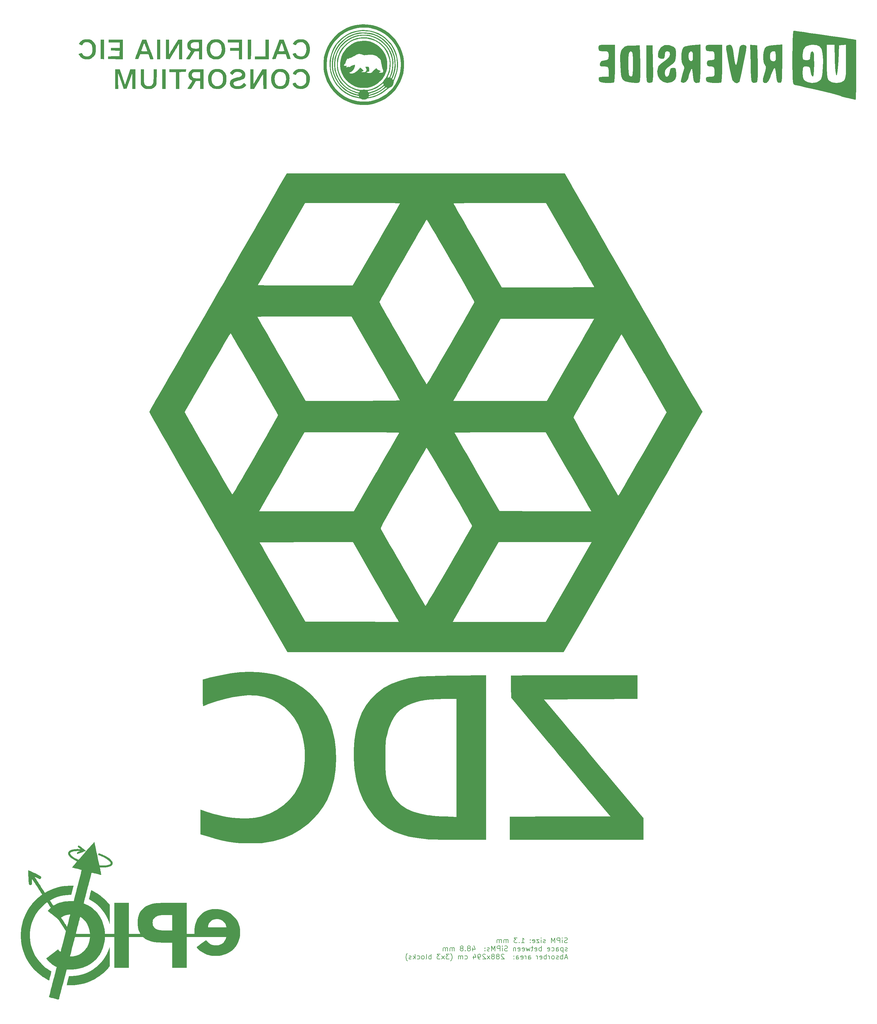
<source format=gbr>
%TF.GenerationSoftware,KiCad,Pcbnew,8.0.2-1*%
%TF.CreationDate,2024-11-08T17:12:28-05:00*%
%TF.ProjectId,OddLayers_1.3mm_SiPM,4f64644c-6179-4657-9273-5f312e336d6d,rev?*%
%TF.SameCoordinates,Original*%
%TF.FileFunction,Legend,Bot*%
%TF.FilePolarity,Positive*%
%FSLAX46Y46*%
G04 Gerber Fmt 4.6, Leading zero omitted, Abs format (unit mm)*
G04 Created by KiCad (PCBNEW 8.0.2-1) date 2024-11-08 17:12:28*
%MOMM*%
%LPD*%
G01*
G04 APERTURE LIST*
%ADD10C,0.150000*%
%ADD11C,0.000000*%
G04 APERTURE END LIST*
D10*
X249915601Y-309099784D02*
X249701316Y-309171212D01*
X249701316Y-309171212D02*
X249344173Y-309171212D01*
X249344173Y-309171212D02*
X249201316Y-309099784D01*
X249201316Y-309099784D02*
X249129887Y-309028355D01*
X249129887Y-309028355D02*
X249058458Y-308885498D01*
X249058458Y-308885498D02*
X249058458Y-308742641D01*
X249058458Y-308742641D02*
X249129887Y-308599784D01*
X249129887Y-308599784D02*
X249201316Y-308528355D01*
X249201316Y-308528355D02*
X249344173Y-308456926D01*
X249344173Y-308456926D02*
X249629887Y-308385498D01*
X249629887Y-308385498D02*
X249772744Y-308314069D01*
X249772744Y-308314069D02*
X249844173Y-308242641D01*
X249844173Y-308242641D02*
X249915601Y-308099784D01*
X249915601Y-308099784D02*
X249915601Y-307956926D01*
X249915601Y-307956926D02*
X249844173Y-307814069D01*
X249844173Y-307814069D02*
X249772744Y-307742641D01*
X249772744Y-307742641D02*
X249629887Y-307671212D01*
X249629887Y-307671212D02*
X249272744Y-307671212D01*
X249272744Y-307671212D02*
X249058458Y-307742641D01*
X248415602Y-309171212D02*
X248415602Y-308171212D01*
X248415602Y-307671212D02*
X248487030Y-307742641D01*
X248487030Y-307742641D02*
X248415602Y-307814069D01*
X248415602Y-307814069D02*
X248344173Y-307742641D01*
X248344173Y-307742641D02*
X248415602Y-307671212D01*
X248415602Y-307671212D02*
X248415602Y-307814069D01*
X247701316Y-309171212D02*
X247701316Y-307671212D01*
X247701316Y-307671212D02*
X247129887Y-307671212D01*
X247129887Y-307671212D02*
X246987030Y-307742641D01*
X246987030Y-307742641D02*
X246915601Y-307814069D01*
X246915601Y-307814069D02*
X246844173Y-307956926D01*
X246844173Y-307956926D02*
X246844173Y-308171212D01*
X246844173Y-308171212D02*
X246915601Y-308314069D01*
X246915601Y-308314069D02*
X246987030Y-308385498D01*
X246987030Y-308385498D02*
X247129887Y-308456926D01*
X247129887Y-308456926D02*
X247701316Y-308456926D01*
X246201316Y-309171212D02*
X246201316Y-307671212D01*
X246201316Y-307671212D02*
X245701316Y-308742641D01*
X245701316Y-308742641D02*
X245201316Y-307671212D01*
X245201316Y-307671212D02*
X245201316Y-309171212D01*
X243415601Y-309099784D02*
X243272744Y-309171212D01*
X243272744Y-309171212D02*
X242987030Y-309171212D01*
X242987030Y-309171212D02*
X242844173Y-309099784D01*
X242844173Y-309099784D02*
X242772744Y-308956926D01*
X242772744Y-308956926D02*
X242772744Y-308885498D01*
X242772744Y-308885498D02*
X242844173Y-308742641D01*
X242844173Y-308742641D02*
X242987030Y-308671212D01*
X242987030Y-308671212D02*
X243201316Y-308671212D01*
X243201316Y-308671212D02*
X243344173Y-308599784D01*
X243344173Y-308599784D02*
X243415601Y-308456926D01*
X243415601Y-308456926D02*
X243415601Y-308385498D01*
X243415601Y-308385498D02*
X243344173Y-308242641D01*
X243344173Y-308242641D02*
X243201316Y-308171212D01*
X243201316Y-308171212D02*
X242987030Y-308171212D01*
X242987030Y-308171212D02*
X242844173Y-308242641D01*
X242129887Y-309171212D02*
X242129887Y-308171212D01*
X242129887Y-307671212D02*
X242201315Y-307742641D01*
X242201315Y-307742641D02*
X242129887Y-307814069D01*
X242129887Y-307814069D02*
X242058458Y-307742641D01*
X242058458Y-307742641D02*
X242129887Y-307671212D01*
X242129887Y-307671212D02*
X242129887Y-307814069D01*
X241558458Y-308171212D02*
X240772744Y-308171212D01*
X240772744Y-308171212D02*
X241558458Y-309171212D01*
X241558458Y-309171212D02*
X240772744Y-309171212D01*
X239629886Y-309099784D02*
X239772743Y-309171212D01*
X239772743Y-309171212D02*
X240058458Y-309171212D01*
X240058458Y-309171212D02*
X240201315Y-309099784D01*
X240201315Y-309099784D02*
X240272743Y-308956926D01*
X240272743Y-308956926D02*
X240272743Y-308385498D01*
X240272743Y-308385498D02*
X240201315Y-308242641D01*
X240201315Y-308242641D02*
X240058458Y-308171212D01*
X240058458Y-308171212D02*
X239772743Y-308171212D01*
X239772743Y-308171212D02*
X239629886Y-308242641D01*
X239629886Y-308242641D02*
X239558458Y-308385498D01*
X239558458Y-308385498D02*
X239558458Y-308528355D01*
X239558458Y-308528355D02*
X240272743Y-308671212D01*
X238915601Y-309028355D02*
X238844172Y-309099784D01*
X238844172Y-309099784D02*
X238915601Y-309171212D01*
X238915601Y-309171212D02*
X238987029Y-309099784D01*
X238987029Y-309099784D02*
X238915601Y-309028355D01*
X238915601Y-309028355D02*
X238915601Y-309171212D01*
X238915601Y-308242641D02*
X238844172Y-308314069D01*
X238844172Y-308314069D02*
X238915601Y-308385498D01*
X238915601Y-308385498D02*
X238987029Y-308314069D01*
X238987029Y-308314069D02*
X238915601Y-308242641D01*
X238915601Y-308242641D02*
X238915601Y-308385498D01*
X236272743Y-309171212D02*
X237129886Y-309171212D01*
X236701315Y-309171212D02*
X236701315Y-307671212D01*
X236701315Y-307671212D02*
X236844172Y-307885498D01*
X236844172Y-307885498D02*
X236987029Y-308028355D01*
X236987029Y-308028355D02*
X237129886Y-308099784D01*
X235629887Y-309028355D02*
X235558458Y-309099784D01*
X235558458Y-309099784D02*
X235629887Y-309171212D01*
X235629887Y-309171212D02*
X235701315Y-309099784D01*
X235701315Y-309099784D02*
X235629887Y-309028355D01*
X235629887Y-309028355D02*
X235629887Y-309171212D01*
X235058458Y-307671212D02*
X234129886Y-307671212D01*
X234129886Y-307671212D02*
X234629886Y-308242641D01*
X234629886Y-308242641D02*
X234415601Y-308242641D01*
X234415601Y-308242641D02*
X234272744Y-308314069D01*
X234272744Y-308314069D02*
X234201315Y-308385498D01*
X234201315Y-308385498D02*
X234129886Y-308528355D01*
X234129886Y-308528355D02*
X234129886Y-308885498D01*
X234129886Y-308885498D02*
X234201315Y-309028355D01*
X234201315Y-309028355D02*
X234272744Y-309099784D01*
X234272744Y-309099784D02*
X234415601Y-309171212D01*
X234415601Y-309171212D02*
X234844172Y-309171212D01*
X234844172Y-309171212D02*
X234987029Y-309099784D01*
X234987029Y-309099784D02*
X235058458Y-309028355D01*
X232344173Y-309171212D02*
X232344173Y-308171212D01*
X232344173Y-308314069D02*
X232272744Y-308242641D01*
X232272744Y-308242641D02*
X232129887Y-308171212D01*
X232129887Y-308171212D02*
X231915601Y-308171212D01*
X231915601Y-308171212D02*
X231772744Y-308242641D01*
X231772744Y-308242641D02*
X231701316Y-308385498D01*
X231701316Y-308385498D02*
X231701316Y-309171212D01*
X231701316Y-308385498D02*
X231629887Y-308242641D01*
X231629887Y-308242641D02*
X231487030Y-308171212D01*
X231487030Y-308171212D02*
X231272744Y-308171212D01*
X231272744Y-308171212D02*
X231129887Y-308242641D01*
X231129887Y-308242641D02*
X231058458Y-308385498D01*
X231058458Y-308385498D02*
X231058458Y-309171212D01*
X230344173Y-309171212D02*
X230344173Y-308171212D01*
X230344173Y-308314069D02*
X230272744Y-308242641D01*
X230272744Y-308242641D02*
X230129887Y-308171212D01*
X230129887Y-308171212D02*
X229915601Y-308171212D01*
X229915601Y-308171212D02*
X229772744Y-308242641D01*
X229772744Y-308242641D02*
X229701316Y-308385498D01*
X229701316Y-308385498D02*
X229701316Y-309171212D01*
X229701316Y-308385498D02*
X229629887Y-308242641D01*
X229629887Y-308242641D02*
X229487030Y-308171212D01*
X229487030Y-308171212D02*
X229272744Y-308171212D01*
X229272744Y-308171212D02*
X229129887Y-308242641D01*
X229129887Y-308242641D02*
X229058458Y-308385498D01*
X229058458Y-308385498D02*
X229058458Y-309171212D01*
X249915601Y-311514700D02*
X249772744Y-311586128D01*
X249772744Y-311586128D02*
X249487030Y-311586128D01*
X249487030Y-311586128D02*
X249344173Y-311514700D01*
X249344173Y-311514700D02*
X249272744Y-311371842D01*
X249272744Y-311371842D02*
X249272744Y-311300414D01*
X249272744Y-311300414D02*
X249344173Y-311157557D01*
X249344173Y-311157557D02*
X249487030Y-311086128D01*
X249487030Y-311086128D02*
X249701316Y-311086128D01*
X249701316Y-311086128D02*
X249844173Y-311014700D01*
X249844173Y-311014700D02*
X249915601Y-310871842D01*
X249915601Y-310871842D02*
X249915601Y-310800414D01*
X249915601Y-310800414D02*
X249844173Y-310657557D01*
X249844173Y-310657557D02*
X249701316Y-310586128D01*
X249701316Y-310586128D02*
X249487030Y-310586128D01*
X249487030Y-310586128D02*
X249344173Y-310657557D01*
X248629887Y-310586128D02*
X248629887Y-312086128D01*
X248629887Y-310657557D02*
X248487030Y-310586128D01*
X248487030Y-310586128D02*
X248201315Y-310586128D01*
X248201315Y-310586128D02*
X248058458Y-310657557D01*
X248058458Y-310657557D02*
X247987030Y-310728985D01*
X247987030Y-310728985D02*
X247915601Y-310871842D01*
X247915601Y-310871842D02*
X247915601Y-311300414D01*
X247915601Y-311300414D02*
X247987030Y-311443271D01*
X247987030Y-311443271D02*
X248058458Y-311514700D01*
X248058458Y-311514700D02*
X248201315Y-311586128D01*
X248201315Y-311586128D02*
X248487030Y-311586128D01*
X248487030Y-311586128D02*
X248629887Y-311514700D01*
X246629887Y-311586128D02*
X246629887Y-310800414D01*
X246629887Y-310800414D02*
X246701315Y-310657557D01*
X246701315Y-310657557D02*
X246844172Y-310586128D01*
X246844172Y-310586128D02*
X247129887Y-310586128D01*
X247129887Y-310586128D02*
X247272744Y-310657557D01*
X246629887Y-311514700D02*
X246772744Y-311586128D01*
X246772744Y-311586128D02*
X247129887Y-311586128D01*
X247129887Y-311586128D02*
X247272744Y-311514700D01*
X247272744Y-311514700D02*
X247344172Y-311371842D01*
X247344172Y-311371842D02*
X247344172Y-311228985D01*
X247344172Y-311228985D02*
X247272744Y-311086128D01*
X247272744Y-311086128D02*
X247129887Y-311014700D01*
X247129887Y-311014700D02*
X246772744Y-311014700D01*
X246772744Y-311014700D02*
X246629887Y-310943271D01*
X245272744Y-311514700D02*
X245415601Y-311586128D01*
X245415601Y-311586128D02*
X245701315Y-311586128D01*
X245701315Y-311586128D02*
X245844172Y-311514700D01*
X245844172Y-311514700D02*
X245915601Y-311443271D01*
X245915601Y-311443271D02*
X245987029Y-311300414D01*
X245987029Y-311300414D02*
X245987029Y-310871842D01*
X245987029Y-310871842D02*
X245915601Y-310728985D01*
X245915601Y-310728985D02*
X245844172Y-310657557D01*
X245844172Y-310657557D02*
X245701315Y-310586128D01*
X245701315Y-310586128D02*
X245415601Y-310586128D01*
X245415601Y-310586128D02*
X245272744Y-310657557D01*
X244058458Y-311514700D02*
X244201315Y-311586128D01*
X244201315Y-311586128D02*
X244487030Y-311586128D01*
X244487030Y-311586128D02*
X244629887Y-311514700D01*
X244629887Y-311514700D02*
X244701315Y-311371842D01*
X244701315Y-311371842D02*
X244701315Y-310800414D01*
X244701315Y-310800414D02*
X244629887Y-310657557D01*
X244629887Y-310657557D02*
X244487030Y-310586128D01*
X244487030Y-310586128D02*
X244201315Y-310586128D01*
X244201315Y-310586128D02*
X244058458Y-310657557D01*
X244058458Y-310657557D02*
X243987030Y-310800414D01*
X243987030Y-310800414D02*
X243987030Y-310943271D01*
X243987030Y-310943271D02*
X244701315Y-311086128D01*
X242201316Y-311586128D02*
X242201316Y-310086128D01*
X242201316Y-310657557D02*
X242058459Y-310586128D01*
X242058459Y-310586128D02*
X241772744Y-310586128D01*
X241772744Y-310586128D02*
X241629887Y-310657557D01*
X241629887Y-310657557D02*
X241558459Y-310728985D01*
X241558459Y-310728985D02*
X241487030Y-310871842D01*
X241487030Y-310871842D02*
X241487030Y-311300414D01*
X241487030Y-311300414D02*
X241558459Y-311443271D01*
X241558459Y-311443271D02*
X241629887Y-311514700D01*
X241629887Y-311514700D02*
X241772744Y-311586128D01*
X241772744Y-311586128D02*
X242058459Y-311586128D01*
X242058459Y-311586128D02*
X242201316Y-311514700D01*
X240272744Y-311514700D02*
X240415601Y-311586128D01*
X240415601Y-311586128D02*
X240701316Y-311586128D01*
X240701316Y-311586128D02*
X240844173Y-311514700D01*
X240844173Y-311514700D02*
X240915601Y-311371842D01*
X240915601Y-311371842D02*
X240915601Y-310800414D01*
X240915601Y-310800414D02*
X240844173Y-310657557D01*
X240844173Y-310657557D02*
X240701316Y-310586128D01*
X240701316Y-310586128D02*
X240415601Y-310586128D01*
X240415601Y-310586128D02*
X240272744Y-310657557D01*
X240272744Y-310657557D02*
X240201316Y-310800414D01*
X240201316Y-310800414D02*
X240201316Y-310943271D01*
X240201316Y-310943271D02*
X240915601Y-311086128D01*
X239772744Y-310586128D02*
X239201316Y-310586128D01*
X239558459Y-310086128D02*
X239558459Y-311371842D01*
X239558459Y-311371842D02*
X239487030Y-311514700D01*
X239487030Y-311514700D02*
X239344173Y-311586128D01*
X239344173Y-311586128D02*
X239201316Y-311586128D01*
X238844173Y-310586128D02*
X238558459Y-311586128D01*
X238558459Y-311586128D02*
X238272744Y-310871842D01*
X238272744Y-310871842D02*
X237987030Y-311586128D01*
X237987030Y-311586128D02*
X237701316Y-310586128D01*
X236558458Y-311514700D02*
X236701315Y-311586128D01*
X236701315Y-311586128D02*
X236987030Y-311586128D01*
X236987030Y-311586128D02*
X237129887Y-311514700D01*
X237129887Y-311514700D02*
X237201315Y-311371842D01*
X237201315Y-311371842D02*
X237201315Y-310800414D01*
X237201315Y-310800414D02*
X237129887Y-310657557D01*
X237129887Y-310657557D02*
X236987030Y-310586128D01*
X236987030Y-310586128D02*
X236701315Y-310586128D01*
X236701315Y-310586128D02*
X236558458Y-310657557D01*
X236558458Y-310657557D02*
X236487030Y-310800414D01*
X236487030Y-310800414D02*
X236487030Y-310943271D01*
X236487030Y-310943271D02*
X237201315Y-311086128D01*
X235272744Y-311514700D02*
X235415601Y-311586128D01*
X235415601Y-311586128D02*
X235701316Y-311586128D01*
X235701316Y-311586128D02*
X235844173Y-311514700D01*
X235844173Y-311514700D02*
X235915601Y-311371842D01*
X235915601Y-311371842D02*
X235915601Y-310800414D01*
X235915601Y-310800414D02*
X235844173Y-310657557D01*
X235844173Y-310657557D02*
X235701316Y-310586128D01*
X235701316Y-310586128D02*
X235415601Y-310586128D01*
X235415601Y-310586128D02*
X235272744Y-310657557D01*
X235272744Y-310657557D02*
X235201316Y-310800414D01*
X235201316Y-310800414D02*
X235201316Y-310943271D01*
X235201316Y-310943271D02*
X235915601Y-311086128D01*
X234558459Y-310586128D02*
X234558459Y-311586128D01*
X234558459Y-310728985D02*
X234487030Y-310657557D01*
X234487030Y-310657557D02*
X234344173Y-310586128D01*
X234344173Y-310586128D02*
X234129887Y-310586128D01*
X234129887Y-310586128D02*
X233987030Y-310657557D01*
X233987030Y-310657557D02*
X233915602Y-310800414D01*
X233915602Y-310800414D02*
X233915602Y-311586128D01*
X232129887Y-311514700D02*
X231915602Y-311586128D01*
X231915602Y-311586128D02*
X231558459Y-311586128D01*
X231558459Y-311586128D02*
X231415602Y-311514700D01*
X231415602Y-311514700D02*
X231344173Y-311443271D01*
X231344173Y-311443271D02*
X231272744Y-311300414D01*
X231272744Y-311300414D02*
X231272744Y-311157557D01*
X231272744Y-311157557D02*
X231344173Y-311014700D01*
X231344173Y-311014700D02*
X231415602Y-310943271D01*
X231415602Y-310943271D02*
X231558459Y-310871842D01*
X231558459Y-310871842D02*
X231844173Y-310800414D01*
X231844173Y-310800414D02*
X231987030Y-310728985D01*
X231987030Y-310728985D02*
X232058459Y-310657557D01*
X232058459Y-310657557D02*
X232129887Y-310514700D01*
X232129887Y-310514700D02*
X232129887Y-310371842D01*
X232129887Y-310371842D02*
X232058459Y-310228985D01*
X232058459Y-310228985D02*
X231987030Y-310157557D01*
X231987030Y-310157557D02*
X231844173Y-310086128D01*
X231844173Y-310086128D02*
X231487030Y-310086128D01*
X231487030Y-310086128D02*
X231272744Y-310157557D01*
X230629888Y-311586128D02*
X230629888Y-310586128D01*
X230629888Y-310086128D02*
X230701316Y-310157557D01*
X230701316Y-310157557D02*
X230629888Y-310228985D01*
X230629888Y-310228985D02*
X230558459Y-310157557D01*
X230558459Y-310157557D02*
X230629888Y-310086128D01*
X230629888Y-310086128D02*
X230629888Y-310228985D01*
X229915602Y-311586128D02*
X229915602Y-310086128D01*
X229915602Y-310086128D02*
X229344173Y-310086128D01*
X229344173Y-310086128D02*
X229201316Y-310157557D01*
X229201316Y-310157557D02*
X229129887Y-310228985D01*
X229129887Y-310228985D02*
X229058459Y-310371842D01*
X229058459Y-310371842D02*
X229058459Y-310586128D01*
X229058459Y-310586128D02*
X229129887Y-310728985D01*
X229129887Y-310728985D02*
X229201316Y-310800414D01*
X229201316Y-310800414D02*
X229344173Y-310871842D01*
X229344173Y-310871842D02*
X229915602Y-310871842D01*
X228415602Y-311586128D02*
X228415602Y-310086128D01*
X228415602Y-310086128D02*
X227915602Y-311157557D01*
X227915602Y-311157557D02*
X227415602Y-310086128D01*
X227415602Y-310086128D02*
X227415602Y-311586128D01*
X226772744Y-311514700D02*
X226629887Y-311586128D01*
X226629887Y-311586128D02*
X226344173Y-311586128D01*
X226344173Y-311586128D02*
X226201316Y-311514700D01*
X226201316Y-311514700D02*
X226129887Y-311371842D01*
X226129887Y-311371842D02*
X226129887Y-311300414D01*
X226129887Y-311300414D02*
X226201316Y-311157557D01*
X226201316Y-311157557D02*
X226344173Y-311086128D01*
X226344173Y-311086128D02*
X226558459Y-311086128D01*
X226558459Y-311086128D02*
X226701316Y-311014700D01*
X226701316Y-311014700D02*
X226772744Y-310871842D01*
X226772744Y-310871842D02*
X226772744Y-310800414D01*
X226772744Y-310800414D02*
X226701316Y-310657557D01*
X226701316Y-310657557D02*
X226558459Y-310586128D01*
X226558459Y-310586128D02*
X226344173Y-310586128D01*
X226344173Y-310586128D02*
X226201316Y-310657557D01*
X225487030Y-311443271D02*
X225415601Y-311514700D01*
X225415601Y-311514700D02*
X225487030Y-311586128D01*
X225487030Y-311586128D02*
X225558458Y-311514700D01*
X225558458Y-311514700D02*
X225487030Y-311443271D01*
X225487030Y-311443271D02*
X225487030Y-311586128D01*
X225487030Y-310657557D02*
X225415601Y-310728985D01*
X225415601Y-310728985D02*
X225487030Y-310800414D01*
X225487030Y-310800414D02*
X225558458Y-310728985D01*
X225558458Y-310728985D02*
X225487030Y-310657557D01*
X225487030Y-310657557D02*
X225487030Y-310800414D01*
X221844173Y-310586128D02*
X221844173Y-311586128D01*
X222201315Y-310014700D02*
X222558458Y-311086128D01*
X222558458Y-311086128D02*
X221629887Y-311086128D01*
X220844173Y-310728985D02*
X220987030Y-310657557D01*
X220987030Y-310657557D02*
X221058459Y-310586128D01*
X221058459Y-310586128D02*
X221129887Y-310443271D01*
X221129887Y-310443271D02*
X221129887Y-310371842D01*
X221129887Y-310371842D02*
X221058459Y-310228985D01*
X221058459Y-310228985D02*
X220987030Y-310157557D01*
X220987030Y-310157557D02*
X220844173Y-310086128D01*
X220844173Y-310086128D02*
X220558459Y-310086128D01*
X220558459Y-310086128D02*
X220415602Y-310157557D01*
X220415602Y-310157557D02*
X220344173Y-310228985D01*
X220344173Y-310228985D02*
X220272744Y-310371842D01*
X220272744Y-310371842D02*
X220272744Y-310443271D01*
X220272744Y-310443271D02*
X220344173Y-310586128D01*
X220344173Y-310586128D02*
X220415602Y-310657557D01*
X220415602Y-310657557D02*
X220558459Y-310728985D01*
X220558459Y-310728985D02*
X220844173Y-310728985D01*
X220844173Y-310728985D02*
X220987030Y-310800414D01*
X220987030Y-310800414D02*
X221058459Y-310871842D01*
X221058459Y-310871842D02*
X221129887Y-311014700D01*
X221129887Y-311014700D02*
X221129887Y-311300414D01*
X221129887Y-311300414D02*
X221058459Y-311443271D01*
X221058459Y-311443271D02*
X220987030Y-311514700D01*
X220987030Y-311514700D02*
X220844173Y-311586128D01*
X220844173Y-311586128D02*
X220558459Y-311586128D01*
X220558459Y-311586128D02*
X220415602Y-311514700D01*
X220415602Y-311514700D02*
X220344173Y-311443271D01*
X220344173Y-311443271D02*
X220272744Y-311300414D01*
X220272744Y-311300414D02*
X220272744Y-311014700D01*
X220272744Y-311014700D02*
X220344173Y-310871842D01*
X220344173Y-310871842D02*
X220415602Y-310800414D01*
X220415602Y-310800414D02*
X220558459Y-310728985D01*
X219629888Y-311443271D02*
X219558459Y-311514700D01*
X219558459Y-311514700D02*
X219629888Y-311586128D01*
X219629888Y-311586128D02*
X219701316Y-311514700D01*
X219701316Y-311514700D02*
X219629888Y-311443271D01*
X219629888Y-311443271D02*
X219629888Y-311586128D01*
X218701316Y-310728985D02*
X218844173Y-310657557D01*
X218844173Y-310657557D02*
X218915602Y-310586128D01*
X218915602Y-310586128D02*
X218987030Y-310443271D01*
X218987030Y-310443271D02*
X218987030Y-310371842D01*
X218987030Y-310371842D02*
X218915602Y-310228985D01*
X218915602Y-310228985D02*
X218844173Y-310157557D01*
X218844173Y-310157557D02*
X218701316Y-310086128D01*
X218701316Y-310086128D02*
X218415602Y-310086128D01*
X218415602Y-310086128D02*
X218272745Y-310157557D01*
X218272745Y-310157557D02*
X218201316Y-310228985D01*
X218201316Y-310228985D02*
X218129887Y-310371842D01*
X218129887Y-310371842D02*
X218129887Y-310443271D01*
X218129887Y-310443271D02*
X218201316Y-310586128D01*
X218201316Y-310586128D02*
X218272745Y-310657557D01*
X218272745Y-310657557D02*
X218415602Y-310728985D01*
X218415602Y-310728985D02*
X218701316Y-310728985D01*
X218701316Y-310728985D02*
X218844173Y-310800414D01*
X218844173Y-310800414D02*
X218915602Y-310871842D01*
X218915602Y-310871842D02*
X218987030Y-311014700D01*
X218987030Y-311014700D02*
X218987030Y-311300414D01*
X218987030Y-311300414D02*
X218915602Y-311443271D01*
X218915602Y-311443271D02*
X218844173Y-311514700D01*
X218844173Y-311514700D02*
X218701316Y-311586128D01*
X218701316Y-311586128D02*
X218415602Y-311586128D01*
X218415602Y-311586128D02*
X218272745Y-311514700D01*
X218272745Y-311514700D02*
X218201316Y-311443271D01*
X218201316Y-311443271D02*
X218129887Y-311300414D01*
X218129887Y-311300414D02*
X218129887Y-311014700D01*
X218129887Y-311014700D02*
X218201316Y-310871842D01*
X218201316Y-310871842D02*
X218272745Y-310800414D01*
X218272745Y-310800414D02*
X218415602Y-310728985D01*
X216344174Y-311586128D02*
X216344174Y-310586128D01*
X216344174Y-310728985D02*
X216272745Y-310657557D01*
X216272745Y-310657557D02*
X216129888Y-310586128D01*
X216129888Y-310586128D02*
X215915602Y-310586128D01*
X215915602Y-310586128D02*
X215772745Y-310657557D01*
X215772745Y-310657557D02*
X215701317Y-310800414D01*
X215701317Y-310800414D02*
X215701317Y-311586128D01*
X215701317Y-310800414D02*
X215629888Y-310657557D01*
X215629888Y-310657557D02*
X215487031Y-310586128D01*
X215487031Y-310586128D02*
X215272745Y-310586128D01*
X215272745Y-310586128D02*
X215129888Y-310657557D01*
X215129888Y-310657557D02*
X215058459Y-310800414D01*
X215058459Y-310800414D02*
X215058459Y-311586128D01*
X214344174Y-311586128D02*
X214344174Y-310586128D01*
X214344174Y-310728985D02*
X214272745Y-310657557D01*
X214272745Y-310657557D02*
X214129888Y-310586128D01*
X214129888Y-310586128D02*
X213915602Y-310586128D01*
X213915602Y-310586128D02*
X213772745Y-310657557D01*
X213772745Y-310657557D02*
X213701317Y-310800414D01*
X213701317Y-310800414D02*
X213701317Y-311586128D01*
X213701317Y-310800414D02*
X213629888Y-310657557D01*
X213629888Y-310657557D02*
X213487031Y-310586128D01*
X213487031Y-310586128D02*
X213272745Y-310586128D01*
X213272745Y-310586128D02*
X213129888Y-310657557D01*
X213129888Y-310657557D02*
X213058459Y-310800414D01*
X213058459Y-310800414D02*
X213058459Y-311586128D01*
X249915601Y-313572473D02*
X249201316Y-313572473D01*
X250058458Y-314001044D02*
X249558458Y-312501044D01*
X249558458Y-312501044D02*
X249058458Y-314001044D01*
X248558459Y-314001044D02*
X248558459Y-312501044D01*
X248558459Y-313072473D02*
X248415602Y-313001044D01*
X248415602Y-313001044D02*
X248129887Y-313001044D01*
X248129887Y-313001044D02*
X247987030Y-313072473D01*
X247987030Y-313072473D02*
X247915602Y-313143901D01*
X247915602Y-313143901D02*
X247844173Y-313286758D01*
X247844173Y-313286758D02*
X247844173Y-313715330D01*
X247844173Y-313715330D02*
X247915602Y-313858187D01*
X247915602Y-313858187D02*
X247987030Y-313929616D01*
X247987030Y-313929616D02*
X248129887Y-314001044D01*
X248129887Y-314001044D02*
X248415602Y-314001044D01*
X248415602Y-314001044D02*
X248558459Y-313929616D01*
X247272744Y-313929616D02*
X247129887Y-314001044D01*
X247129887Y-314001044D02*
X246844173Y-314001044D01*
X246844173Y-314001044D02*
X246701316Y-313929616D01*
X246701316Y-313929616D02*
X246629887Y-313786758D01*
X246629887Y-313786758D02*
X246629887Y-313715330D01*
X246629887Y-313715330D02*
X246701316Y-313572473D01*
X246701316Y-313572473D02*
X246844173Y-313501044D01*
X246844173Y-313501044D02*
X247058459Y-313501044D01*
X247058459Y-313501044D02*
X247201316Y-313429616D01*
X247201316Y-313429616D02*
X247272744Y-313286758D01*
X247272744Y-313286758D02*
X247272744Y-313215330D01*
X247272744Y-313215330D02*
X247201316Y-313072473D01*
X247201316Y-313072473D02*
X247058459Y-313001044D01*
X247058459Y-313001044D02*
X246844173Y-313001044D01*
X246844173Y-313001044D02*
X246701316Y-313072473D01*
X245772744Y-314001044D02*
X245915601Y-313929616D01*
X245915601Y-313929616D02*
X245987030Y-313858187D01*
X245987030Y-313858187D02*
X246058458Y-313715330D01*
X246058458Y-313715330D02*
X246058458Y-313286758D01*
X246058458Y-313286758D02*
X245987030Y-313143901D01*
X245987030Y-313143901D02*
X245915601Y-313072473D01*
X245915601Y-313072473D02*
X245772744Y-313001044D01*
X245772744Y-313001044D02*
X245558458Y-313001044D01*
X245558458Y-313001044D02*
X245415601Y-313072473D01*
X245415601Y-313072473D02*
X245344173Y-313143901D01*
X245344173Y-313143901D02*
X245272744Y-313286758D01*
X245272744Y-313286758D02*
X245272744Y-313715330D01*
X245272744Y-313715330D02*
X245344173Y-313858187D01*
X245344173Y-313858187D02*
X245415601Y-313929616D01*
X245415601Y-313929616D02*
X245558458Y-314001044D01*
X245558458Y-314001044D02*
X245772744Y-314001044D01*
X244629887Y-314001044D02*
X244629887Y-313001044D01*
X244629887Y-313286758D02*
X244558458Y-313143901D01*
X244558458Y-313143901D02*
X244487030Y-313072473D01*
X244487030Y-313072473D02*
X244344172Y-313001044D01*
X244344172Y-313001044D02*
X244201315Y-313001044D01*
X243701316Y-314001044D02*
X243701316Y-312501044D01*
X243701316Y-313072473D02*
X243558459Y-313001044D01*
X243558459Y-313001044D02*
X243272744Y-313001044D01*
X243272744Y-313001044D02*
X243129887Y-313072473D01*
X243129887Y-313072473D02*
X243058459Y-313143901D01*
X243058459Y-313143901D02*
X242987030Y-313286758D01*
X242987030Y-313286758D02*
X242987030Y-313715330D01*
X242987030Y-313715330D02*
X243058459Y-313858187D01*
X243058459Y-313858187D02*
X243129887Y-313929616D01*
X243129887Y-313929616D02*
X243272744Y-314001044D01*
X243272744Y-314001044D02*
X243558459Y-314001044D01*
X243558459Y-314001044D02*
X243701316Y-313929616D01*
X241772744Y-313929616D02*
X241915601Y-314001044D01*
X241915601Y-314001044D02*
X242201316Y-314001044D01*
X242201316Y-314001044D02*
X242344173Y-313929616D01*
X242344173Y-313929616D02*
X242415601Y-313786758D01*
X242415601Y-313786758D02*
X242415601Y-313215330D01*
X242415601Y-313215330D02*
X242344173Y-313072473D01*
X242344173Y-313072473D02*
X242201316Y-313001044D01*
X242201316Y-313001044D02*
X241915601Y-313001044D01*
X241915601Y-313001044D02*
X241772744Y-313072473D01*
X241772744Y-313072473D02*
X241701316Y-313215330D01*
X241701316Y-313215330D02*
X241701316Y-313358187D01*
X241701316Y-313358187D02*
X242415601Y-313501044D01*
X241058459Y-314001044D02*
X241058459Y-313001044D01*
X241058459Y-313286758D02*
X240987030Y-313143901D01*
X240987030Y-313143901D02*
X240915602Y-313072473D01*
X240915602Y-313072473D02*
X240772744Y-313001044D01*
X240772744Y-313001044D02*
X240629887Y-313001044D01*
X238344174Y-314001044D02*
X238344174Y-313215330D01*
X238344174Y-313215330D02*
X238415602Y-313072473D01*
X238415602Y-313072473D02*
X238558459Y-313001044D01*
X238558459Y-313001044D02*
X238844174Y-313001044D01*
X238844174Y-313001044D02*
X238987031Y-313072473D01*
X238344174Y-313929616D02*
X238487031Y-314001044D01*
X238487031Y-314001044D02*
X238844174Y-314001044D01*
X238844174Y-314001044D02*
X238987031Y-313929616D01*
X238987031Y-313929616D02*
X239058459Y-313786758D01*
X239058459Y-313786758D02*
X239058459Y-313643901D01*
X239058459Y-313643901D02*
X238987031Y-313501044D01*
X238987031Y-313501044D02*
X238844174Y-313429616D01*
X238844174Y-313429616D02*
X238487031Y-313429616D01*
X238487031Y-313429616D02*
X238344174Y-313358187D01*
X237629888Y-314001044D02*
X237629888Y-313001044D01*
X237629888Y-313286758D02*
X237558459Y-313143901D01*
X237558459Y-313143901D02*
X237487031Y-313072473D01*
X237487031Y-313072473D02*
X237344173Y-313001044D01*
X237344173Y-313001044D02*
X237201316Y-313001044D01*
X236129888Y-313929616D02*
X236272745Y-314001044D01*
X236272745Y-314001044D02*
X236558460Y-314001044D01*
X236558460Y-314001044D02*
X236701317Y-313929616D01*
X236701317Y-313929616D02*
X236772745Y-313786758D01*
X236772745Y-313786758D02*
X236772745Y-313215330D01*
X236772745Y-313215330D02*
X236701317Y-313072473D01*
X236701317Y-313072473D02*
X236558460Y-313001044D01*
X236558460Y-313001044D02*
X236272745Y-313001044D01*
X236272745Y-313001044D02*
X236129888Y-313072473D01*
X236129888Y-313072473D02*
X236058460Y-313215330D01*
X236058460Y-313215330D02*
X236058460Y-313358187D01*
X236058460Y-313358187D02*
X236772745Y-313501044D01*
X234772746Y-314001044D02*
X234772746Y-313215330D01*
X234772746Y-313215330D02*
X234844174Y-313072473D01*
X234844174Y-313072473D02*
X234987031Y-313001044D01*
X234987031Y-313001044D02*
X235272746Y-313001044D01*
X235272746Y-313001044D02*
X235415603Y-313072473D01*
X234772746Y-313929616D02*
X234915603Y-314001044D01*
X234915603Y-314001044D02*
X235272746Y-314001044D01*
X235272746Y-314001044D02*
X235415603Y-313929616D01*
X235415603Y-313929616D02*
X235487031Y-313786758D01*
X235487031Y-313786758D02*
X235487031Y-313643901D01*
X235487031Y-313643901D02*
X235415603Y-313501044D01*
X235415603Y-313501044D02*
X235272746Y-313429616D01*
X235272746Y-313429616D02*
X234915603Y-313429616D01*
X234915603Y-313429616D02*
X234772746Y-313358187D01*
X234058460Y-313858187D02*
X233987031Y-313929616D01*
X233987031Y-313929616D02*
X234058460Y-314001044D01*
X234058460Y-314001044D02*
X234129888Y-313929616D01*
X234129888Y-313929616D02*
X234058460Y-313858187D01*
X234058460Y-313858187D02*
X234058460Y-314001044D01*
X234058460Y-313072473D02*
X233987031Y-313143901D01*
X233987031Y-313143901D02*
X234058460Y-313215330D01*
X234058460Y-313215330D02*
X234129888Y-313143901D01*
X234129888Y-313143901D02*
X234058460Y-313072473D01*
X234058460Y-313072473D02*
X234058460Y-313215330D01*
X231129888Y-312643901D02*
X231058460Y-312572473D01*
X231058460Y-312572473D02*
X230915603Y-312501044D01*
X230915603Y-312501044D02*
X230558460Y-312501044D01*
X230558460Y-312501044D02*
X230415603Y-312572473D01*
X230415603Y-312572473D02*
X230344174Y-312643901D01*
X230344174Y-312643901D02*
X230272745Y-312786758D01*
X230272745Y-312786758D02*
X230272745Y-312929616D01*
X230272745Y-312929616D02*
X230344174Y-313143901D01*
X230344174Y-313143901D02*
X231201317Y-314001044D01*
X231201317Y-314001044D02*
X230272745Y-314001044D01*
X229415603Y-313143901D02*
X229558460Y-313072473D01*
X229558460Y-313072473D02*
X229629889Y-313001044D01*
X229629889Y-313001044D02*
X229701317Y-312858187D01*
X229701317Y-312858187D02*
X229701317Y-312786758D01*
X229701317Y-312786758D02*
X229629889Y-312643901D01*
X229629889Y-312643901D02*
X229558460Y-312572473D01*
X229558460Y-312572473D02*
X229415603Y-312501044D01*
X229415603Y-312501044D02*
X229129889Y-312501044D01*
X229129889Y-312501044D02*
X228987032Y-312572473D01*
X228987032Y-312572473D02*
X228915603Y-312643901D01*
X228915603Y-312643901D02*
X228844174Y-312786758D01*
X228844174Y-312786758D02*
X228844174Y-312858187D01*
X228844174Y-312858187D02*
X228915603Y-313001044D01*
X228915603Y-313001044D02*
X228987032Y-313072473D01*
X228987032Y-313072473D02*
X229129889Y-313143901D01*
X229129889Y-313143901D02*
X229415603Y-313143901D01*
X229415603Y-313143901D02*
X229558460Y-313215330D01*
X229558460Y-313215330D02*
X229629889Y-313286758D01*
X229629889Y-313286758D02*
X229701317Y-313429616D01*
X229701317Y-313429616D02*
X229701317Y-313715330D01*
X229701317Y-313715330D02*
X229629889Y-313858187D01*
X229629889Y-313858187D02*
X229558460Y-313929616D01*
X229558460Y-313929616D02*
X229415603Y-314001044D01*
X229415603Y-314001044D02*
X229129889Y-314001044D01*
X229129889Y-314001044D02*
X228987032Y-313929616D01*
X228987032Y-313929616D02*
X228915603Y-313858187D01*
X228915603Y-313858187D02*
X228844174Y-313715330D01*
X228844174Y-313715330D02*
X228844174Y-313429616D01*
X228844174Y-313429616D02*
X228915603Y-313286758D01*
X228915603Y-313286758D02*
X228987032Y-313215330D01*
X228987032Y-313215330D02*
X229129889Y-313143901D01*
X227987032Y-313143901D02*
X228129889Y-313072473D01*
X228129889Y-313072473D02*
X228201318Y-313001044D01*
X228201318Y-313001044D02*
X228272746Y-312858187D01*
X228272746Y-312858187D02*
X228272746Y-312786758D01*
X228272746Y-312786758D02*
X228201318Y-312643901D01*
X228201318Y-312643901D02*
X228129889Y-312572473D01*
X228129889Y-312572473D02*
X227987032Y-312501044D01*
X227987032Y-312501044D02*
X227701318Y-312501044D01*
X227701318Y-312501044D02*
X227558461Y-312572473D01*
X227558461Y-312572473D02*
X227487032Y-312643901D01*
X227487032Y-312643901D02*
X227415603Y-312786758D01*
X227415603Y-312786758D02*
X227415603Y-312858187D01*
X227415603Y-312858187D02*
X227487032Y-313001044D01*
X227487032Y-313001044D02*
X227558461Y-313072473D01*
X227558461Y-313072473D02*
X227701318Y-313143901D01*
X227701318Y-313143901D02*
X227987032Y-313143901D01*
X227987032Y-313143901D02*
X228129889Y-313215330D01*
X228129889Y-313215330D02*
X228201318Y-313286758D01*
X228201318Y-313286758D02*
X228272746Y-313429616D01*
X228272746Y-313429616D02*
X228272746Y-313715330D01*
X228272746Y-313715330D02*
X228201318Y-313858187D01*
X228201318Y-313858187D02*
X228129889Y-313929616D01*
X228129889Y-313929616D02*
X227987032Y-314001044D01*
X227987032Y-314001044D02*
X227701318Y-314001044D01*
X227701318Y-314001044D02*
X227558461Y-313929616D01*
X227558461Y-313929616D02*
X227487032Y-313858187D01*
X227487032Y-313858187D02*
X227415603Y-313715330D01*
X227415603Y-313715330D02*
X227415603Y-313429616D01*
X227415603Y-313429616D02*
X227487032Y-313286758D01*
X227487032Y-313286758D02*
X227558461Y-313215330D01*
X227558461Y-313215330D02*
X227701318Y-313143901D01*
X226915604Y-314001044D02*
X226129890Y-313001044D01*
X226915604Y-313001044D02*
X226129890Y-314001044D01*
X225629889Y-312643901D02*
X225558461Y-312572473D01*
X225558461Y-312572473D02*
X225415604Y-312501044D01*
X225415604Y-312501044D02*
X225058461Y-312501044D01*
X225058461Y-312501044D02*
X224915604Y-312572473D01*
X224915604Y-312572473D02*
X224844175Y-312643901D01*
X224844175Y-312643901D02*
X224772746Y-312786758D01*
X224772746Y-312786758D02*
X224772746Y-312929616D01*
X224772746Y-312929616D02*
X224844175Y-313143901D01*
X224844175Y-313143901D02*
X225701318Y-314001044D01*
X225701318Y-314001044D02*
X224772746Y-314001044D01*
X224058461Y-314001044D02*
X223772747Y-314001044D01*
X223772747Y-314001044D02*
X223629890Y-313929616D01*
X223629890Y-313929616D02*
X223558461Y-313858187D01*
X223558461Y-313858187D02*
X223415604Y-313643901D01*
X223415604Y-313643901D02*
X223344175Y-313358187D01*
X223344175Y-313358187D02*
X223344175Y-312786758D01*
X223344175Y-312786758D02*
X223415604Y-312643901D01*
X223415604Y-312643901D02*
X223487033Y-312572473D01*
X223487033Y-312572473D02*
X223629890Y-312501044D01*
X223629890Y-312501044D02*
X223915604Y-312501044D01*
X223915604Y-312501044D02*
X224058461Y-312572473D01*
X224058461Y-312572473D02*
X224129890Y-312643901D01*
X224129890Y-312643901D02*
X224201318Y-312786758D01*
X224201318Y-312786758D02*
X224201318Y-313143901D01*
X224201318Y-313143901D02*
X224129890Y-313286758D01*
X224129890Y-313286758D02*
X224058461Y-313358187D01*
X224058461Y-313358187D02*
X223915604Y-313429616D01*
X223915604Y-313429616D02*
X223629890Y-313429616D01*
X223629890Y-313429616D02*
X223487033Y-313358187D01*
X223487033Y-313358187D02*
X223415604Y-313286758D01*
X223415604Y-313286758D02*
X223344175Y-313143901D01*
X222058462Y-313001044D02*
X222058462Y-314001044D01*
X222415604Y-312429616D02*
X222772747Y-313501044D01*
X222772747Y-313501044D02*
X221844176Y-313501044D01*
X219487034Y-313929616D02*
X219629891Y-314001044D01*
X219629891Y-314001044D02*
X219915605Y-314001044D01*
X219915605Y-314001044D02*
X220058462Y-313929616D01*
X220058462Y-313929616D02*
X220129891Y-313858187D01*
X220129891Y-313858187D02*
X220201319Y-313715330D01*
X220201319Y-313715330D02*
X220201319Y-313286758D01*
X220201319Y-313286758D02*
X220129891Y-313143901D01*
X220129891Y-313143901D02*
X220058462Y-313072473D01*
X220058462Y-313072473D02*
X219915605Y-313001044D01*
X219915605Y-313001044D02*
X219629891Y-313001044D01*
X219629891Y-313001044D02*
X219487034Y-313072473D01*
X218844177Y-314001044D02*
X218844177Y-313001044D01*
X218844177Y-313143901D02*
X218772748Y-313072473D01*
X218772748Y-313072473D02*
X218629891Y-313001044D01*
X218629891Y-313001044D02*
X218415605Y-313001044D01*
X218415605Y-313001044D02*
X218272748Y-313072473D01*
X218272748Y-313072473D02*
X218201320Y-313215330D01*
X218201320Y-313215330D02*
X218201320Y-314001044D01*
X218201320Y-313215330D02*
X218129891Y-313072473D01*
X218129891Y-313072473D02*
X217987034Y-313001044D01*
X217987034Y-313001044D02*
X217772748Y-313001044D01*
X217772748Y-313001044D02*
X217629891Y-313072473D01*
X217629891Y-313072473D02*
X217558462Y-313215330D01*
X217558462Y-313215330D02*
X217558462Y-314001044D01*
X215272748Y-314572473D02*
X215344177Y-314501044D01*
X215344177Y-314501044D02*
X215487034Y-314286758D01*
X215487034Y-314286758D02*
X215558463Y-314143901D01*
X215558463Y-314143901D02*
X215629891Y-313929616D01*
X215629891Y-313929616D02*
X215701320Y-313572473D01*
X215701320Y-313572473D02*
X215701320Y-313286758D01*
X215701320Y-313286758D02*
X215629891Y-312929616D01*
X215629891Y-312929616D02*
X215558463Y-312715330D01*
X215558463Y-312715330D02*
X215487034Y-312572473D01*
X215487034Y-312572473D02*
X215344177Y-312358187D01*
X215344177Y-312358187D02*
X215272748Y-312286758D01*
X214844177Y-312501044D02*
X213915605Y-312501044D01*
X213915605Y-312501044D02*
X214415605Y-313072473D01*
X214415605Y-313072473D02*
X214201320Y-313072473D01*
X214201320Y-313072473D02*
X214058463Y-313143901D01*
X214058463Y-313143901D02*
X213987034Y-313215330D01*
X213987034Y-313215330D02*
X213915605Y-313358187D01*
X213915605Y-313358187D02*
X213915605Y-313715330D01*
X213915605Y-313715330D02*
X213987034Y-313858187D01*
X213987034Y-313858187D02*
X214058463Y-313929616D01*
X214058463Y-313929616D02*
X214201320Y-314001044D01*
X214201320Y-314001044D02*
X214629891Y-314001044D01*
X214629891Y-314001044D02*
X214772748Y-313929616D01*
X214772748Y-313929616D02*
X214844177Y-313858187D01*
X213415606Y-314001044D02*
X212629892Y-313001044D01*
X213415606Y-313001044D02*
X212629892Y-314001044D01*
X212201320Y-312501044D02*
X211272748Y-312501044D01*
X211272748Y-312501044D02*
X211772748Y-313072473D01*
X211772748Y-313072473D02*
X211558463Y-313072473D01*
X211558463Y-313072473D02*
X211415606Y-313143901D01*
X211415606Y-313143901D02*
X211344177Y-313215330D01*
X211344177Y-313215330D02*
X211272748Y-313358187D01*
X211272748Y-313358187D02*
X211272748Y-313715330D01*
X211272748Y-313715330D02*
X211344177Y-313858187D01*
X211344177Y-313858187D02*
X211415606Y-313929616D01*
X211415606Y-313929616D02*
X211558463Y-314001044D01*
X211558463Y-314001044D02*
X211987034Y-314001044D01*
X211987034Y-314001044D02*
X212129891Y-313929616D01*
X212129891Y-313929616D02*
X212201320Y-313858187D01*
X209487035Y-314001044D02*
X209487035Y-312501044D01*
X209487035Y-313072473D02*
X209344178Y-313001044D01*
X209344178Y-313001044D02*
X209058463Y-313001044D01*
X209058463Y-313001044D02*
X208915606Y-313072473D01*
X208915606Y-313072473D02*
X208844178Y-313143901D01*
X208844178Y-313143901D02*
X208772749Y-313286758D01*
X208772749Y-313286758D02*
X208772749Y-313715330D01*
X208772749Y-313715330D02*
X208844178Y-313858187D01*
X208844178Y-313858187D02*
X208915606Y-313929616D01*
X208915606Y-313929616D02*
X209058463Y-314001044D01*
X209058463Y-314001044D02*
X209344178Y-314001044D01*
X209344178Y-314001044D02*
X209487035Y-313929616D01*
X207915606Y-314001044D02*
X208058463Y-313929616D01*
X208058463Y-313929616D02*
X208129892Y-313786758D01*
X208129892Y-313786758D02*
X208129892Y-312501044D01*
X207129892Y-314001044D02*
X207272749Y-313929616D01*
X207272749Y-313929616D02*
X207344178Y-313858187D01*
X207344178Y-313858187D02*
X207415606Y-313715330D01*
X207415606Y-313715330D02*
X207415606Y-313286758D01*
X207415606Y-313286758D02*
X207344178Y-313143901D01*
X207344178Y-313143901D02*
X207272749Y-313072473D01*
X207272749Y-313072473D02*
X207129892Y-313001044D01*
X207129892Y-313001044D02*
X206915606Y-313001044D01*
X206915606Y-313001044D02*
X206772749Y-313072473D01*
X206772749Y-313072473D02*
X206701321Y-313143901D01*
X206701321Y-313143901D02*
X206629892Y-313286758D01*
X206629892Y-313286758D02*
X206629892Y-313715330D01*
X206629892Y-313715330D02*
X206701321Y-313858187D01*
X206701321Y-313858187D02*
X206772749Y-313929616D01*
X206772749Y-313929616D02*
X206915606Y-314001044D01*
X206915606Y-314001044D02*
X207129892Y-314001044D01*
X205344178Y-313929616D02*
X205487035Y-314001044D01*
X205487035Y-314001044D02*
X205772749Y-314001044D01*
X205772749Y-314001044D02*
X205915606Y-313929616D01*
X205915606Y-313929616D02*
X205987035Y-313858187D01*
X205987035Y-313858187D02*
X206058463Y-313715330D01*
X206058463Y-313715330D02*
X206058463Y-313286758D01*
X206058463Y-313286758D02*
X205987035Y-313143901D01*
X205987035Y-313143901D02*
X205915606Y-313072473D01*
X205915606Y-313072473D02*
X205772749Y-313001044D01*
X205772749Y-313001044D02*
X205487035Y-313001044D01*
X205487035Y-313001044D02*
X205344178Y-313072473D01*
X204701321Y-314001044D02*
X204701321Y-312501044D01*
X204558464Y-313429616D02*
X204129892Y-314001044D01*
X204129892Y-313001044D02*
X204701321Y-313572473D01*
X203558463Y-313929616D02*
X203415606Y-314001044D01*
X203415606Y-314001044D02*
X203129892Y-314001044D01*
X203129892Y-314001044D02*
X202987035Y-313929616D01*
X202987035Y-313929616D02*
X202915606Y-313786758D01*
X202915606Y-313786758D02*
X202915606Y-313715330D01*
X202915606Y-313715330D02*
X202987035Y-313572473D01*
X202987035Y-313572473D02*
X203129892Y-313501044D01*
X203129892Y-313501044D02*
X203344178Y-313501044D01*
X203344178Y-313501044D02*
X203487035Y-313429616D01*
X203487035Y-313429616D02*
X203558463Y-313286758D01*
X203558463Y-313286758D02*
X203558463Y-313215330D01*
X203558463Y-313215330D02*
X203487035Y-313072473D01*
X203487035Y-313072473D02*
X203344178Y-313001044D01*
X203344178Y-313001044D02*
X203129892Y-313001044D01*
X203129892Y-313001044D02*
X202987035Y-313072473D01*
X202415606Y-314572473D02*
X202344177Y-314501044D01*
X202344177Y-314501044D02*
X202201320Y-314286758D01*
X202201320Y-314286758D02*
X202129892Y-314143901D01*
X202129892Y-314143901D02*
X202058463Y-313929616D01*
X202058463Y-313929616D02*
X201987034Y-313572473D01*
X201987034Y-313572473D02*
X201987034Y-313286758D01*
X201987034Y-313286758D02*
X202058463Y-312929616D01*
X202058463Y-312929616D02*
X202129892Y-312715330D01*
X202129892Y-312715330D02*
X202201320Y-312572473D01*
X202201320Y-312572473D02*
X202344177Y-312358187D01*
X202344177Y-312358187D02*
X202415606Y-312286758D01*
D11*
%TO.C,G\u002A\u002A\u002A*%
G36*
X275370486Y-47827142D02*
G01*
X275378606Y-48251102D01*
X275396809Y-50134474D01*
X275384268Y-51733149D01*
X275343596Y-52889406D01*
X275277404Y-53445522D01*
X274970130Y-53740556D01*
X274223337Y-53843753D01*
X274044776Y-53814638D01*
X273763697Y-53701385D01*
X273573811Y-53417502D01*
X273457241Y-52845476D01*
X273396110Y-51867789D01*
X273372541Y-50366926D01*
X273368657Y-48225373D01*
X273368657Y-42728358D01*
X275264179Y-42728358D01*
X275370486Y-47827142D01*
G37*
G36*
X305297924Y-42607408D02*
G01*
X306350746Y-42728358D01*
X306457053Y-47827142D01*
X306465173Y-48251102D01*
X306483376Y-50134474D01*
X306470835Y-51733149D01*
X306430163Y-52889406D01*
X306363972Y-53445522D01*
X306056697Y-53740556D01*
X305309904Y-53843753D01*
X305121594Y-53811953D01*
X304844355Y-53691249D01*
X304652481Y-53393197D01*
X304526548Y-52801642D01*
X304447133Y-51800431D01*
X304394813Y-50273409D01*
X304350163Y-48104423D01*
X304245103Y-42486459D01*
X305297924Y-42607408D01*
G37*
G36*
X298268738Y-42554105D02*
G01*
X298626633Y-42694958D01*
X298891026Y-43088586D01*
X299106438Y-43860163D01*
X299317388Y-45134865D01*
X299568397Y-47037869D01*
X299719135Y-47963640D01*
X299936660Y-48534916D01*
X300168555Y-48359808D01*
X300409121Y-47444840D01*
X300652659Y-45796537D01*
X300785915Y-44798580D01*
X300969206Y-43683700D01*
X301118548Y-43048030D01*
X301473839Y-42707388D01*
X302165441Y-42551357D01*
X302830735Y-42657381D01*
X303128358Y-43028737D01*
X303113764Y-43227630D01*
X302984615Y-44111079D01*
X302749988Y-45454911D01*
X302444100Y-47086747D01*
X302101169Y-48834210D01*
X301755410Y-50524920D01*
X301441041Y-51986498D01*
X301192278Y-53046568D01*
X301043337Y-53532748D01*
X300945443Y-53659478D01*
X300285612Y-53915582D01*
X299518650Y-53690896D01*
X298966839Y-53058955D01*
X298876382Y-52786264D01*
X298623257Y-51780015D01*
X298304791Y-50322047D01*
X297958994Y-48609814D01*
X297623874Y-46840769D01*
X297337443Y-45212367D01*
X297137711Y-43922061D01*
X297062687Y-43167305D01*
X297222186Y-42758221D01*
X297968257Y-42538806D01*
X298268738Y-42554105D01*
G37*
G36*
X264080597Y-47972636D02*
G01*
X264077989Y-48730047D01*
X264047625Y-50603045D01*
X263988556Y-52147026D01*
X263907536Y-53218942D01*
X263811321Y-53675744D01*
X263525355Y-53774456D01*
X262646560Y-53850095D01*
X261441918Y-53833704D01*
X260701009Y-53785436D01*
X259810389Y-53645059D01*
X259381164Y-53367597D01*
X259220648Y-52869403D01*
X259208405Y-52776712D01*
X259249318Y-52277710D01*
X259663433Y-52062587D01*
X260642290Y-52016418D01*
X262185075Y-52016418D01*
X262185075Y-50500000D01*
X262181985Y-50039061D01*
X262083194Y-49306899D01*
X261698195Y-49027965D01*
X260831842Y-48983582D01*
X260016964Y-48939729D01*
X259615623Y-48701151D01*
X259599752Y-48130597D01*
X259640468Y-47924504D01*
X260032115Y-47385438D01*
X260952985Y-47158816D01*
X261743148Y-47019392D01*
X262111525Y-46627773D01*
X262185075Y-45737174D01*
X262181762Y-45363813D01*
X262071192Y-44722278D01*
X261639659Y-44475027D01*
X260668657Y-44434328D01*
X260536597Y-44433990D01*
X259625411Y-44368595D01*
X259235007Y-44097193D01*
X259152239Y-43486567D01*
X259153661Y-43331775D01*
X259231700Y-42886026D01*
X259553975Y-42649204D01*
X260291782Y-42555425D01*
X261616418Y-42538806D01*
X264080597Y-42538806D01*
X264080597Y-47972636D01*
G37*
G36*
X295925373Y-47972636D02*
G01*
X295922765Y-48730047D01*
X295892401Y-50603045D01*
X295833332Y-52147026D01*
X295752312Y-53218942D01*
X295656097Y-53675744D01*
X295370131Y-53774456D01*
X294491337Y-53850095D01*
X293286694Y-53833704D01*
X292545785Y-53785436D01*
X291655166Y-53645059D01*
X291225940Y-53367597D01*
X291065424Y-52869403D01*
X291061489Y-52351834D01*
X291401023Y-52077498D01*
X292297513Y-52016418D01*
X292708850Y-52012955D01*
X293362222Y-51902252D01*
X293611139Y-51470826D01*
X293650746Y-50500000D01*
X293648952Y-50174379D01*
X293566872Y-49367968D01*
X293242687Y-49043464D01*
X292513433Y-48983582D01*
X292018860Y-48960948D01*
X291498526Y-48713159D01*
X291376119Y-48035821D01*
X291403280Y-47623677D01*
X291700627Y-47190065D01*
X292513433Y-47088059D01*
X293265763Y-47018307D01*
X293587345Y-46652664D01*
X293650746Y-45761194D01*
X293650581Y-45660200D01*
X293577900Y-44824116D01*
X293213188Y-44493014D01*
X292323881Y-44434328D01*
X291542260Y-44389885D01*
X291096149Y-44127499D01*
X290997015Y-43486567D01*
X290998437Y-43331775D01*
X291076476Y-42886026D01*
X291398751Y-42649204D01*
X292136558Y-42555425D01*
X293461194Y-42538806D01*
X295925373Y-42538806D01*
X295925373Y-47972636D01*
G37*
G36*
X271587450Y-48246734D02*
G01*
X271604745Y-50134128D01*
X271590094Y-51739799D01*
X271546392Y-52905036D01*
X271476532Y-53471131D01*
X271471887Y-53482897D01*
X271155401Y-53785104D01*
X270430323Y-53881728D01*
X269130333Y-53795781D01*
X268023132Y-53651824D01*
X267010021Y-53360392D01*
X266351391Y-52826871D01*
X265962966Y-51922281D01*
X265760471Y-50517641D01*
X265659632Y-48483973D01*
X265652803Y-48225373D01*
X268061194Y-48225373D01*
X268065932Y-49263667D01*
X268108048Y-50594987D01*
X268214959Y-51390732D01*
X268412030Y-51793090D01*
X268724627Y-51944247D01*
X269011168Y-51938684D01*
X269210597Y-51695654D01*
X269324538Y-51081806D01*
X269376017Y-49968070D01*
X269388060Y-48225373D01*
X269377583Y-46566003D01*
X269329043Y-45419045D01*
X269219388Y-44779522D01*
X269025591Y-44518364D01*
X268724627Y-44506498D01*
X268532978Y-44569051D01*
X268288524Y-44844101D01*
X268145319Y-45450379D01*
X268077998Y-46530074D01*
X268061194Y-48225373D01*
X265652803Y-48225373D01*
X265622446Y-47075734D01*
X265631796Y-45714044D01*
X265729700Y-44808304D01*
X265938418Y-44185999D01*
X266280212Y-43674613D01*
X266493942Y-43429103D01*
X267078093Y-42999092D01*
X267912826Y-42795826D01*
X269250431Y-42739914D01*
X271473134Y-42728358D01*
X271579441Y-47827142D01*
X271587042Y-48225373D01*
X271587450Y-48246734D01*
G37*
G36*
X313743284Y-47927072D02*
G01*
X313740471Y-48725108D01*
X313710148Y-50601237D01*
X313651814Y-52145989D01*
X313572051Y-53217100D01*
X313477442Y-53672309D01*
X313298612Y-53778429D01*
X312624457Y-53826585D01*
X312306832Y-53611409D01*
X312057435Y-52888320D01*
X311923619Y-51538853D01*
X311841771Y-50596458D01*
X311675988Y-49706427D01*
X311481330Y-49362686D01*
X311251746Y-49602951D01*
X310859194Y-50392829D01*
X310426296Y-51542537D01*
X310189904Y-52197554D01*
X309596449Y-53377375D01*
X309027570Y-53852716D01*
X308433684Y-53878014D01*
X307999440Y-53513192D01*
X307994139Y-52629051D01*
X308403297Y-51163187D01*
X308653632Y-50410869D01*
X308894056Y-49477644D01*
X308870177Y-48934632D01*
X308597066Y-48580985D01*
X308276808Y-47984086D01*
X308090312Y-46877710D01*
X308080798Y-45950746D01*
X310141791Y-45950746D01*
X310169465Y-46565460D01*
X310404628Y-47171404D01*
X310994776Y-47398755D01*
X311110036Y-47413652D01*
X311594751Y-47364733D01*
X311803225Y-46940644D01*
X311847761Y-45950746D01*
X311846961Y-45738827D01*
X311782947Y-44856237D01*
X311536319Y-44507754D01*
X310994776Y-44502737D01*
X310602129Y-44601550D01*
X310234064Y-45019633D01*
X310141791Y-45950746D01*
X308080798Y-45950746D01*
X308076913Y-45572186D01*
X308237867Y-44349621D01*
X308574430Y-43492124D01*
X308969796Y-43135313D01*
X309898017Y-42805069D01*
X311417713Y-42615892D01*
X313743284Y-42447676D01*
X313743284Y-45950746D01*
X313743284Y-47927072D01*
G37*
G36*
X281453664Y-43141997D02*
G01*
X281596090Y-43246225D01*
X282043357Y-43743357D01*
X282219786Y-44471175D01*
X282201450Y-45688768D01*
X282143632Y-46453301D01*
X281938182Y-47356301D01*
X281443067Y-48003226D01*
X280476866Y-48712127D01*
X279519661Y-49434887D01*
X279002193Y-50123376D01*
X278865672Y-50931959D01*
X278883699Y-51250561D01*
X279151200Y-51911050D01*
X279598999Y-51992988D01*
X280046057Y-51538990D01*
X280311333Y-50591671D01*
X280388591Y-50052421D01*
X280690488Y-49498509D01*
X281353870Y-49362686D01*
X281569399Y-49367631D01*
X282037277Y-49509942D01*
X282236135Y-50001926D01*
X282277612Y-51047160D01*
X282247877Y-51799230D01*
X282005715Y-52717395D01*
X281435050Y-53321787D01*
X280882778Y-53637470D01*
X279582440Y-53894467D01*
X278375982Y-53572868D01*
X277388279Y-52795304D01*
X276744206Y-51684404D01*
X276568638Y-50362801D01*
X276986449Y-48953125D01*
X277144177Y-48724433D01*
X277883290Y-48000203D01*
X278881972Y-47267322D01*
X279336567Y-46961644D01*
X280141542Y-46182956D01*
X280382090Y-45377333D01*
X280219508Y-44657713D01*
X279623881Y-44434328D01*
X279404664Y-44449406D01*
X278979173Y-44753133D01*
X278865672Y-45596822D01*
X278828751Y-46249208D01*
X278552973Y-46636432D01*
X277823134Y-46639360D01*
X277190395Y-46503375D01*
X276873243Y-46101808D01*
X276845888Y-45200948D01*
X277009893Y-44349669D01*
X277718577Y-43267091D01*
X278815963Y-42651094D01*
X280121258Y-42582467D01*
X281453664Y-43141997D01*
G37*
G36*
X289480597Y-47927072D02*
G01*
X289477757Y-48724672D01*
X289447110Y-50601293D01*
X289388142Y-52146826D01*
X289307510Y-53218913D01*
X289211869Y-53675195D01*
X288922632Y-53807794D01*
X288169332Y-53833155D01*
X287918306Y-53772258D01*
X287564394Y-53459474D01*
X287346455Y-52743861D01*
X287191674Y-51447761D01*
X287162422Y-51122774D01*
X287049784Y-50034992D01*
X286937612Y-49595716D01*
X286772404Y-49716888D01*
X286500656Y-50310447D01*
X286116607Y-51351967D01*
X285806376Y-52479079D01*
X285696081Y-52828175D01*
X285143825Y-53542313D01*
X284410745Y-53861697D01*
X283751652Y-53642099D01*
X283664595Y-53374393D01*
X283763783Y-52480268D01*
X284140611Y-51163187D01*
X284390946Y-50410869D01*
X284631370Y-49477644D01*
X284607490Y-48934632D01*
X284334380Y-48580985D01*
X284236503Y-48477019D01*
X283920017Y-47655049D01*
X283780768Y-46442345D01*
X283793706Y-45950746D01*
X285879104Y-45950746D01*
X285881727Y-46138859D01*
X286053458Y-47041234D01*
X286542537Y-47394993D01*
X286930297Y-47371675D01*
X287150128Y-46952495D01*
X287205970Y-45950746D01*
X287164614Y-45039908D01*
X286969842Y-44556525D01*
X286542537Y-44506498D01*
X286447994Y-44529909D01*
X286009914Y-44955051D01*
X285879104Y-45950746D01*
X283793706Y-45950746D01*
X283815571Y-45119978D01*
X284021239Y-43969020D01*
X284394585Y-43270541D01*
X284850949Y-43047696D01*
X285917805Y-42779402D01*
X287237869Y-42609900D01*
X289480597Y-42447676D01*
X289480597Y-45950746D01*
X289480597Y-47927072D01*
G37*
G36*
X335731343Y-49948521D02*
G01*
X335728561Y-51546083D01*
X335713500Y-53892537D01*
X335687145Y-55899984D01*
X335651509Y-57463626D01*
X335608606Y-58478664D01*
X335560451Y-58840298D01*
X335486497Y-58837307D01*
X334739907Y-58719470D01*
X333644066Y-58479387D01*
X332472124Y-58184964D01*
X331497231Y-57904105D01*
X330992537Y-57704716D01*
X330699602Y-57588172D01*
X329753644Y-57315109D01*
X328294319Y-56939330D01*
X326452288Y-56494155D01*
X324358209Y-56012902D01*
X322814148Y-55665488D01*
X320843856Y-55218784D01*
X319199248Y-54841988D01*
X318018441Y-54566802D01*
X317439552Y-54424925D01*
X317394723Y-54410988D01*
X317183211Y-54270547D01*
X317025911Y-53952025D01*
X316914922Y-53358740D01*
X316842348Y-52394008D01*
X316800289Y-50961146D01*
X316780845Y-48963473D01*
X316776119Y-46304303D01*
X316777689Y-45534874D01*
X316777989Y-45506716D01*
X319808955Y-45506716D01*
X319812095Y-45944697D01*
X319900800Y-46722025D01*
X320227749Y-47032082D01*
X320946269Y-47088059D01*
X321698599Y-47018307D01*
X322020181Y-46652664D01*
X322083582Y-45761194D01*
X322084610Y-45640348D01*
X322231651Y-44722057D01*
X322652239Y-44434328D01*
X322776113Y-44454292D01*
X322998446Y-44703708D01*
X323134358Y-45337746D01*
X323202343Y-46480726D01*
X323220895Y-48256965D01*
X323198167Y-50035994D01*
X323119678Y-51206410D01*
X322973323Y-51804540D01*
X322747015Y-51923929D01*
X322676306Y-51886099D01*
X322349300Y-51326811D01*
X322155473Y-50375919D01*
X322014325Y-49458258D01*
X321669403Y-49064898D01*
X320923384Y-48983582D01*
X320395898Y-49003133D01*
X319991885Y-49190837D01*
X319835204Y-49743468D01*
X319808955Y-50857607D01*
X319863650Y-51970257D01*
X320114612Y-52778650D01*
X320651517Y-53321787D01*
X321274131Y-53649375D01*
X322621750Y-53908003D01*
X323955029Y-53724718D01*
X324962885Y-53114477D01*
X325263825Y-52688143D01*
X325539506Y-51905897D01*
X325712459Y-50711640D01*
X325818008Y-48932612D01*
X325844233Y-47635219D01*
X327011940Y-47635219D01*
X327018803Y-49695000D01*
X327052637Y-51133641D01*
X327133284Y-52081734D01*
X327280584Y-52673186D01*
X327514376Y-53041901D01*
X327854502Y-53321787D01*
X328580681Y-53679385D01*
X329882176Y-53899382D01*
X331151433Y-53743219D01*
X332071094Y-53218656D01*
X332331911Y-52809476D01*
X332513912Y-52161310D01*
X332626071Y-51148948D01*
X332682800Y-49641208D01*
X332698507Y-47506908D01*
X332698507Y-42488444D01*
X330613433Y-42728358D01*
X330423881Y-47277612D01*
X330301911Y-49371201D01*
X330138056Y-50857335D01*
X329955125Y-51592882D01*
X329769969Y-51580851D01*
X329599441Y-50824251D01*
X329460392Y-49326092D01*
X329369675Y-47089381D01*
X329263230Y-42538806D01*
X327011940Y-42538806D01*
X327011940Y-47002626D01*
X327011940Y-47635219D01*
X325844233Y-47635219D01*
X325857020Y-47002626D01*
X325750463Y-45143895D01*
X325426152Y-43862556D01*
X324837808Y-43064200D01*
X323939155Y-42654420D01*
X322683916Y-42538806D01*
X321904335Y-42587162D01*
X320697994Y-43026671D01*
X320020655Y-43978053D01*
X319808955Y-45506716D01*
X316777989Y-45506716D01*
X316801991Y-43250841D01*
X316852072Y-41281276D01*
X316923259Y-39737105D01*
X317010882Y-38729256D01*
X317110271Y-38368656D01*
X317490654Y-38409903D01*
X318511771Y-38543415D01*
X320034567Y-38751155D01*
X321927557Y-39014426D01*
X324059257Y-39314529D01*
X326298183Y-39632766D01*
X328512850Y-39950438D01*
X330571775Y-40248848D01*
X332343473Y-40509298D01*
X333696461Y-40713088D01*
X334499254Y-40841522D01*
X335731343Y-41056744D01*
X335731343Y-42488444D01*
X335731343Y-49948521D01*
G37*
G36*
X129008667Y-46814667D02*
G01*
X128077334Y-46814667D01*
X128077334Y-40972667D01*
X129008667Y-40972667D01*
X129008667Y-46814667D01*
G37*
G36*
X130617334Y-55620000D02*
G01*
X129601334Y-55620000D01*
X129601334Y-49778000D01*
X130617334Y-49778000D01*
X130617334Y-55620000D01*
G37*
G36*
X112329334Y-46823117D02*
G01*
X111842500Y-46797725D01*
X111355667Y-46772334D01*
X111333389Y-43872500D01*
X111311111Y-40972667D01*
X112329334Y-40972667D01*
X112329334Y-46823117D01*
G37*
G36*
X161266667Y-46814667D02*
G01*
X157118000Y-46814667D01*
X157118000Y-45968000D01*
X160250667Y-45968000D01*
X160250667Y-40972667D01*
X161266667Y-40972667D01*
X161266667Y-46814667D01*
G37*
G36*
X136671000Y-50582334D02*
G01*
X135676167Y-50606187D01*
X134681334Y-50630041D01*
X134681334Y-55620000D01*
X133665334Y-55620000D01*
X133665334Y-50624667D01*
X131718000Y-50624667D01*
X131718000Y-49778000D01*
X136722612Y-49778000D01*
X136671000Y-50582334D01*
G37*
G36*
X153308000Y-46814667D02*
G01*
X152376667Y-46814667D01*
X152376667Y-44274667D01*
X149752000Y-44274667D01*
X149752000Y-43428000D01*
X152376667Y-43428000D01*
X152376667Y-41819334D01*
X149074667Y-41819334D01*
X149074667Y-40972667D01*
X153308000Y-40972667D01*
X153308000Y-46814667D01*
G37*
G36*
X156017334Y-43837222D02*
G01*
X156016434Y-44347479D01*
X156012581Y-44989242D01*
X156006052Y-45561686D01*
X155997231Y-46044809D01*
X155986506Y-46418608D01*
X155974263Y-46663080D01*
X155960889Y-46758222D01*
X155905384Y-46779670D01*
X155716383Y-46804852D01*
X155452889Y-46814667D01*
X155001334Y-46814667D01*
X155001334Y-40972667D01*
X156017334Y-40972667D01*
X156017334Y-43837222D01*
G37*
G36*
X117917334Y-46817526D02*
G01*
X113557000Y-46772334D01*
X113531267Y-46371934D01*
X113505534Y-45971535D01*
X115224600Y-45948601D01*
X116943667Y-45925667D01*
X116967873Y-45102388D01*
X116992079Y-44279110D01*
X114403667Y-44232334D01*
X114377862Y-43830167D01*
X114352056Y-43428000D01*
X116986000Y-43428000D01*
X116986000Y-41819334D01*
X113684000Y-41819334D01*
X113684000Y-40972667D01*
X117917334Y-40972667D01*
X117917334Y-46817526D01*
G37*
G36*
X160589334Y-55620000D02*
G01*
X159660766Y-55620000D01*
X159638217Y-53355167D01*
X159615667Y-51090334D01*
X159415703Y-51471334D01*
X159343074Y-51602247D01*
X159184003Y-51876762D01*
X158962555Y-52251783D01*
X158693223Y-52702939D01*
X158390500Y-53205857D01*
X158068879Y-53736167D01*
X156922019Y-55620000D01*
X155763334Y-55620000D01*
X155763334Y-49778000D01*
X156694667Y-49778000D01*
X156698609Y-52042834D01*
X156702552Y-54307667D01*
X156902094Y-53926667D01*
X156971490Y-53801555D01*
X157129183Y-53530204D01*
X157349854Y-53158169D01*
X157618855Y-52709955D01*
X157921540Y-52210064D01*
X158243261Y-51683000D01*
X159384886Y-49820334D01*
X160589334Y-49770582D01*
X160589334Y-55620000D01*
G37*
G36*
X131633334Y-45498233D02*
G01*
X131994501Y-44865283D01*
X132029879Y-44803750D01*
X132205580Y-44504498D01*
X132445383Y-44102516D01*
X132729902Y-43630034D01*
X133039749Y-43119285D01*
X133355538Y-42602500D01*
X134355408Y-40972667D01*
X135528000Y-40972667D01*
X135528000Y-46814667D01*
X134586714Y-46814667D01*
X134612857Y-44498703D01*
X134639000Y-42182740D01*
X134396576Y-42614870D01*
X134316489Y-42753908D01*
X134147204Y-43041014D01*
X133916654Y-43427792D01*
X133639906Y-43889067D01*
X133332030Y-44399666D01*
X133008096Y-44934414D01*
X131862040Y-46821827D01*
X131303187Y-46797080D01*
X130744334Y-46772334D01*
X130722056Y-43872500D01*
X130699778Y-40972667D01*
X131633334Y-40972667D01*
X131633334Y-45498233D01*
G37*
G36*
X117692150Y-51661834D02*
G01*
X117788637Y-51944956D01*
X117973258Y-52492683D01*
X118140227Y-52995648D01*
X118280107Y-53425036D01*
X118383461Y-53752036D01*
X118440853Y-53947834D01*
X118479750Y-54086870D01*
X118545354Y-54275842D01*
X118591061Y-54349883D01*
X118633121Y-54281504D01*
X118704622Y-54090811D01*
X118788383Y-53820716D01*
X118802745Y-53771744D01*
X118889263Y-53494944D01*
X119017949Y-53099917D01*
X119177864Y-52619599D01*
X119358068Y-52086926D01*
X119547623Y-51534834D01*
X120155481Y-49778000D01*
X121642667Y-49778000D01*
X121642667Y-55620000D01*
X120711334Y-55620000D01*
X120702798Y-50921000D01*
X119869888Y-53249334D01*
X119036979Y-55577667D01*
X118618454Y-55602762D01*
X118199930Y-55627858D01*
X117346422Y-53232096D01*
X116492913Y-50836334D01*
X116540976Y-53228167D01*
X116589040Y-55620000D01*
X115631334Y-55620000D01*
X115631334Y-49778000D01*
X117047715Y-49778000D01*
X117692150Y-51661834D01*
G37*
G36*
X124197220Y-51831167D02*
G01*
X124203869Y-52290813D01*
X124214228Y-52838781D01*
X124227007Y-53255701D01*
X124244124Y-53564351D01*
X124267496Y-53787510D01*
X124299044Y-53947956D01*
X124340683Y-54068465D01*
X124394334Y-54171817D01*
X124518108Y-54360546D01*
X124787835Y-54629114D01*
X125122595Y-54772138D01*
X125564709Y-54812796D01*
X125845763Y-54798943D01*
X126289095Y-54697632D01*
X126613986Y-54486752D01*
X126837292Y-54152801D01*
X126975863Y-53682277D01*
X126978265Y-53668787D01*
X127004534Y-53428924D01*
X127027338Y-53057543D01*
X127045316Y-52589426D01*
X127057102Y-52059355D01*
X127061334Y-51502111D01*
X127061334Y-49778000D01*
X128000562Y-49778000D01*
X127975448Y-52000500D01*
X127971545Y-52336884D01*
X127963240Y-52939374D01*
X127953349Y-53405953D01*
X127939942Y-53759358D01*
X127921087Y-54022326D01*
X127894854Y-54217595D01*
X127859310Y-54367902D01*
X127812525Y-54495983D01*
X127752567Y-54624576D01*
X127700568Y-54723570D01*
X127441719Y-55070728D01*
X127085827Y-55339046D01*
X126597437Y-55557146D01*
X126318588Y-55636338D01*
X125948576Y-55681610D01*
X125477701Y-55679951D01*
X124916850Y-55617605D01*
X124347303Y-55440137D01*
X123894329Y-55147684D01*
X123550487Y-54736605D01*
X123293667Y-54321470D01*
X123267451Y-52049735D01*
X123241234Y-49778000D01*
X124169440Y-49778000D01*
X124197220Y-51831167D01*
G37*
G36*
X126367753Y-44909684D02*
G01*
X126575795Y-45461970D01*
X126752788Y-45933086D01*
X126891486Y-46303741D01*
X126984645Y-46554642D01*
X127025018Y-46666500D01*
X127036189Y-46729652D01*
X126991615Y-46784189D01*
X126845933Y-46808874D01*
X126565123Y-46814667D01*
X126057500Y-46814667D01*
X125893213Y-46370167D01*
X125833630Y-46208284D01*
X125713159Y-45877893D01*
X125615340Y-45606005D01*
X125501753Y-45286344D01*
X123067755Y-45333000D01*
X122531667Y-46772334D01*
X122044834Y-46797725D01*
X121759881Y-46802409D01*
X121603696Y-46774455D01*
X121558000Y-46708034D01*
X121579867Y-46626731D01*
X121655521Y-46401217D01*
X121778681Y-46052607D01*
X121942523Y-45599739D01*
X122140222Y-45061452D01*
X122364956Y-44456585D01*
X122407373Y-44343572D01*
X123438455Y-44343572D01*
X123471955Y-44391365D01*
X123612181Y-44422320D01*
X123879920Y-44439009D01*
X124295959Y-44444000D01*
X125189367Y-44444000D01*
X124782334Y-43279834D01*
X124724196Y-43113423D01*
X124582330Y-42706232D01*
X124463213Y-42362766D01*
X124377933Y-42115049D01*
X124337576Y-41995109D01*
X124324089Y-41992655D01*
X124262113Y-42096172D01*
X124161999Y-42323712D01*
X124034079Y-42650921D01*
X123888682Y-43053442D01*
X123825413Y-43234828D01*
X123683709Y-43640927D01*
X123564956Y-43981054D01*
X123480086Y-44223903D01*
X123440032Y-44338167D01*
X123438455Y-44343572D01*
X122407373Y-44343572D01*
X122609900Y-43803976D01*
X123661800Y-41015000D01*
X124894541Y-41015000D01*
X125935916Y-43766667D01*
X126135907Y-44295519D01*
X126191958Y-44444000D01*
X126367753Y-44909684D01*
G37*
G36*
X141878000Y-55620000D02*
G01*
X140862000Y-55620000D01*
X140862000Y-53241915D01*
X139651884Y-53291667D01*
X138923442Y-54452224D01*
X138195000Y-55612782D01*
X137618504Y-55616391D01*
X137487072Y-55616301D01*
X137230848Y-55604465D01*
X137111638Y-55571967D01*
X137106175Y-55514167D01*
X137129243Y-55477383D01*
X137235618Y-55311304D01*
X137407648Y-55044580D01*
X137627576Y-54704712D01*
X137877650Y-54319201D01*
X138013603Y-54107971D01*
X138234673Y-53755222D01*
X138406987Y-53467951D01*
X138515614Y-53271380D01*
X138545624Y-53190735D01*
X138535822Y-53182604D01*
X138417196Y-53108493D01*
X138223646Y-53001108D01*
X138130450Y-52941877D01*
X137896292Y-52737765D01*
X137687331Y-52492917D01*
X137588687Y-52345299D01*
X137489617Y-52138340D01*
X137444291Y-51903483D01*
X137433331Y-51570343D01*
X137440756Y-51448385D01*
X138421340Y-51448385D01*
X138436765Y-51740805D01*
X138571913Y-52037638D01*
X138733053Y-52229001D01*
X139058430Y-52396999D01*
X139107759Y-52408880D01*
X139378711Y-52448438D01*
X139737838Y-52476235D01*
X140121167Y-52486861D01*
X140862000Y-52487334D01*
X140862000Y-50624667D01*
X139968796Y-50624667D01*
X139894921Y-50624855D01*
X139391196Y-50641887D01*
X139025887Y-50693019D01*
X138773000Y-50787422D01*
X138606540Y-50934268D01*
X138500513Y-51142729D01*
X138421340Y-51448385D01*
X137440756Y-51448385D01*
X137456996Y-51181662D01*
X137579766Y-50731614D01*
X137820910Y-50372471D01*
X138195664Y-50074334D01*
X138604328Y-49820334D01*
X140241164Y-49794135D01*
X141878000Y-49767937D01*
X141878000Y-52487334D01*
X141878000Y-55620000D01*
G37*
G36*
X166950978Y-44392970D02*
G01*
X167177036Y-45002909D01*
X167377647Y-45549208D01*
X167545830Y-46012952D01*
X167674604Y-46375228D01*
X167756988Y-46617119D01*
X167786000Y-46719713D01*
X167760568Y-46763290D01*
X167608596Y-46799653D01*
X167306343Y-46797725D01*
X166826686Y-46772334D01*
X166299090Y-45333000D01*
X165074045Y-45310148D01*
X163849000Y-45287295D01*
X163587657Y-46029814D01*
X163326313Y-46772334D01*
X162797444Y-46797723D01*
X162530238Y-46806830D01*
X162366842Y-46795526D01*
X162307334Y-46753156D01*
X162317728Y-46670723D01*
X162346173Y-46591116D01*
X162429828Y-46364552D01*
X162560273Y-46014529D01*
X162730268Y-45560389D01*
X162932571Y-45021471D01*
X163159939Y-44417117D01*
X163182098Y-44358334D01*
X164188285Y-44358334D01*
X164190285Y-44377574D01*
X164312005Y-44414057D01*
X164593755Y-44436409D01*
X165029337Y-44444000D01*
X165318382Y-44440401D01*
X165631215Y-44426508D01*
X165844492Y-44404603D01*
X165923334Y-44377288D01*
X165920801Y-44362710D01*
X165878024Y-44218309D01*
X165788306Y-43943750D01*
X165659314Y-43561585D01*
X165498715Y-43094365D01*
X165314176Y-42564641D01*
X165113364Y-41994964D01*
X165097592Y-41993969D01*
X165032869Y-42102825D01*
X164930824Y-42335189D01*
X164801740Y-42666816D01*
X164655900Y-43073464D01*
X164586188Y-43274126D01*
X164443411Y-43679046D01*
X164322118Y-44015008D01*
X164233385Y-44251581D01*
X164188285Y-44358334D01*
X163182098Y-44358334D01*
X163405131Y-43766667D01*
X164443380Y-41015000D01*
X165047597Y-40990301D01*
X165651813Y-40965602D01*
X165921354Y-41667634D01*
X165931902Y-41695113D01*
X166189936Y-42370464D01*
X166450447Y-43057833D01*
X166706455Y-43738307D01*
X166945121Y-44377288D01*
X166950978Y-44392970D01*
G37*
G36*
X170967408Y-40898470D02*
G01*
X171435246Y-40944059D01*
X171808036Y-41028224D01*
X171830576Y-41036117D01*
X172270448Y-41269132D01*
X172688121Y-41625538D01*
X173042007Y-42062954D01*
X173290521Y-42539000D01*
X173350693Y-42710578D01*
X173430135Y-43028619D01*
X173470906Y-43387686D01*
X173482293Y-43851334D01*
X173460146Y-44340048D01*
X173325640Y-45062005D01*
X173069413Y-45666878D01*
X172691775Y-46154189D01*
X172193040Y-46523460D01*
X171573518Y-46774214D01*
X171224749Y-46844378D01*
X170632217Y-46866388D01*
X170043409Y-46786317D01*
X169527897Y-46609757D01*
X169192879Y-46418161D01*
X168788830Y-46061865D01*
X168470510Y-45587000D01*
X168291014Y-45248334D01*
X168555514Y-45138582D01*
X168764522Y-45057544D01*
X169065774Y-44977268D01*
X169254400Y-44993480D01*
X169347300Y-45105473D01*
X169518558Y-45440856D01*
X169833923Y-45738194D01*
X170252621Y-45928381D01*
X170749334Y-45995348D01*
X171129844Y-45961125D01*
X171594586Y-45794542D01*
X171961266Y-45493094D01*
X172226774Y-45060777D01*
X172388002Y-44501587D01*
X172441840Y-43819522D01*
X172417563Y-43386659D01*
X172285809Y-42804294D01*
X172043102Y-42343252D01*
X171693370Y-42008208D01*
X171240544Y-41803832D01*
X170688553Y-41734798D01*
X170635171Y-41735553D01*
X170164138Y-41816552D01*
X169786622Y-42024130D01*
X169521667Y-42348271D01*
X169504443Y-42380084D01*
X169374675Y-42570288D01*
X169232579Y-42644473D01*
X169035744Y-42609346D01*
X168741758Y-42471615D01*
X168385181Y-42284882D01*
X168572909Y-41950212D01*
X168702570Y-41758645D01*
X169026223Y-41425288D01*
X169412868Y-41147764D01*
X169798972Y-40976528D01*
X170027558Y-40930253D01*
X170474764Y-40893266D01*
X170967408Y-40898470D01*
G37*
G36*
X167422623Y-53101145D02*
G01*
X167305575Y-53824602D01*
X167067720Y-54431106D01*
X166707727Y-54922942D01*
X166224264Y-55302397D01*
X165616000Y-55571757D01*
X165468339Y-55611249D01*
X164992517Y-55671463D01*
X164463914Y-55665487D01*
X163953428Y-55596818D01*
X163531956Y-55468954D01*
X163166524Y-55271467D01*
X162685317Y-54860455D01*
X162321395Y-54333147D01*
X162079843Y-53697684D01*
X161965748Y-52962206D01*
X161968381Y-52699000D01*
X163003719Y-52699000D01*
X163030470Y-53174688D01*
X163164048Y-53758843D01*
X163406811Y-54222989D01*
X163755416Y-54561373D01*
X164206520Y-54768243D01*
X164503367Y-54833237D01*
X164877017Y-54837444D01*
X165275195Y-54734501D01*
X165325385Y-54715758D01*
X165765127Y-54458273D01*
X166094100Y-54073999D01*
X166310694Y-53565480D01*
X166413299Y-52935261D01*
X166415820Y-52893825D01*
X166397346Y-52214942D01*
X166264274Y-51638785D01*
X166023009Y-51174376D01*
X165679958Y-50830737D01*
X165241524Y-50616891D01*
X164714114Y-50541860D01*
X164284917Y-50583566D01*
X163861076Y-50754366D01*
X163496807Y-51070460D01*
X163306691Y-51321437D01*
X163130667Y-51690788D01*
X163033963Y-52135818D01*
X163003719Y-52699000D01*
X161968381Y-52699000D01*
X161972056Y-52331708D01*
X162087302Y-51655044D01*
X162308467Y-51051919D01*
X162625701Y-50548200D01*
X163029156Y-50169749D01*
X163294345Y-50004440D01*
X163756878Y-49809939D01*
X164273361Y-49715928D01*
X164892338Y-49710440D01*
X165241525Y-49741994D01*
X165869090Y-49892034D01*
X166387453Y-50163714D01*
X166810269Y-50565466D01*
X167151191Y-51105726D01*
X167201409Y-51209464D01*
X167303636Y-51459610D01*
X167368361Y-51713917D01*
X167406996Y-52027430D01*
X167430954Y-52455197D01*
X167425297Y-52893825D01*
X167422623Y-53101145D01*
G37*
G36*
X141454667Y-46814667D02*
G01*
X140523334Y-46814667D01*
X140523334Y-44444000D01*
X139276007Y-44444000D01*
X138524645Y-45629334D01*
X137773284Y-46814667D01*
X137234250Y-46814667D01*
X137063000Y-46813010D01*
X136842992Y-46797411D01*
X136746328Y-46759085D01*
X136742896Y-46690416D01*
X136761162Y-46653665D01*
X136859997Y-46484907D01*
X137026006Y-46216079D01*
X137241643Y-45875374D01*
X137489363Y-45490983D01*
X137546173Y-45403493D01*
X137796396Y-45013845D01*
X137964868Y-44738162D01*
X138062045Y-44553892D01*
X138098380Y-44438487D01*
X138084328Y-44369395D01*
X138030342Y-44324067D01*
X137894394Y-44236917D01*
X137587460Y-43986785D01*
X137327424Y-43708043D01*
X137166389Y-43453209D01*
X137119536Y-43294787D01*
X137070872Y-42987826D01*
X137054607Y-42700967D01*
X138053889Y-42700967D01*
X138068376Y-42902034D01*
X138192277Y-43236481D01*
X138447937Y-43467862D01*
X138841531Y-43603253D01*
X139109870Y-43643735D01*
X139475714Y-43673046D01*
X139837334Y-43679518D01*
X140153736Y-43663974D01*
X140383925Y-43627240D01*
X140486906Y-43570140D01*
X140497511Y-43509340D01*
X140508794Y-43298621D01*
X140511705Y-42987193D01*
X140505416Y-42617640D01*
X140481000Y-41777000D01*
X140057667Y-41749289D01*
X139574137Y-41737848D01*
X139034054Y-41783656D01*
X138603505Y-41892974D01*
X138307893Y-42061274D01*
X138300569Y-42067842D01*
X138143291Y-42238724D01*
X138071181Y-42424286D01*
X138053889Y-42700967D01*
X137054607Y-42700967D01*
X137052000Y-42654991D01*
X137078984Y-42284488D01*
X137222190Y-41829908D01*
X137497313Y-41471409D01*
X137914063Y-41192519D01*
X137936390Y-41181420D01*
X138096364Y-41106326D01*
X138247172Y-41051797D01*
X138418564Y-41014550D01*
X138640289Y-40991298D01*
X138942096Y-40978757D01*
X139353736Y-40973642D01*
X139904958Y-40972667D01*
X141454667Y-40972667D01*
X141454667Y-42987193D01*
X141454667Y-46814667D01*
G37*
G36*
X148312212Y-44447208D02*
G01*
X148153121Y-45116962D01*
X147863455Y-45719931D01*
X147454680Y-46208043D01*
X146932632Y-46574429D01*
X146303149Y-46812219D01*
X145939608Y-46861018D01*
X145487907Y-46861199D01*
X145022347Y-46816209D01*
X144616595Y-46729652D01*
X144356411Y-46632455D01*
X143854404Y-46320680D01*
X143440148Y-45885345D01*
X143123905Y-45346501D01*
X142915938Y-44724195D01*
X142826510Y-44038478D01*
X142833486Y-43909304D01*
X143873048Y-43909304D01*
X143882897Y-44266092D01*
X143919041Y-44555901D01*
X143996186Y-44809027D01*
X144129242Y-45094442D01*
X144251640Y-45313527D01*
X144464009Y-45585272D01*
X144716973Y-45768793D01*
X144729838Y-45775669D01*
X145011718Y-45893752D01*
X145328350Y-45981960D01*
X145617016Y-46026346D01*
X145815000Y-46012964D01*
X145932512Y-45979344D01*
X146134635Y-45930924D01*
X146429151Y-45799050D01*
X146734295Y-45544505D01*
X146997149Y-45214128D01*
X147174530Y-44852692D01*
X147260870Y-44454056D01*
X147292642Y-43960040D01*
X147267444Y-43447327D01*
X147188396Y-42976315D01*
X147058614Y-42607405D01*
X147037628Y-42568065D01*
X146734838Y-42170140D01*
X146353352Y-41898903D01*
X145921911Y-41752349D01*
X145469253Y-41728469D01*
X145024117Y-41825256D01*
X144615241Y-42040704D01*
X144271365Y-42372804D01*
X144021226Y-42819550D01*
X143992342Y-42900999D01*
X143900093Y-43341615D01*
X143873048Y-43909304D01*
X142833486Y-43909304D01*
X142865884Y-43309400D01*
X142869502Y-43284741D01*
X143043681Y-42565681D01*
X143334183Y-41968405D01*
X143742989Y-41489837D01*
X144272082Y-41126901D01*
X144333507Y-41097653D01*
X144716541Y-40981126D01*
X145193279Y-40911162D01*
X145705533Y-40890681D01*
X146195116Y-40922605D01*
X146603840Y-41009854D01*
X146807756Y-41088941D01*
X147316552Y-41403058D01*
X147735043Y-41841401D01*
X148053541Y-42384479D01*
X148262361Y-43012801D01*
X148351813Y-43706874D01*
X148338271Y-43960040D01*
X148312212Y-44447208D01*
G37*
G36*
X171313144Y-49729035D02*
G01*
X171821596Y-49849233D01*
X172255139Y-50068516D01*
X172653833Y-50401456D01*
X172930257Y-50723854D01*
X173264342Y-51317006D01*
X173460997Y-51989188D01*
X173515736Y-52722361D01*
X173424072Y-53498485D01*
X173339712Y-53825776D01*
X173070403Y-54451483D01*
X172687896Y-54959946D01*
X172199534Y-55342681D01*
X171612662Y-55591203D01*
X171193085Y-55664897D01*
X170631708Y-55672418D01*
X170069085Y-55599610D01*
X169581977Y-55451743D01*
X169220663Y-55242120D01*
X168865037Y-54940768D01*
X168572722Y-54599716D01*
X168391917Y-54266949D01*
X168356407Y-54153166D01*
X168363069Y-54049558D01*
X168465518Y-53975377D01*
X168696500Y-53890106D01*
X168748293Y-53872576D01*
X169031312Y-53787208D01*
X169199970Y-53770595D01*
X169291316Y-53826720D01*
X169342401Y-53959567D01*
X169343452Y-53963649D01*
X169472931Y-54196389D01*
X169714659Y-54436340D01*
X170019514Y-54643199D01*
X170338370Y-54776664D01*
X170505154Y-54811335D01*
X170995891Y-54806505D01*
X171466760Y-54658255D01*
X171877933Y-54383328D01*
X172189577Y-53998469D01*
X172193084Y-53992333D01*
X172286247Y-53812161D01*
X172346596Y-53635194D01*
X172381089Y-53418316D01*
X172396682Y-53118410D01*
X172400334Y-52692361D01*
X172400003Y-52494604D01*
X172393888Y-52137359D01*
X172373659Y-51887198D01*
X172331120Y-51700626D01*
X172258077Y-51534148D01*
X172146334Y-51344267D01*
X172134004Y-51324652D01*
X171816968Y-50955660D01*
X171428666Y-50699819D01*
X171000114Y-50559015D01*
X170562329Y-50535128D01*
X170146325Y-50630044D01*
X169783118Y-50845645D01*
X169503724Y-51183814D01*
X169447133Y-51279184D01*
X169334360Y-51442378D01*
X169267106Y-51501298D01*
X169213707Y-51481799D01*
X169038593Y-51410344D01*
X168794918Y-51307026D01*
X168372072Y-51125123D01*
X168565870Y-50779336D01*
X168601160Y-50718548D01*
X168964018Y-50269203D01*
X169435184Y-49948914D01*
X170015727Y-49757138D01*
X170706716Y-49693334D01*
X171313144Y-49729035D01*
G37*
G36*
X148692700Y-52699000D02*
G01*
X148691164Y-52900476D01*
X148665395Y-53432874D01*
X148597670Y-53852686D01*
X148474819Y-54201518D01*
X148283676Y-54520980D01*
X148011069Y-54852678D01*
X147988845Y-54877077D01*
X147662423Y-55181898D01*
X147298434Y-55406210D01*
X146831000Y-55591243D01*
X146664045Y-55634558D01*
X146212268Y-55681331D01*
X145702757Y-55663632D01*
X145201714Y-55585923D01*
X144775342Y-55452668D01*
X144580596Y-55357796D01*
X144080037Y-54993643D01*
X143692271Y-54510212D01*
X143421936Y-53916693D01*
X143273675Y-53222279D01*
X143265604Y-52927808D01*
X144260504Y-52927808D01*
X144348000Y-53468500D01*
X144536863Y-53957105D01*
X144829493Y-54358081D01*
X144934217Y-54452361D01*
X145213210Y-54644560D01*
X145478243Y-54763564D01*
X145568044Y-54786555D01*
X146101080Y-54838185D01*
X146577855Y-54740300D01*
X146986470Y-54505320D01*
X147315027Y-54145665D01*
X147551630Y-53673755D01*
X147684380Y-53102010D01*
X147701379Y-52442850D01*
X147678819Y-52204412D01*
X147540369Y-51611783D01*
X147291815Y-51147121D01*
X146932760Y-50809580D01*
X146789187Y-50721380D01*
X146581272Y-50633756D01*
X146334633Y-50592595D01*
X145984314Y-50582334D01*
X145767848Y-50585387D01*
X145484107Y-50611486D01*
X145272092Y-50676257D01*
X145070032Y-50794000D01*
X144876224Y-50955035D01*
X144582236Y-51348642D01*
X144380021Y-51832335D01*
X144271978Y-52370572D01*
X144260504Y-52927808D01*
X143265604Y-52927808D01*
X143252129Y-52436158D01*
X143253751Y-52405647D01*
X143285323Y-51991384D01*
X143337455Y-51677738D01*
X143425131Y-51400071D01*
X143563337Y-51093746D01*
X143881148Y-50579986D01*
X144300996Y-50166668D01*
X144813529Y-49887202D01*
X145428002Y-49736646D01*
X146153667Y-49710056D01*
X146168931Y-49710719D01*
X146569746Y-49736866D01*
X146863129Y-49782830D01*
X147108973Y-49862398D01*
X147367171Y-49989355D01*
X147547276Y-50094498D01*
X147916428Y-50379392D01*
X148211114Y-50737760D01*
X148474367Y-51217334D01*
X148500651Y-51273843D01*
X148587427Y-51483553D01*
X148643555Y-51687055D01*
X148675501Y-51928218D01*
X148689728Y-52250910D01*
X148691001Y-52442850D01*
X148692700Y-52699000D01*
G37*
G36*
X107489663Y-40899774D02*
G01*
X107937593Y-40943214D01*
X108287888Y-41021359D01*
X108513437Y-41116937D01*
X108968258Y-41419789D01*
X109371396Y-41830814D01*
X109678746Y-42309178D01*
X109727528Y-42410321D01*
X109814028Y-42614650D01*
X109869210Y-42812817D01*
X109900022Y-43048689D01*
X109913414Y-43366128D01*
X109916334Y-43809000D01*
X109915700Y-43946806D01*
X109891555Y-44532178D01*
X109824218Y-44996023D01*
X109702461Y-45375869D01*
X109515059Y-45709243D01*
X109250783Y-46033671D01*
X109084464Y-46200600D01*
X108558873Y-46578407D01*
X107949149Y-46812527D01*
X107923781Y-46818722D01*
X107425421Y-46876121D01*
X106879609Y-46839802D01*
X106338762Y-46721047D01*
X105855295Y-46531140D01*
X105481625Y-46281365D01*
X105457509Y-46258221D01*
X105305170Y-46083685D01*
X105130204Y-45851645D01*
X104965055Y-45609256D01*
X104842172Y-45403673D01*
X104794000Y-45282050D01*
X104795983Y-45275494D01*
X104889023Y-45213017D01*
X105081202Y-45129186D01*
X105317072Y-45044244D01*
X105541182Y-44978435D01*
X105698083Y-44952000D01*
X105747244Y-44964325D01*
X105810000Y-45072504D01*
X105812267Y-45094919D01*
X105891018Y-45263081D01*
X106049834Y-45474104D01*
X106244542Y-45675260D01*
X106430974Y-45813816D01*
X106505837Y-45850815D01*
X106951900Y-45976332D01*
X107431877Y-45982056D01*
X107890253Y-45872823D01*
X108271518Y-45653471D01*
X108407777Y-45529662D01*
X108642149Y-45237769D01*
X108793523Y-44892238D01*
X108874978Y-44456419D01*
X108899595Y-43893667D01*
X108892818Y-43577894D01*
X108830427Y-43032181D01*
X108694202Y-42606034D01*
X108473731Y-42272930D01*
X108158600Y-42006347D01*
X108033340Y-41933212D01*
X107621482Y-41785854D01*
X107174684Y-41732422D01*
X106749546Y-41775743D01*
X106402667Y-41918644D01*
X106359132Y-41949736D01*
X106136116Y-42161613D01*
X105979334Y-42389803D01*
X105963744Y-42421743D01*
X105850216Y-42593268D01*
X105748765Y-42664168D01*
X105723729Y-42662056D01*
X105563450Y-42612817D01*
X105344825Y-42518442D01*
X105121834Y-42405720D01*
X104948455Y-42301436D01*
X104878667Y-42232378D01*
X104883278Y-42207226D01*
X104966894Y-42056328D01*
X105128157Y-41843153D01*
X105331179Y-41609674D01*
X105540071Y-41397861D01*
X105718945Y-41249685D01*
X105740473Y-41235502D01*
X106022994Y-41083430D01*
X106308041Y-40974024D01*
X106574655Y-40923550D01*
X107012538Y-40892674D01*
X107489663Y-40899774D01*
G37*
G36*
X152567777Y-49732872D02*
G01*
X153152240Y-49866725D01*
X153628714Y-50113563D01*
X154016141Y-50481652D01*
X154106397Y-50599738D01*
X154217638Y-50799569D01*
X154276503Y-51033994D01*
X154304844Y-51370273D01*
X154308825Y-51461607D01*
X154305463Y-51782200D01*
X154260140Y-52010891D01*
X154162480Y-52208778D01*
X154063120Y-52346582D01*
X153725777Y-52647386D01*
X153251597Y-52890239D01*
X152627047Y-53082846D01*
X152344026Y-53151420D01*
X151894387Y-53262601D01*
X151569222Y-53348272D01*
X151341650Y-53416954D01*
X151184790Y-53477167D01*
X151071759Y-53537431D01*
X150975676Y-53606266D01*
X150875609Y-53708695D01*
X150770201Y-53969415D01*
X150799985Y-54253173D01*
X150965568Y-54506088D01*
X151239466Y-54677265D01*
X151641367Y-54792308D01*
X152107040Y-54827583D01*
X152588334Y-54775108D01*
X152752391Y-54737316D01*
X153019834Y-54643267D01*
X153250488Y-54494542D01*
X153514509Y-54251478D01*
X153932684Y-53834174D01*
X154593873Y-54495363D01*
X154326016Y-54800435D01*
X154138329Y-54993998D01*
X153625938Y-55359211D01*
X153019549Y-55585582D01*
X152969861Y-55597305D01*
X152310939Y-55691047D01*
X151673360Y-55674608D01*
X151083558Y-55555730D01*
X150567965Y-55342152D01*
X150153015Y-55041616D01*
X149865139Y-54661862D01*
X149779196Y-54415515D01*
X149733322Y-54016080D01*
X149764237Y-53605648D01*
X149871575Y-53263692D01*
X150045673Y-53028567D01*
X150393064Y-52755141D01*
X150852171Y-52527232D01*
X151390994Y-52363794D01*
X151724678Y-52290007D01*
X152102750Y-52205600D01*
X152402785Y-52137791D01*
X152775897Y-52012745D01*
X153086852Y-51808098D01*
X153264070Y-51554648D01*
X153295711Y-51270367D01*
X153169935Y-50973229D01*
X153167581Y-50969895D01*
X152924653Y-50758765D01*
X152571466Y-50613219D01*
X152156531Y-50541686D01*
X151728358Y-50552599D01*
X151335458Y-50654389D01*
X151166310Y-50753124D01*
X150944596Y-50932332D01*
X150733675Y-51141353D01*
X150575994Y-51337601D01*
X150514000Y-51478494D01*
X150471857Y-51482433D01*
X150333812Y-51400816D01*
X150133000Y-51245952D01*
X149968420Y-51100254D01*
X149812305Y-50939880D01*
X149752000Y-50845173D01*
X149752014Y-50844498D01*
X149810549Y-50746927D01*
X149961066Y-50572532D01*
X150171418Y-50358605D01*
X150215341Y-50317062D01*
X150619780Y-50010090D01*
X151068047Y-49813465D01*
X151595889Y-49715910D01*
X152239048Y-49706144D01*
X152567777Y-49732872D01*
G37*
G36*
X201441104Y-48431292D02*
G01*
X201418859Y-49283058D01*
X201352931Y-50079956D01*
X201243321Y-50767619D01*
X201221390Y-50868223D01*
X200834312Y-52240270D01*
X200304815Y-53536391D01*
X199642436Y-54747915D01*
X198856712Y-55866165D01*
X197957178Y-56882468D01*
X196953371Y-57788151D01*
X195854829Y-58574539D01*
X194671087Y-59232959D01*
X193411681Y-59754736D01*
X192086150Y-60131196D01*
X190704028Y-60353666D01*
X189969632Y-60405131D01*
X188583524Y-60378251D01*
X187223509Y-60193461D01*
X185902182Y-59857635D01*
X184632139Y-59377645D01*
X183425976Y-58760365D01*
X182296288Y-58012667D01*
X181255671Y-57141423D01*
X180316720Y-56153507D01*
X179492032Y-55055791D01*
X178794202Y-53855148D01*
X178599549Y-53455431D01*
X178288075Y-52729162D01*
X178028371Y-51980666D01*
X177793364Y-51136399D01*
X177769078Y-51039600D01*
X177699142Y-50743531D01*
X177647519Y-50476733D01*
X177611454Y-50206106D01*
X177588195Y-49898552D01*
X177574990Y-49520971D01*
X177569086Y-49040265D01*
X177568301Y-48683397D01*
X178492685Y-48683397D01*
X178516076Y-49377779D01*
X178567241Y-50003410D01*
X178646240Y-50511154D01*
X179009894Y-51836129D01*
X179521031Y-53104670D01*
X180165662Y-54282284D01*
X180935441Y-55360881D01*
X181822024Y-56332375D01*
X182817066Y-57188678D01*
X183912221Y-57921703D01*
X185099146Y-58523361D01*
X186369496Y-58985566D01*
X187714924Y-59300230D01*
X187895876Y-59328060D01*
X188529215Y-59389137D01*
X189248094Y-59416110D01*
X189992231Y-59409093D01*
X190701342Y-59368197D01*
X191315144Y-59293535D01*
X191506800Y-59257282D01*
X191958963Y-59152688D01*
X192452953Y-59019624D01*
X192911640Y-58878159D01*
X193882320Y-58504139D01*
X195089534Y-57886343D01*
X196197443Y-57138368D01*
X197197949Y-56269460D01*
X198082957Y-55288864D01*
X198844370Y-54205824D01*
X199474093Y-53029584D01*
X199964030Y-51769391D01*
X200306085Y-50434488D01*
X200335495Y-50269445D01*
X200418923Y-49571949D01*
X200461252Y-48788297D01*
X200461996Y-47980160D01*
X200420669Y-47209206D01*
X200336786Y-46537107D01*
X200146411Y-45692747D01*
X199814192Y-44664607D01*
X199386139Y-43649155D01*
X198884279Y-42697730D01*
X198330641Y-41861667D01*
X197729778Y-41127316D01*
X196762681Y-40166572D01*
X195689945Y-39336726D01*
X194515960Y-38640637D01*
X193245115Y-38081164D01*
X191881799Y-37661167D01*
X191400868Y-37566089D01*
X190703508Y-37482448D01*
X189937376Y-37436496D01*
X189155854Y-37429796D01*
X188412323Y-37463913D01*
X187760165Y-37540410D01*
X187715325Y-37547980D01*
X186377118Y-37859253D01*
X185111113Y-38318850D01*
X183926218Y-38918199D01*
X182831338Y-39648728D01*
X181835382Y-40501866D01*
X180947255Y-41469040D01*
X180175866Y-42541679D01*
X179530120Y-43711211D01*
X179018926Y-44969065D01*
X178651189Y-46306667D01*
X178588588Y-46679077D01*
X178528999Y-47284911D01*
X178497012Y-47969396D01*
X178492685Y-48683397D01*
X177568301Y-48683397D01*
X177567729Y-48423334D01*
X177567871Y-48171068D01*
X177570497Y-47611803D01*
X177578640Y-47175783D01*
X177595143Y-46829635D01*
X177622845Y-46539984D01*
X177664587Y-46273456D01*
X177723211Y-45996676D01*
X177801557Y-45676269D01*
X178125138Y-44589317D01*
X178666858Y-43262362D01*
X179339876Y-42031510D01*
X180136079Y-40903750D01*
X181047353Y-39886069D01*
X182065583Y-38985454D01*
X183182656Y-38208893D01*
X184390458Y-37563372D01*
X185680874Y-37055880D01*
X187045791Y-36693404D01*
X188477095Y-36482932D01*
X189143248Y-36441580D01*
X190535373Y-36477040D01*
X191901835Y-36675162D01*
X193230652Y-37031547D01*
X194509842Y-37541799D01*
X195727422Y-38201521D01*
X196871412Y-39006316D01*
X197929828Y-39951787D01*
X198878953Y-41011267D01*
X199687329Y-42152496D01*
X200347935Y-43372148D01*
X200865142Y-44678304D01*
X201243321Y-46079048D01*
X201245743Y-46090442D01*
X201354546Y-46780617D01*
X201419666Y-47579022D01*
X201429756Y-47980160D01*
X201441104Y-48431292D01*
G37*
G36*
X196109044Y-50683510D02*
G01*
X195856868Y-51275846D01*
X195655289Y-51672461D01*
X195061413Y-52590497D01*
X194348868Y-53396299D01*
X193530121Y-54080377D01*
X192617639Y-54633240D01*
X191623887Y-55045398D01*
X190561334Y-55307359D01*
X190367873Y-55331072D01*
X189939377Y-55352553D01*
X189434737Y-55351827D01*
X188911451Y-55330584D01*
X188427016Y-55290511D01*
X188038931Y-55233297D01*
X187874954Y-55197732D01*
X186877564Y-54883280D01*
X185935875Y-54418547D01*
X185070225Y-53817303D01*
X184300951Y-53093319D01*
X183648389Y-52260366D01*
X183477864Y-51991717D01*
X182988894Y-51027413D01*
X182657261Y-50022647D01*
X182482407Y-48993168D01*
X182475600Y-48613823D01*
X183534000Y-48613823D01*
X183534184Y-48615561D01*
X183609538Y-48676002D01*
X183780319Y-48758818D01*
X183995632Y-48816450D01*
X184198086Y-48769090D01*
X184369585Y-48691026D01*
X184441425Y-48698171D01*
X184380667Y-48804334D01*
X184332655Y-48879887D01*
X184349134Y-48932630D01*
X184368628Y-48947425D01*
X184296708Y-49013771D01*
X184220410Y-49089238D01*
X184270013Y-49193213D01*
X184320042Y-49229120D01*
X184460295Y-49238304D01*
X184695972Y-49162226D01*
X184770957Y-49133701D01*
X185009697Y-49079320D01*
X185181964Y-49120975D01*
X185240748Y-49148595D01*
X185370041Y-49141777D01*
X185518935Y-49007321D01*
X185526566Y-48998780D01*
X185737267Y-48826530D01*
X185990972Y-48691668D01*
X186217015Y-48608687D01*
X186548096Y-48502428D01*
X186783658Y-48447873D01*
X186893815Y-48452926D01*
X186901291Y-48518823D01*
X186879360Y-48710618D01*
X186828087Y-48975955D01*
X186806757Y-49060444D01*
X186649428Y-49461796D01*
X186416396Y-49858497D01*
X186137978Y-50210938D01*
X185844490Y-50479508D01*
X185566248Y-50624600D01*
X185521796Y-50637657D01*
X185288272Y-50739372D01*
X185134154Y-50858108D01*
X185077319Y-50940030D01*
X185088864Y-50949372D01*
X185095477Y-50945016D01*
X185224902Y-50941583D01*
X185424739Y-50997078D01*
X185565752Y-51038219D01*
X185964765Y-51058265D01*
X186385602Y-50972516D01*
X186759477Y-50791562D01*
X186929817Y-50671301D01*
X187330532Y-50365138D01*
X187698845Y-50054051D01*
X187997982Y-49770056D01*
X188191167Y-49545167D01*
X188230932Y-49489395D01*
X188357492Y-49333547D01*
X188434414Y-49271854D01*
X188447132Y-49276976D01*
X188558590Y-49360761D01*
X188750079Y-49525824D01*
X188988933Y-49744329D01*
X189490865Y-50214950D01*
X189122543Y-50379852D01*
X188952769Y-50467086D01*
X188835612Y-50575104D01*
X188878492Y-50651890D01*
X189076801Y-50692692D01*
X189425933Y-50692760D01*
X189463413Y-50690802D01*
X189730365Y-50669176D01*
X189891021Y-50619314D01*
X190002176Y-50509886D01*
X190120628Y-50309563D01*
X190317378Y-49952126D01*
X190143022Y-49557967D01*
X190082025Y-49415378D01*
X190000578Y-49204534D01*
X189968667Y-49089904D01*
X189986049Y-49059638D01*
X190129434Y-49023003D01*
X190391676Y-49025712D01*
X190741301Y-49068634D01*
X191048268Y-49119404D01*
X191091215Y-49766202D01*
X191095479Y-49832494D01*
X191111002Y-50132004D01*
X191116148Y-50348993D01*
X191109731Y-50440295D01*
X191106470Y-50442879D01*
X191000099Y-50474796D01*
X190802150Y-50512183D01*
X190554489Y-50569774D01*
X190349667Y-50647706D01*
X190332928Y-50656776D01*
X190247606Y-50719082D01*
X190284960Y-50773937D01*
X190463101Y-50854329D01*
X190479095Y-50860694D01*
X190809178Y-50929227D01*
X191247967Y-50913216D01*
X191446689Y-50887143D01*
X191673812Y-50829381D01*
X191836476Y-50724800D01*
X191999692Y-50541232D01*
X192166245Y-50356727D01*
X192435243Y-50101108D01*
X192721555Y-49861725D01*
X193193792Y-49497396D01*
X193422730Y-49764246D01*
X193430465Y-49773168D01*
X193709103Y-49997179D01*
X194100233Y-50142663D01*
X194286519Y-50194827D01*
X194496859Y-50288503D01*
X194540798Y-50381743D01*
X194420205Y-50476500D01*
X194354659Y-50507669D01*
X194153129Y-50603500D01*
X194042820Y-50672160D01*
X194019936Y-50759262D01*
X194152999Y-50824893D01*
X194434236Y-50861904D01*
X194836144Y-50840083D01*
X195122500Y-50719294D01*
X195269801Y-50505738D01*
X195273117Y-50206757D01*
X195127514Y-49829694D01*
X195101888Y-49776805D01*
X195004000Y-49503092D01*
X194908228Y-49142777D01*
X194832110Y-48759404D01*
X194810840Y-48632058D01*
X194744576Y-48276061D01*
X194680041Y-47979738D01*
X194628638Y-47797024D01*
X194585850Y-47621726D01*
X194593609Y-47452551D01*
X194593192Y-47308704D01*
X194483373Y-47069629D01*
X194276361Y-46786568D01*
X193997055Y-46485841D01*
X193670350Y-46193764D01*
X193321144Y-45936657D01*
X192974334Y-45740838D01*
X192713287Y-45637836D01*
X192392632Y-45558447D01*
X192014422Y-45514917D01*
X191551362Y-45505665D01*
X190976155Y-45529110D01*
X190261505Y-45583669D01*
X189976829Y-45606803D01*
X189691813Y-45618137D01*
X189487599Y-45600164D01*
X189313419Y-45547084D01*
X189118505Y-45453098D01*
X188989623Y-45391141D01*
X188641516Y-45286874D01*
X188221047Y-45257906D01*
X187934380Y-45270198D01*
X187693836Y-45318328D01*
X187444121Y-45422614D01*
X187120380Y-45603416D01*
X187066912Y-45634783D01*
X186768872Y-45802336D01*
X186515057Y-45933876D01*
X186355569Y-46003212D01*
X186306720Y-46021200D01*
X186095345Y-46126819D01*
X185857807Y-46272872D01*
X185769344Y-46327903D01*
X185559034Y-46421986D01*
X185414910Y-46436138D01*
X185269659Y-46452497D01*
X185095160Y-46565527D01*
X185029180Y-46623736D01*
X184882715Y-46695480D01*
X184729403Y-46650722D01*
X184644555Y-46611696D01*
X184554428Y-46629946D01*
X184496680Y-46785965D01*
X184488744Y-46814372D01*
X184390342Y-47050024D01*
X184248551Y-47295928D01*
X184215501Y-47348137D01*
X184117965Y-47567501D01*
X184099894Y-47737432D01*
X184104433Y-47767533D01*
X184040907Y-47965970D01*
X183837942Y-48234429D01*
X183719791Y-48368607D01*
X183586051Y-48532238D01*
X183534000Y-48613823D01*
X182475600Y-48613823D01*
X182463773Y-47954730D01*
X182600800Y-46923082D01*
X182892931Y-45913976D01*
X183339608Y-44943162D01*
X183940271Y-44026392D01*
X184324999Y-43574668D01*
X185045354Y-42911605D01*
X185867916Y-42336216D01*
X186755694Y-41873083D01*
X187671697Y-41546786D01*
X187994589Y-41473980D01*
X188633410Y-41388924D01*
X189334626Y-41353326D01*
X190042166Y-41367232D01*
X190699959Y-41430691D01*
X191251932Y-41543750D01*
X192277724Y-41913467D01*
X193240417Y-42421622D01*
X194092788Y-43046569D01*
X194827246Y-43777932D01*
X195436195Y-44605333D01*
X195912043Y-45518396D01*
X196247196Y-46506742D01*
X196434060Y-47559996D01*
X196465042Y-48667780D01*
X196456645Y-48837528D01*
X196394798Y-49524965D01*
X196283642Y-50120088D01*
X196256784Y-50206757D01*
X196109044Y-50683510D01*
G37*
G36*
X199621225Y-49037945D02*
G01*
X199465965Y-50262163D01*
X199164655Y-51447542D01*
X198716522Y-52572000D01*
X198628318Y-52759605D01*
X198457510Y-53165919D01*
X198365721Y-53473972D01*
X198342738Y-53715000D01*
X198327917Y-53948222D01*
X198209736Y-54311265D01*
X198187923Y-54378274D01*
X197928112Y-54766918D01*
X197784572Y-54893008D01*
X197579789Y-55072895D01*
X197174260Y-55254950D01*
X197138119Y-55270933D01*
X197086759Y-55293646D01*
X196873139Y-55430014D01*
X196596907Y-55635653D01*
X196295939Y-55883457D01*
X195840191Y-56260629D01*
X194832422Y-56974857D01*
X193794119Y-57544034D01*
X192697076Y-57984631D01*
X192661039Y-57996613D01*
X192257765Y-58117379D01*
X191816049Y-58230561D01*
X191385802Y-58325098D01*
X191016938Y-58389931D01*
X190759369Y-58414000D01*
X190548251Y-58458609D01*
X190320404Y-58573448D01*
X190116823Y-58696002D01*
X189926334Y-58775293D01*
X189758883Y-58808121D01*
X189268720Y-58805193D01*
X188822403Y-58658921D01*
X188795475Y-58645291D01*
X188528544Y-58543096D01*
X188172812Y-58442711D01*
X187797573Y-58364073D01*
X187517040Y-58312488D01*
X186291353Y-57986204D01*
X185120977Y-57511659D01*
X184020103Y-56900179D01*
X183002921Y-56163086D01*
X182083620Y-55311707D01*
X181276392Y-54357364D01*
X180595425Y-53311383D01*
X180054910Y-52185086D01*
X179662208Y-51011823D01*
X179404172Y-49759838D01*
X179303255Y-48509949D01*
X179308264Y-48388442D01*
X179656417Y-48388442D01*
X179684655Y-49306011D01*
X179789353Y-50145575D01*
X179979424Y-50963884D01*
X180263784Y-51817690D01*
X180390719Y-52137733D01*
X180948483Y-53259305D01*
X181643517Y-54296315D01*
X182462256Y-55236217D01*
X183391135Y-56066462D01*
X184416587Y-56774502D01*
X185525048Y-57347789D01*
X186702951Y-57773775D01*
X186762198Y-57790686D01*
X187139736Y-57892133D01*
X187495305Y-57978497D01*
X187758907Y-58032618D01*
X187831010Y-58044267D01*
X188021166Y-58064194D01*
X188090998Y-58036182D01*
X188076407Y-57951003D01*
X188075344Y-57947834D01*
X190869964Y-57947834D01*
X190876479Y-58049500D01*
X191008562Y-58066829D01*
X191301113Y-58030555D01*
X191765773Y-57923823D01*
X192307096Y-57761176D01*
X192885012Y-57555988D01*
X193459449Y-57321637D01*
X193990334Y-57071497D01*
X194266798Y-56921922D01*
X194682635Y-56672489D01*
X195103544Y-56396284D01*
X195504358Y-56112084D01*
X195859911Y-55838671D01*
X196145035Y-55594822D01*
X196334565Y-55399316D01*
X196403334Y-55270933D01*
X196368807Y-55199158D01*
X196235738Y-55178963D01*
X196047636Y-55239629D01*
X195853000Y-55372230D01*
X195275730Y-55846954D01*
X194394676Y-56430833D01*
X193433880Y-56933380D01*
X192442130Y-57329857D01*
X191468209Y-57595529D01*
X191434937Y-57602359D01*
X191141108Y-57678635D01*
X190972926Y-57766759D01*
X190890520Y-57886836D01*
X190869964Y-57947834D01*
X188075344Y-57947834D01*
X188049266Y-57870109D01*
X188021334Y-57729742D01*
X187973702Y-57679761D01*
X187819139Y-57652000D01*
X187799617Y-57651626D01*
X187538134Y-57613620D01*
X187167049Y-57522470D01*
X186727643Y-57391273D01*
X186261198Y-57233128D01*
X185808997Y-57061131D01*
X185412322Y-56888380D01*
X185140180Y-56753656D01*
X184084966Y-56119308D01*
X183136089Y-55365677D01*
X182299721Y-54506759D01*
X181582035Y-53556549D01*
X180989206Y-52529042D01*
X180527405Y-51438233D01*
X180202805Y-50298118D01*
X180021581Y-49122691D01*
X179993179Y-48049661D01*
X180334313Y-48049661D01*
X180366575Y-49234222D01*
X180545032Y-50357815D01*
X180876439Y-51451124D01*
X181367547Y-52544835D01*
X181409945Y-52625507D01*
X182054354Y-53662434D01*
X182825471Y-54599045D01*
X183708701Y-55423286D01*
X184689449Y-56123104D01*
X185753116Y-56686445D01*
X186885109Y-57101256D01*
X186991041Y-57131745D01*
X187394957Y-57240865D01*
X187667668Y-57296258D01*
X187832985Y-57299062D01*
X187914715Y-57250411D01*
X187924404Y-57206731D01*
X190984667Y-57206731D01*
X190989341Y-57325248D01*
X191005834Y-57393338D01*
X191777593Y-57194974D01*
X192816361Y-56835571D01*
X193782887Y-56393161D01*
X194646331Y-55882392D01*
X195375850Y-55317913D01*
X195511459Y-55193065D01*
X195682286Y-55012860D01*
X195745142Y-54893008D01*
X195718231Y-54806305D01*
X195687769Y-54776833D01*
X195598693Y-54762475D01*
X195457298Y-54837066D01*
X195229190Y-55015307D01*
X194380512Y-55644113D01*
X193471935Y-56177203D01*
X192545889Y-56591433D01*
X191640834Y-56866957D01*
X191537114Y-56890722D01*
X191245585Y-56965510D01*
X191078482Y-57031639D01*
X191002584Y-57106311D01*
X190984667Y-57206731D01*
X187924404Y-57206731D01*
X187936667Y-57151442D01*
X187923035Y-57078209D01*
X187819776Y-56989734D01*
X187583990Y-56929967D01*
X187376573Y-56888495D01*
X186750917Y-56705567D01*
X186066754Y-56436369D01*
X185371238Y-56102775D01*
X184711525Y-55726661D01*
X184134769Y-55329901D01*
X183288434Y-54595140D01*
X182494871Y-53701128D01*
X181833302Y-52705385D01*
X181300082Y-51602353D01*
X180891565Y-50386478D01*
X180869019Y-50301554D01*
X180804146Y-50012978D01*
X180759420Y-49711471D01*
X180731412Y-49357964D01*
X180716692Y-48913386D01*
X180711831Y-48338667D01*
X180711824Y-48334347D01*
X180713016Y-47979336D01*
X181002435Y-47979336D01*
X181037740Y-49094594D01*
X181207149Y-50198643D01*
X181508532Y-51251163D01*
X181958138Y-52259353D01*
X182555188Y-53216661D01*
X183276952Y-54093389D01*
X184105255Y-54872470D01*
X185021924Y-55536836D01*
X186008786Y-56069421D01*
X187047667Y-56453157D01*
X187083679Y-56463482D01*
X187495630Y-56579905D01*
X187776499Y-56650676D01*
X187955719Y-56677102D01*
X188062723Y-56660493D01*
X188126943Y-56602157D01*
X188177812Y-56503403D01*
X188209871Y-56432418D01*
X188264317Y-56280139D01*
X188261795Y-56276167D01*
X190647883Y-56276167D01*
X190687497Y-56366995D01*
X190796050Y-56523088D01*
X190942334Y-56706510D01*
X191535000Y-56550786D01*
X191583950Y-56537805D01*
X192699122Y-56168780D01*
X193701280Y-55686071D01*
X194610434Y-55080109D01*
X194941058Y-54817662D01*
X195165594Y-54614517D01*
X195291080Y-54454593D01*
X195338223Y-54311265D01*
X195327734Y-54157908D01*
X195282318Y-53923482D01*
X194847993Y-54292608D01*
X194176536Y-54815581D01*
X193481673Y-55270265D01*
X192820750Y-55619012D01*
X192671681Y-55683651D01*
X192272380Y-55836882D01*
X191842776Y-55980355D01*
X191429475Y-56100113D01*
X191079082Y-56182203D01*
X190838202Y-56212667D01*
X190718227Y-56226760D01*
X190647883Y-56276167D01*
X188261795Y-56276167D01*
X188227390Y-56221986D01*
X188084564Y-56212667D01*
X188045057Y-56211809D01*
X187681627Y-56155462D01*
X187218382Y-56021986D01*
X186691106Y-55826789D01*
X186135579Y-55585279D01*
X185587584Y-55312861D01*
X185082903Y-55024944D01*
X184657317Y-54736935D01*
X184536037Y-54643216D01*
X183714257Y-53891780D01*
X182996034Y-53025150D01*
X182397687Y-52068883D01*
X181935537Y-51048536D01*
X181625904Y-49989667D01*
X181587137Y-49781261D01*
X181517926Y-49185095D01*
X181486042Y-48517588D01*
X181490983Y-47919906D01*
X181793773Y-47919906D01*
X181815100Y-48983039D01*
X181982099Y-50028586D01*
X182289753Y-51041033D01*
X182733046Y-52004863D01*
X183306961Y-52904560D01*
X184006481Y-53724609D01*
X184826589Y-54449493D01*
X185762268Y-55063697D01*
X185801153Y-55085185D01*
X186330145Y-55342394D01*
X186900775Y-55565247D01*
X187467028Y-55739436D01*
X187982886Y-55850652D01*
X188402334Y-55884587D01*
X188591841Y-55879720D01*
X189022297Y-55869467D01*
X189418334Y-55860894D01*
X189627157Y-55860755D01*
X189998679Y-55874981D01*
X190307334Y-55902928D01*
X190320471Y-55904648D01*
X190745575Y-55901076D01*
X191271134Y-55806950D01*
X191863831Y-55633550D01*
X192490348Y-55392155D01*
X193117368Y-55094042D01*
X193711575Y-54750491D01*
X193727918Y-54739950D01*
X193999061Y-54546479D01*
X194305818Y-54300671D01*
X194620004Y-54028612D01*
X194913433Y-53756387D01*
X195157921Y-53510082D01*
X195325283Y-53315781D01*
X195387334Y-53199571D01*
X195435327Y-53089916D01*
X195570356Y-52895709D01*
X195761901Y-52663910D01*
X196065412Y-52273169D01*
X196465917Y-51565140D01*
X196779917Y-50755079D01*
X197002378Y-49872203D01*
X197128265Y-48945729D01*
X197152546Y-48004875D01*
X197070185Y-47078856D01*
X196876149Y-46196889D01*
X196553420Y-45303148D01*
X196037949Y-44305269D01*
X195395400Y-43403840D01*
X194637716Y-42609453D01*
X193776842Y-41932703D01*
X192824721Y-41384182D01*
X191793296Y-40974484D01*
X190694511Y-40714201D01*
X190540246Y-40692426D01*
X189944843Y-40649054D01*
X189277998Y-40649528D01*
X188599167Y-40690759D01*
X187967805Y-40769658D01*
X187443368Y-40883135D01*
X186540039Y-41199885D01*
X185521967Y-41713902D01*
X184603149Y-42361956D01*
X183791584Y-43137285D01*
X183095270Y-44033131D01*
X182522205Y-45042731D01*
X182208203Y-45802952D01*
X181923136Y-46854706D01*
X181793773Y-47919906D01*
X181490983Y-47919906D01*
X181491662Y-47837827D01*
X181534959Y-47204900D01*
X181616108Y-46677894D01*
X181915371Y-45639218D01*
X182380360Y-44583216D01*
X182980296Y-43616923D01*
X183705137Y-42750629D01*
X184544843Y-41994625D01*
X185489373Y-41359201D01*
X186528687Y-40854647D01*
X187652743Y-40491252D01*
X187812552Y-40456428D01*
X188335709Y-40384519D01*
X188953191Y-40344370D01*
X189612846Y-40335868D01*
X190262523Y-40358902D01*
X190850070Y-40413360D01*
X191323334Y-40499129D01*
X192342982Y-40827052D01*
X193377053Y-41316728D01*
X194316191Y-41931258D01*
X195151402Y-42658627D01*
X195873693Y-43486821D01*
X196474072Y-44403825D01*
X196943546Y-45397626D01*
X197273122Y-46456209D01*
X197453807Y-47567561D01*
X197462462Y-48004875D01*
X197476608Y-48719667D01*
X197390318Y-49598465D01*
X197158084Y-50650562D01*
X196787161Y-51619500D01*
X196496347Y-52233334D01*
X196776543Y-52233334D01*
X196902275Y-52227570D01*
X197005746Y-52188704D01*
X197093365Y-52085435D01*
X197190517Y-51886486D01*
X197322586Y-51560580D01*
X197609842Y-50740795D01*
X197868581Y-49649456D01*
X197973625Y-48576812D01*
X197928287Y-47500660D01*
X197741700Y-46388572D01*
X197398534Y-45254301D01*
X196908002Y-44201642D01*
X196267961Y-43226071D01*
X195476269Y-42323065D01*
X195394910Y-42242771D01*
X194481709Y-41469380D01*
X193478438Y-40836089D01*
X192397609Y-40348640D01*
X191251737Y-40012777D01*
X190053334Y-39834242D01*
X189309717Y-39812603D01*
X188203662Y-39915119D01*
X187111206Y-40169974D01*
X186052265Y-40567708D01*
X185046756Y-41098861D01*
X184114594Y-41753973D01*
X183275694Y-42523586D01*
X182549971Y-43398238D01*
X182409788Y-43604658D01*
X182059659Y-44206216D01*
X181728718Y-44885667D01*
X181446615Y-45578949D01*
X181243000Y-46222000D01*
X181103362Y-46893186D01*
X181002435Y-47979336D01*
X180713016Y-47979336D01*
X180713658Y-47787967D01*
X180723992Y-47368007D01*
X180747080Y-47031901D01*
X180787174Y-46737083D01*
X180848528Y-46440986D01*
X180935393Y-46101044D01*
X181076935Y-45626792D01*
X181525277Y-44517767D01*
X182108965Y-43489493D01*
X182815673Y-42553587D01*
X183633077Y-41721666D01*
X184548848Y-41005347D01*
X185550661Y-40416247D01*
X186626191Y-39965983D01*
X187763111Y-39666171D01*
X188047293Y-39620917D01*
X188668247Y-39561988D01*
X189353693Y-39537193D01*
X190046040Y-39546512D01*
X190687696Y-39589925D01*
X191221070Y-39667411D01*
X191713206Y-39781602D01*
X192798316Y-40140052D01*
X193802947Y-40634349D01*
X194746822Y-41275205D01*
X195649660Y-42073334D01*
X196264813Y-42731023D01*
X196920620Y-43593309D01*
X197436583Y-44499044D01*
X197829156Y-45478180D01*
X198114793Y-46560667D01*
X198183899Y-46928652D01*
X198228470Y-47273536D01*
X198250598Y-47640228D01*
X198253224Y-48077718D01*
X198240741Y-48576812D01*
X198239286Y-48635000D01*
X198212168Y-49189102D01*
X198138170Y-49923036D01*
X198016009Y-50568526D01*
X197835976Y-51172505D01*
X197588365Y-51781904D01*
X197544324Y-51879486D01*
X197440205Y-52124778D01*
X197401678Y-52267432D01*
X197423133Y-52346234D01*
X197498959Y-52399969D01*
X197566264Y-52424833D01*
X197650707Y-52394738D01*
X197743177Y-52261710D01*
X197869316Y-51997913D01*
X197931358Y-51855925D01*
X198324479Y-50723641D01*
X198559992Y-49555719D01*
X198639984Y-48369804D01*
X198566541Y-47183542D01*
X198341751Y-46014578D01*
X197967700Y-44880556D01*
X197446474Y-43799122D01*
X196780160Y-42787921D01*
X196427762Y-42352055D01*
X195571862Y-41478134D01*
X194627356Y-40737951D01*
X193608379Y-40134966D01*
X192529066Y-39672636D01*
X191403552Y-39354423D01*
X190245973Y-39183786D01*
X189070463Y-39164183D01*
X187891157Y-39299075D01*
X186722191Y-39591921D01*
X185577698Y-40046181D01*
X185189859Y-40238321D01*
X184427624Y-40677160D01*
X183749672Y-41167733D01*
X183097517Y-41750222D01*
X182598220Y-42274736D01*
X181843569Y-43255188D01*
X181236500Y-44314877D01*
X180781028Y-45444871D01*
X180481171Y-46636235D01*
X180340946Y-47880038D01*
X180334313Y-48049661D01*
X179993179Y-48049661D01*
X179989905Y-47925949D01*
X180113949Y-46721885D01*
X180399888Y-45524496D01*
X180724971Y-44638427D01*
X181281675Y-43537564D01*
X181973574Y-42522606D01*
X182788859Y-41604907D01*
X183715720Y-40795818D01*
X184742348Y-40106694D01*
X185856934Y-39548885D01*
X187047667Y-39133747D01*
X187338081Y-39055550D01*
X187605405Y-38993448D01*
X187862157Y-38950604D01*
X188144316Y-38923661D01*
X188487858Y-38909263D01*
X188928760Y-38904052D01*
X189503000Y-38904673D01*
X190075034Y-38910678D01*
X190667970Y-38932470D01*
X191167115Y-38976982D01*
X191614224Y-39051537D01*
X192051054Y-39163461D01*
X192519361Y-39320075D01*
X193060901Y-39528705D01*
X193418638Y-39681784D01*
X194460399Y-40243850D01*
X195434314Y-40942905D01*
X196321075Y-41759677D01*
X197101374Y-42674892D01*
X197755902Y-43669278D01*
X198265351Y-44723563D01*
X198327230Y-44880537D01*
X198547962Y-45494747D01*
X198706551Y-46059314D01*
X198813851Y-46628723D01*
X198880715Y-47257456D01*
X198917995Y-48000000D01*
X198924286Y-48210303D01*
X198927075Y-48369804D01*
X198933135Y-48716295D01*
X198925992Y-49119440D01*
X198899729Y-49468692D01*
X198851217Y-49813005D01*
X198777329Y-50201334D01*
X198725874Y-50432025D01*
X198523279Y-51156714D01*
X198260329Y-51911779D01*
X197964113Y-52616763D01*
X197966394Y-52710110D01*
X198046128Y-52870763D01*
X198078416Y-52912339D01*
X198139905Y-52955266D01*
X198203961Y-52910518D01*
X198291883Y-52755406D01*
X198424974Y-52467240D01*
X198560598Y-52148063D01*
X198821235Y-51437660D01*
X199044409Y-50703228D01*
X199203470Y-50028260D01*
X199224917Y-49900622D01*
X199274292Y-49430468D01*
X199302718Y-48861949D01*
X199310153Y-48247119D01*
X199296556Y-47638036D01*
X199261887Y-47086755D01*
X199206106Y-46645334D01*
X199101934Y-46140039D01*
X198733699Y-44917443D01*
X198220695Y-43768347D01*
X197572825Y-42702924D01*
X196799992Y-41731342D01*
X195912100Y-40863773D01*
X194919051Y-40110386D01*
X193830749Y-39481351D01*
X192657098Y-38986840D01*
X191408000Y-38637022D01*
X191058441Y-38575896D01*
X190389738Y-38507940D01*
X189650784Y-38479598D01*
X188900138Y-38490933D01*
X188196357Y-38542009D01*
X187598000Y-38632889D01*
X187003639Y-38773562D01*
X185808630Y-39165362D01*
X184709547Y-39687472D01*
X183687769Y-40349555D01*
X182724673Y-41161270D01*
X182525284Y-41353311D01*
X181957602Y-41951945D01*
X181483431Y-42552256D01*
X181062258Y-43209350D01*
X180653567Y-43978334D01*
X180565940Y-44158488D01*
X180229988Y-44920407D01*
X179985101Y-45631576D01*
X179818008Y-46345935D01*
X179715436Y-47117429D01*
X179664114Y-48000000D01*
X179656417Y-48388442D01*
X179308264Y-48388442D01*
X179354192Y-47274441D01*
X179551721Y-46065596D01*
X179890579Y-44895699D01*
X180365501Y-43777033D01*
X180971226Y-42721882D01*
X181702489Y-41742530D01*
X182554028Y-40851260D01*
X183520580Y-40060357D01*
X184596880Y-39382103D01*
X185777667Y-38828783D01*
X186667916Y-38528892D01*
X187884233Y-38267074D01*
X189136424Y-38152447D01*
X190396492Y-38185536D01*
X191636440Y-38366864D01*
X192828274Y-38696954D01*
X193764803Y-39079831D01*
X194886418Y-39696289D01*
X195926946Y-40448972D01*
X196869701Y-41323832D01*
X197697998Y-42306822D01*
X198395152Y-43383894D01*
X198797209Y-44194329D01*
X199218427Y-45353081D01*
X199496684Y-46561322D01*
X199631207Y-47796971D01*
X199627586Y-48247119D01*
X199621225Y-49037945D01*
G37*
G36*
X270772222Y-236789543D02*
G01*
X242975358Y-236879861D01*
X248455412Y-243406250D01*
X249278961Y-244387269D01*
X250468370Y-245804639D01*
X251824702Y-247421396D01*
X253315136Y-249198397D01*
X254906847Y-251096496D01*
X256567015Y-253076549D01*
X258262815Y-255099413D01*
X259961426Y-257125941D01*
X261630024Y-259116990D01*
X263235788Y-261033416D01*
X272536111Y-272134193D01*
X272536111Y-278595833D01*
X232848611Y-278595833D01*
X232848611Y-271718659D01*
X247773523Y-271673566D01*
X262698434Y-271628472D01*
X258930120Y-267133542D01*
X258257438Y-266330781D01*
X257380295Y-265283424D01*
X256323377Y-264020970D01*
X255109956Y-262571234D01*
X253763307Y-260962034D01*
X252306705Y-259221183D01*
X250763421Y-257376498D01*
X249156732Y-255455794D01*
X247509910Y-253486888D01*
X245846229Y-251497594D01*
X244188963Y-249515728D01*
X233216121Y-236392844D01*
X233164657Y-233137569D01*
X233152332Y-232123848D01*
X233148536Y-231214270D01*
X233153247Y-230487563D01*
X233166090Y-230000338D01*
X233186690Y-229809203D01*
X233361036Y-229799534D01*
X233865832Y-229790016D01*
X234677917Y-229780980D01*
X235774269Y-229772516D01*
X237131867Y-229764714D01*
X238727690Y-229757661D01*
X240538719Y-229751449D01*
X242541931Y-229746166D01*
X244714307Y-229741901D01*
X247032824Y-229738744D01*
X249474464Y-229736784D01*
X252016203Y-229736111D01*
X270772222Y-229736111D01*
X270772222Y-236789543D01*
G37*
G36*
X225793055Y-278595833D02*
G01*
X217987847Y-278594325D01*
X217124442Y-278593099D01*
X215420355Y-278584694D01*
X213775641Y-278569095D01*
X212239200Y-278547196D01*
X210859932Y-278519892D01*
X209686737Y-278488076D01*
X208768515Y-278452643D01*
X208154166Y-278414487D01*
X205447277Y-278099136D01*
X202904103Y-277622621D01*
X200620925Y-276982892D01*
X198564526Y-276166671D01*
X196701686Y-275160681D01*
X194999190Y-273951642D01*
X193423819Y-272526277D01*
X192408088Y-271430065D01*
X190717015Y-269209875D01*
X189309632Y-266781194D01*
X188187479Y-264146863D01*
X187352093Y-261309722D01*
X187100232Y-260119664D01*
X186706619Y-257429781D01*
X186507151Y-254607990D01*
X186506718Y-254254167D01*
X195907031Y-254254167D01*
X195908697Y-255445522D01*
X195916923Y-256654599D01*
X195935228Y-257612456D01*
X195967095Y-258375401D01*
X196016005Y-258999738D01*
X196085444Y-259541774D01*
X196178893Y-260057815D01*
X196299835Y-260604167D01*
X196627677Y-261854039D01*
X197343664Y-263866232D01*
X198242241Y-265606147D01*
X199342556Y-267090454D01*
X200663753Y-268335822D01*
X202224979Y-269358920D01*
X204045379Y-270176417D01*
X206144099Y-270804982D01*
X208540285Y-271261286D01*
X209078679Y-271329676D01*
X210063483Y-271426418D01*
X211224855Y-271517266D01*
X212460049Y-271594428D01*
X213666319Y-271650108D01*
X216973611Y-271771085D01*
X216973611Y-236791667D01*
X213578125Y-236793114D01*
X213416776Y-236793309D01*
X211274790Y-236825648D01*
X209423073Y-236919569D01*
X207806750Y-237084277D01*
X206370948Y-237328976D01*
X205060791Y-237662873D01*
X203821405Y-238095173D01*
X202597916Y-238635081D01*
X201505197Y-239216928D01*
X200364972Y-240007098D01*
X199412812Y-240928689D01*
X198556699Y-242059676D01*
X198501234Y-242143829D01*
X197600608Y-243763380D01*
X196876722Y-245608042D01*
X196309770Y-247727778D01*
X196208835Y-248209079D01*
X196107035Y-248772081D01*
X196030792Y-249338137D01*
X195976507Y-249965533D01*
X195940586Y-250712550D01*
X195919430Y-251637473D01*
X195909444Y-252798584D01*
X195907031Y-254254167D01*
X186506718Y-254254167D01*
X186503667Y-251759660D01*
X186698006Y-248990161D01*
X187092006Y-246404861D01*
X187182191Y-245974120D01*
X187922815Y-243282672D01*
X188919337Y-240833764D01*
X190170472Y-238628512D01*
X191674929Y-236668027D01*
X193431421Y-234953424D01*
X195438659Y-233485816D01*
X197695355Y-232266316D01*
X200200220Y-231296039D01*
X202951966Y-230576097D01*
X205949305Y-230107604D01*
X206018443Y-230100697D01*
X206571784Y-230063976D01*
X207429023Y-230025742D01*
X208549277Y-229987073D01*
X209891665Y-229949049D01*
X211415306Y-229912747D01*
X213079318Y-229879246D01*
X214842820Y-229849623D01*
X216664930Y-229824958D01*
X225793055Y-229716546D01*
X225793055Y-236791667D01*
X225793055Y-278595833D01*
G37*
G36*
X158033861Y-228757634D02*
G01*
X160457317Y-229023207D01*
X162816696Y-229483992D01*
X163847941Y-229753300D01*
X166565053Y-230700617D01*
X169112743Y-231941955D01*
X171470961Y-233459427D01*
X173619659Y-235235147D01*
X175538788Y-237251228D01*
X177208300Y-239489784D01*
X178608145Y-241932928D01*
X179718275Y-244562773D01*
X180167588Y-245968909D01*
X180826080Y-248821309D01*
X181204885Y-251789512D01*
X181303342Y-254808229D01*
X181120792Y-257812173D01*
X180656572Y-260736053D01*
X179910024Y-263514583D01*
X179594636Y-264419244D01*
X178620491Y-266708593D01*
X177446580Y-268781544D01*
X176022650Y-270719492D01*
X174298447Y-272603834D01*
X172882635Y-273907640D01*
X170612263Y-275609757D01*
X168150105Y-277020783D01*
X165490773Y-278143250D01*
X162628877Y-278979694D01*
X159559027Y-279532647D01*
X159268810Y-279553546D01*
X158668399Y-279576752D01*
X157843180Y-279597992D01*
X156860900Y-279615557D01*
X155789304Y-279627738D01*
X154443592Y-279623462D01*
X152637917Y-279555540D01*
X150927154Y-279402967D01*
X149228410Y-279152782D01*
X147458790Y-278792028D01*
X145535400Y-278307743D01*
X143375347Y-277686969D01*
X140950000Y-276957752D01*
X140950000Y-269621016D01*
X142228819Y-270058477D01*
X142311417Y-270086540D01*
X143447148Y-270445500D01*
X144791339Y-270832085D01*
X146216453Y-271212175D01*
X147594954Y-271551647D01*
X148799305Y-271816379D01*
X149461708Y-271927213D01*
X150653692Y-272060539D01*
X152009549Y-272154849D01*
X153426819Y-272206897D01*
X154803043Y-272213436D01*
X156035761Y-272171218D01*
X157022514Y-272076997D01*
X159200842Y-271623513D01*
X161513765Y-270820325D01*
X163663023Y-269722711D01*
X165624374Y-268347940D01*
X167373573Y-266713285D01*
X168886377Y-264836015D01*
X170138544Y-262733401D01*
X170691072Y-261537991D01*
X171210545Y-260089253D01*
X171577783Y-258570158D01*
X171813702Y-256890413D01*
X171939217Y-254959722D01*
X171966340Y-253920453D01*
X171942125Y-252155767D01*
X171810118Y-250579188D01*
X171560057Y-249090885D01*
X171181677Y-247591025D01*
X170915279Y-246743204D01*
X169987628Y-244494698D01*
X168812478Y-242461804D01*
X167409257Y-240661533D01*
X165797395Y-239110898D01*
X163996323Y-237826911D01*
X162025471Y-236826584D01*
X159904267Y-236126929D01*
X157652142Y-235744958D01*
X157151160Y-235706245D01*
X155106908Y-235692300D01*
X152861661Y-235878173D01*
X150478056Y-236252455D01*
X148018729Y-236803734D01*
X145546317Y-237520599D01*
X143123457Y-238391642D01*
X142958666Y-238456839D01*
X142365754Y-238686648D01*
X141931092Y-238847657D01*
X141739158Y-238908333D01*
X141726701Y-238864134D01*
X141703892Y-238536334D01*
X141684322Y-237930831D01*
X141669041Y-237097454D01*
X141659102Y-236086029D01*
X141655555Y-234946382D01*
X141655555Y-230984431D01*
X142317014Y-230807870D01*
X143756624Y-230435359D01*
X147014236Y-229691695D01*
X150036515Y-229154303D01*
X152857711Y-228820970D01*
X155512076Y-228689484D01*
X158033861Y-228757634D01*
G37*
G36*
X268863943Y-114895680D02*
G01*
X270632487Y-117959617D01*
X271173281Y-118896570D01*
X272374289Y-120977377D01*
X274057073Y-123893046D01*
X274062689Y-123902778D01*
X275648562Y-126650707D01*
X277116479Y-129194445D01*
X277412287Y-129707046D01*
X278688602Y-131918218D01*
X279948971Y-134100928D01*
X281177364Y-136227461D01*
X282357753Y-138270104D01*
X283474110Y-140201142D01*
X284510406Y-141992861D01*
X285450612Y-143617546D01*
X286278701Y-145047484D01*
X286978644Y-146254959D01*
X287534411Y-147212258D01*
X287929975Y-147891667D01*
X290040916Y-151507639D01*
X289968209Y-151634888D01*
X289738564Y-152036806D01*
X289690840Y-152119771D01*
X289474549Y-152494915D01*
X289094530Y-153153645D01*
X288558722Y-154082206D01*
X287875066Y-155266842D01*
X287051501Y-156693800D01*
X286095967Y-158349323D01*
X285016405Y-160219656D01*
X283820753Y-162291045D01*
X282516953Y-164549734D01*
X281112943Y-166981969D01*
X279616664Y-169573994D01*
X278036055Y-172312055D01*
X276379057Y-175182395D01*
X274653609Y-178171261D01*
X272988850Y-181054957D01*
X272867652Y-181264897D01*
X271029124Y-184449548D01*
X270501082Y-185364195D01*
X269145966Y-187711458D01*
X267694844Y-190225000D01*
X254047970Y-213863258D01*
X248855722Y-222856945D01*
X166782730Y-222856945D01*
X147986385Y-190298815D01*
X158588889Y-190298815D01*
X158591240Y-190304841D01*
X158704880Y-190513292D01*
X158979397Y-190999733D01*
X159401276Y-191740613D01*
X159957003Y-192712381D01*
X160633062Y-193891485D01*
X161415939Y-195254376D01*
X162292119Y-196777500D01*
X163248089Y-198437309D01*
X164270332Y-200210251D01*
X165345334Y-202072774D01*
X172101780Y-213772917D01*
X186003824Y-213818087D01*
X199905868Y-213863258D01*
X199904498Y-213861111D01*
X215880432Y-213861111D01*
X229700285Y-213858911D01*
X243520139Y-213856711D01*
X250337410Y-202040856D01*
X257154681Y-190225000D01*
X229534398Y-190225000D01*
X223045496Y-201469792D01*
X222075609Y-203150393D01*
X221053443Y-204921272D01*
X220089761Y-206590505D01*
X219199291Y-208132603D01*
X218396756Y-209522074D01*
X217696883Y-210733428D01*
X217114396Y-211741173D01*
X216664022Y-212519819D01*
X216360485Y-213043874D01*
X216218512Y-213287847D01*
X215880432Y-213861111D01*
X199904498Y-213861111D01*
X199651943Y-213465310D01*
X199651729Y-213464974D01*
X199523335Y-213249159D01*
X199233246Y-212752575D01*
X198795801Y-212000007D01*
X198225343Y-211016235D01*
X197536213Y-209826044D01*
X196742752Y-208454216D01*
X195859301Y-206925532D01*
X194900202Y-205264777D01*
X193879795Y-203496732D01*
X192812423Y-201646181D01*
X186226829Y-190225000D01*
X172407859Y-190225000D01*
X171781085Y-190225076D01*
X169634748Y-190226504D01*
X167601069Y-190229633D01*
X165706727Y-190234321D01*
X163978401Y-190240426D01*
X162442773Y-190247804D01*
X161126521Y-190256314D01*
X160056327Y-190265812D01*
X159258870Y-190276157D01*
X158760831Y-190287205D01*
X158588889Y-190298815D01*
X147986385Y-190298815D01*
X146281643Y-187345942D01*
X145583816Y-186136944D01*
X194529169Y-186136944D01*
X194537900Y-186245360D01*
X194635732Y-186425527D01*
X194898834Y-186892293D01*
X195311170Y-187616723D01*
X195858442Y-188573905D01*
X196526352Y-189738927D01*
X197300603Y-191086878D01*
X198166897Y-192592845D01*
X199110936Y-194231916D01*
X200118422Y-195979179D01*
X201175058Y-197809722D01*
X202160757Y-199515319D01*
X203169065Y-201257554D01*
X204114413Y-202888466D01*
X204982649Y-204383766D01*
X205759623Y-205719163D01*
X206431182Y-206870369D01*
X206983177Y-207813092D01*
X207401457Y-208523043D01*
X207671869Y-208975932D01*
X207780265Y-209147470D01*
X207816337Y-209112624D01*
X208009064Y-208827317D01*
X208351839Y-208279409D01*
X208828302Y-207497012D01*
X209422098Y-206508239D01*
X210116869Y-205341202D01*
X210896258Y-204024012D01*
X211743909Y-202584783D01*
X212643464Y-201051625D01*
X213578566Y-199452652D01*
X214532859Y-197815976D01*
X215489984Y-196169708D01*
X216433586Y-194541961D01*
X217347307Y-192960848D01*
X218214789Y-191454480D01*
X219019677Y-190050969D01*
X219745613Y-188778428D01*
X220376240Y-187664969D01*
X220895201Y-186738704D01*
X221286139Y-186027745D01*
X221532697Y-185560205D01*
X221618518Y-185364195D01*
X221610956Y-185337316D01*
X221476410Y-185061510D01*
X221186313Y-184522568D01*
X220757208Y-183748955D01*
X220205638Y-182769133D01*
X219548148Y-181611567D01*
X218801279Y-180304719D01*
X217981576Y-178877052D01*
X217105581Y-177357031D01*
X216189838Y-175773119D01*
X215250890Y-174153778D01*
X214305280Y-172527473D01*
X213369551Y-170922667D01*
X212460248Y-169367822D01*
X211593912Y-167891404D01*
X210787087Y-166521874D01*
X210056317Y-165287697D01*
X209418144Y-164217335D01*
X208889112Y-163339253D01*
X208485764Y-162681913D01*
X208224643Y-162273779D01*
X208122293Y-162143315D01*
X208114822Y-162153475D01*
X207975707Y-162380963D01*
X207676918Y-162885757D01*
X207232180Y-163644251D01*
X206655217Y-164632841D01*
X205959753Y-165827922D01*
X205159513Y-167205889D01*
X204268220Y-168743138D01*
X203299600Y-170416064D01*
X202267376Y-172201062D01*
X201185272Y-174074527D01*
X200528882Y-175212125D01*
X199328971Y-177295372D01*
X198291486Y-179102873D01*
X197405918Y-180653871D01*
X196661757Y-181967610D01*
X196048492Y-183063333D01*
X195555614Y-183960283D01*
X195172612Y-184677703D01*
X194888977Y-185234836D01*
X194694198Y-185650925D01*
X194577765Y-185945214D01*
X194529169Y-186136944D01*
X145583816Y-186136944D01*
X144943958Y-185028377D01*
X143086697Y-181808986D01*
X142650708Y-181052778D01*
X158392071Y-181052778D01*
X186552158Y-181052778D01*
X193236923Y-169455208D01*
X193355928Y-169248742D01*
X194421081Y-167400603D01*
X195433600Y-165643507D01*
X196379755Y-164001295D01*
X197245817Y-162497810D01*
X198018057Y-161156895D01*
X198682745Y-160002391D01*
X199226152Y-159058142D01*
X199634549Y-158347990D01*
X199894205Y-157895778D01*
X199991393Y-157725347D01*
X216450370Y-157725347D01*
X216451283Y-157728847D01*
X216554744Y-157927277D01*
X216820120Y-158404802D01*
X217233772Y-159137576D01*
X217782058Y-160101756D01*
X218451339Y-161273499D01*
X219227976Y-162628960D01*
X220098328Y-164144295D01*
X221048755Y-165795662D01*
X222065617Y-167559215D01*
X223135274Y-169411111D01*
X229814253Y-180964583D01*
X243418843Y-181009770D01*
X257023434Y-181054957D01*
X256709981Y-180464359D01*
X256599944Y-180267083D01*
X256320627Y-179776166D01*
X255892224Y-179027744D01*
X255329499Y-178047467D01*
X254647212Y-176860989D01*
X253860128Y-175493962D01*
X252983008Y-173972038D01*
X252030614Y-172320870D01*
X251017709Y-170566109D01*
X249959055Y-168733408D01*
X243521583Y-157593056D01*
X229983014Y-157593056D01*
X229589752Y-157593111D01*
X227456084Y-157595382D01*
X225432740Y-157600790D01*
X223546660Y-157609070D01*
X221824782Y-157619960D01*
X220294047Y-157633195D01*
X218981393Y-157648514D01*
X217913759Y-157665651D01*
X217118084Y-157684345D01*
X216621308Y-157704332D01*
X216450370Y-157725347D01*
X199991393Y-157725347D01*
X199969686Y-157717303D01*
X199679728Y-157697085D01*
X199073379Y-157677988D01*
X198176898Y-157660257D01*
X197016546Y-157644137D01*
X195618582Y-157629871D01*
X194009266Y-157617705D01*
X192214857Y-157607884D01*
X190261616Y-157600650D01*
X188175801Y-157596250D01*
X185983674Y-157594927D01*
X171906250Y-157596798D01*
X165732639Y-168295446D01*
X165082165Y-169422794D01*
X164059563Y-171195493D01*
X163085780Y-172884050D01*
X162176762Y-174460791D01*
X161348452Y-175898044D01*
X160616794Y-177168136D01*
X159997730Y-178243394D01*
X159507206Y-179096145D01*
X159161164Y-179698717D01*
X158975549Y-180023436D01*
X158392071Y-181052778D01*
X142650708Y-181052778D01*
X141281903Y-178678634D01*
X139537333Y-175650845D01*
X137860744Y-172739142D01*
X136259892Y-169957048D01*
X134742533Y-167318086D01*
X133316425Y-164835779D01*
X131989324Y-162523650D01*
X130768986Y-160395222D01*
X129663168Y-158464018D01*
X128679626Y-156743561D01*
X127826118Y-155247375D01*
X127110400Y-153988981D01*
X126540228Y-152981904D01*
X126123359Y-152239666D01*
X125867549Y-151775790D01*
X125780555Y-151603799D01*
X125783015Y-151594845D01*
X136309277Y-151594845D01*
X136319702Y-151623074D01*
X136463686Y-151898872D01*
X136766203Y-152448157D01*
X137214090Y-153247782D01*
X137794183Y-154274604D01*
X138493317Y-155505477D01*
X139298329Y-156917255D01*
X140196055Y-158486795D01*
X141173330Y-160190949D01*
X142216992Y-162006574D01*
X143313877Y-163910525D01*
X143735819Y-164641787D01*
X144816751Y-166512018D01*
X145842623Y-168282577D01*
X146800021Y-169930555D01*
X147675530Y-171433043D01*
X148455733Y-172767132D01*
X149127215Y-173909912D01*
X149676561Y-174838474D01*
X150090355Y-175529909D01*
X150355182Y-175961308D01*
X150457627Y-176109761D01*
X150481327Y-176084245D01*
X150655071Y-175817887D01*
X150979884Y-175284944D01*
X151439353Y-174513980D01*
X152017065Y-173533555D01*
X152696610Y-172372233D01*
X153461574Y-171058577D01*
X154295546Y-169621147D01*
X155182113Y-168088508D01*
X156104864Y-166489221D01*
X157047387Y-164851850D01*
X157993268Y-163204955D01*
X158926097Y-161577101D01*
X159829461Y-159996848D01*
X160686947Y-158492761D01*
X161482145Y-157093400D01*
X162198642Y-155827330D01*
X162820025Y-154723111D01*
X163329882Y-153809307D01*
X163711803Y-153114481D01*
X163717705Y-153103369D01*
X251758105Y-153103369D01*
X251830349Y-153275269D01*
X252066098Y-153729721D01*
X252452061Y-154441391D01*
X252974549Y-155385932D01*
X253619874Y-156538996D01*
X254374350Y-157876236D01*
X255224289Y-159373305D01*
X256156004Y-161005855D01*
X257155806Y-162749539D01*
X258210008Y-164580010D01*
X259214690Y-166320918D01*
X260228012Y-168077179D01*
X261179019Y-169725822D01*
X262053451Y-171242110D01*
X262837049Y-172601305D01*
X263515556Y-173778671D01*
X264074711Y-174749469D01*
X264500258Y-175488964D01*
X264777936Y-175972416D01*
X264893487Y-176175089D01*
X264913630Y-176211026D01*
X265043165Y-176361454D01*
X265186803Y-176273758D01*
X265418873Y-175910506D01*
X265431181Y-175889440D01*
X265602074Y-175594787D01*
X265932469Y-175023652D01*
X266408044Y-174200838D01*
X267014476Y-173151147D01*
X267737441Y-171899381D01*
X268562615Y-170470343D01*
X269475676Y-168888835D01*
X270462299Y-167179659D01*
X271508162Y-165367618D01*
X272598942Y-163477514D01*
X279432887Y-151634888D01*
X272765402Y-140066476D01*
X272651595Y-139869039D01*
X271588132Y-138026356D01*
X270576554Y-136277553D01*
X269630625Y-134646186D01*
X268764106Y-133155809D01*
X267990763Y-131829980D01*
X267324358Y-130692253D01*
X266778654Y-129766183D01*
X266367415Y-129075327D01*
X266104404Y-128643240D01*
X266003384Y-128493477D01*
X265932877Y-128594916D01*
X265700133Y-128974518D01*
X265321116Y-129609164D01*
X264811939Y-130471017D01*
X264188715Y-131532240D01*
X263467558Y-132764998D01*
X262664579Y-134141453D01*
X261795892Y-135633770D01*
X260877610Y-137214113D01*
X259925845Y-138854645D01*
X258956710Y-140527529D01*
X257986319Y-142204930D01*
X257030783Y-143859012D01*
X256106217Y-145461937D01*
X255228732Y-146985870D01*
X254414441Y-148402974D01*
X253679458Y-149685414D01*
X253039896Y-150805353D01*
X252511866Y-151734954D01*
X252111482Y-152446381D01*
X252084118Y-152496008D01*
X251854858Y-152911798D01*
X251758105Y-153103369D01*
X163717705Y-153103369D01*
X163949373Y-152667193D01*
X164026182Y-152496008D01*
X163976908Y-152394598D01*
X163764281Y-152002807D01*
X163403072Y-151358015D01*
X162909516Y-150488157D01*
X162299845Y-149421165D01*
X161590295Y-148184975D01*
X160797097Y-146807521D01*
X159936488Y-145316738D01*
X159024699Y-143740558D01*
X158077965Y-142106918D01*
X157112520Y-140443750D01*
X156144597Y-138778990D01*
X155190430Y-137140571D01*
X154266254Y-135556428D01*
X153388302Y-134054496D01*
X152572807Y-132662707D01*
X151836003Y-131408998D01*
X151194125Y-130321301D01*
X150663406Y-129427552D01*
X150260080Y-128755685D01*
X150000381Y-128333633D01*
X149900542Y-128189331D01*
X149890873Y-128200212D01*
X149747571Y-128425658D01*
X149448865Y-128920888D01*
X149011341Y-129657334D01*
X148451590Y-130606430D01*
X147786200Y-131739609D01*
X147031758Y-133028302D01*
X146204855Y-134443944D01*
X145322077Y-135957967D01*
X144400015Y-137541803D01*
X143455256Y-139166886D01*
X142504390Y-140804648D01*
X141564004Y-142426522D01*
X140650687Y-144003941D01*
X139781028Y-145508338D01*
X138971616Y-146911145D01*
X138239038Y-148183795D01*
X137599885Y-149297722D01*
X137070743Y-150224357D01*
X136668202Y-150935134D01*
X136408851Y-151401486D01*
X136309277Y-151594845D01*
X125783015Y-151594845D01*
X125801690Y-151526857D01*
X125964103Y-151173284D01*
X126260637Y-150604753D01*
X126659977Y-149880285D01*
X127130807Y-149058899D01*
X127225899Y-148895761D01*
X127623364Y-148211904D01*
X128178231Y-147255204D01*
X128876322Y-146050196D01*
X129703457Y-144621415D01*
X130645455Y-142993395D01*
X131688138Y-141190672D01*
X132817326Y-139237779D01*
X134018838Y-137159253D01*
X135278494Y-134979627D01*
X136582116Y-132723437D01*
X137915524Y-130415217D01*
X139264537Y-128079502D01*
X140614976Y-125740827D01*
X141952660Y-123423727D01*
X142031753Y-123286692D01*
X157883333Y-123286692D01*
X157903203Y-123327754D01*
X158069020Y-123628337D01*
X158392133Y-124200495D01*
X158859427Y-125021360D01*
X159457787Y-126068063D01*
X160174098Y-127317737D01*
X160995244Y-128747515D01*
X161908110Y-130334529D01*
X162899582Y-132055910D01*
X163956544Y-133888790D01*
X165065880Y-135810303D01*
X172248428Y-148244445D01*
X186247246Y-148244445D01*
X216071671Y-148244445D01*
X229972294Y-148240222D01*
X243872916Y-148235999D01*
X250399305Y-136916427D01*
X251381663Y-135212601D01*
X252414377Y-133421447D01*
X253391734Y-131726316D01*
X254298629Y-130153408D01*
X255119954Y-128728922D01*
X255840605Y-127479058D01*
X256445474Y-126430016D01*
X256919455Y-125607995D01*
X257247443Y-125039196D01*
X257414332Y-124749816D01*
X257902969Y-123902778D01*
X230114583Y-123916880D01*
X223540282Y-135331009D01*
X222503565Y-137130599D01*
X221472190Y-138920245D01*
X220497662Y-140610581D01*
X219594875Y-142175804D01*
X218778724Y-143590111D01*
X218064103Y-144827699D01*
X217465909Y-145862765D01*
X216999034Y-146669504D01*
X216678375Y-147222114D01*
X216518826Y-147494792D01*
X216162014Y-148092985D01*
X216071671Y-148244445D01*
X186247246Y-148244445D01*
X186994006Y-148244232D01*
X189156738Y-148241158D01*
X191201669Y-148234650D01*
X193102691Y-148224991D01*
X194833694Y-148212464D01*
X196368572Y-148197355D01*
X197681214Y-148179946D01*
X198745513Y-148160520D01*
X199535361Y-148139363D01*
X200024649Y-148116756D01*
X200187268Y-148092985D01*
X200166006Y-148052717D01*
X199996670Y-147751937D01*
X199669967Y-147179048D01*
X199199176Y-146357139D01*
X198597577Y-145309299D01*
X197878452Y-144058616D01*
X197055079Y-142628180D01*
X196140739Y-141041080D01*
X195148713Y-139320404D01*
X194092281Y-137489241D01*
X192984722Y-135570680D01*
X185840972Y-123199834D01*
X171862152Y-123198528D01*
X171101021Y-123198589D01*
X168947776Y-123200225D01*
X166908565Y-123203901D01*
X165009914Y-123209451D01*
X163278351Y-123216706D01*
X161740403Y-123225500D01*
X160422596Y-123235665D01*
X159351459Y-123247034D01*
X158553518Y-123259440D01*
X158055301Y-123272715D01*
X157883333Y-123286692D01*
X142031753Y-123286692D01*
X143263412Y-121152736D01*
X144533049Y-118952390D01*
X144539213Y-118941705D01*
X194144249Y-118941705D01*
X194151474Y-118965830D01*
X194286213Y-119240227D01*
X194580901Y-119789425D01*
X195022104Y-120589649D01*
X195596387Y-121617126D01*
X196290315Y-122848080D01*
X197090453Y-124258738D01*
X197983366Y-125825325D01*
X198955620Y-127524067D01*
X199993778Y-129331189D01*
X201084407Y-131222917D01*
X201396342Y-131762956D01*
X202474910Y-133628965D01*
X203499781Y-135400155D01*
X204457340Y-137053104D01*
X205333971Y-138564392D01*
X206116059Y-139910599D01*
X206789989Y-141068304D01*
X207342146Y-142014086D01*
X207758915Y-142724526D01*
X208026680Y-143176203D01*
X208131826Y-143345697D01*
X208209244Y-143252295D01*
X208448683Y-142882268D01*
X208833350Y-142257507D01*
X209347144Y-141405761D01*
X209973962Y-140354784D01*
X210697700Y-139132325D01*
X211502256Y-137766137D01*
X212371527Y-136283970D01*
X213289409Y-134713576D01*
X214239801Y-133082706D01*
X215206598Y-131419111D01*
X216173697Y-129750542D01*
X217124997Y-128104751D01*
X218044394Y-126509488D01*
X218915785Y-124992506D01*
X219723067Y-123581554D01*
X220450137Y-122304385D01*
X221080892Y-121188750D01*
X221599229Y-120262400D01*
X221989045Y-119553085D01*
X222234238Y-119088558D01*
X222318704Y-118896570D01*
X222266391Y-118779816D01*
X222054015Y-118381433D01*
X221693362Y-117729924D01*
X221200606Y-116853254D01*
X220591924Y-115779390D01*
X219883488Y-114536297D01*
X219091475Y-113151941D01*
X218232057Y-111654287D01*
X217321410Y-110071302D01*
X216375709Y-108430951D01*
X215411128Y-106761200D01*
X214443841Y-105090015D01*
X213490023Y-103445362D01*
X212565849Y-101855206D01*
X211687493Y-100347513D01*
X210871129Y-98950249D01*
X210132933Y-97691380D01*
X209489079Y-96598872D01*
X208955741Y-95700690D01*
X208549094Y-95024800D01*
X208285313Y-94599167D01*
X208180572Y-94451759D01*
X208115997Y-94532433D01*
X207888703Y-94888699D01*
X207515626Y-95503506D01*
X207012867Y-96348758D01*
X206396528Y-97396360D01*
X205682713Y-98618220D01*
X204887523Y-99986241D01*
X204027060Y-101472329D01*
X203117427Y-103048391D01*
X202174726Y-104686330D01*
X201215060Y-106358054D01*
X200254530Y-108035466D01*
X199309239Y-109690474D01*
X198395290Y-111294981D01*
X197528784Y-112820894D01*
X196725823Y-114240119D01*
X196002511Y-115524560D01*
X195374949Y-116646123D01*
X194859239Y-117576713D01*
X194471484Y-118288237D01*
X194227787Y-118752599D01*
X194144249Y-118941705D01*
X144539213Y-118941705D01*
X145747394Y-116847222D01*
X146089959Y-116253303D01*
X146997539Y-114680144D01*
X147468979Y-113863151D01*
X158089120Y-113863151D01*
X158186400Y-113885765D01*
X158611737Y-113912737D01*
X159358573Y-113937225D01*
X160409332Y-113959031D01*
X161746438Y-113977954D01*
X163352317Y-113993794D01*
X165209392Y-114006353D01*
X167300087Y-114015431D01*
X169606827Y-114020827D01*
X172112037Y-114022344D01*
X186193750Y-114019688D01*
X193205208Y-101863804D01*
X193600713Y-101177951D01*
X194678791Y-99306780D01*
X195699667Y-97532510D01*
X196650083Y-95878315D01*
X197516785Y-94367364D01*
X198286516Y-93022831D01*
X198946022Y-91867887D01*
X199482045Y-90925703D01*
X199881331Y-90219452D01*
X200130623Y-89772304D01*
X200190917Y-89656771D01*
X216121065Y-89656771D01*
X216142345Y-89696960D01*
X216311711Y-89997551D01*
X216638435Y-90570256D01*
X217109238Y-91391990D01*
X217710841Y-92439668D01*
X218429964Y-93690204D01*
X219253329Y-95120514D01*
X220167655Y-96707512D01*
X221159664Y-98428114D01*
X222216075Y-100259235D01*
X223323611Y-102177789D01*
X230467361Y-114548981D01*
X244181597Y-114551574D01*
X244720598Y-114551590D01*
X246862340Y-114549935D01*
X248892339Y-114545672D01*
X250783816Y-114539012D01*
X252509987Y-114530168D01*
X254044072Y-114519350D01*
X255359288Y-114506772D01*
X256428854Y-114492644D01*
X257225988Y-114477179D01*
X257723908Y-114460589D01*
X257895833Y-114443086D01*
X257876892Y-114402190D01*
X257712955Y-114101419D01*
X257391609Y-113528914D01*
X256925984Y-112707615D01*
X256329206Y-111660467D01*
X255614404Y-110410410D01*
X254794705Y-108980386D01*
X253883239Y-107393339D01*
X252893133Y-105672210D01*
X251837514Y-103839941D01*
X250729512Y-101919474D01*
X243563191Y-89506945D01*
X229812730Y-89506945D01*
X229233030Y-89507077D01*
X227092270Y-89509912D01*
X225064939Y-89516220D01*
X223177633Y-89525709D01*
X221456945Y-89538089D01*
X219929469Y-89553068D01*
X218621799Y-89570356D01*
X217560530Y-89589661D01*
X216894477Y-89607432D01*
X216772255Y-89610693D01*
X216283568Y-89633160D01*
X216121065Y-89656771D01*
X200190917Y-89656771D01*
X200216666Y-89607432D01*
X200191955Y-89601477D01*
X199894149Y-89586218D01*
X199279954Y-89571939D01*
X198375814Y-89558814D01*
X197208173Y-89547020D01*
X195803474Y-89536732D01*
X194188162Y-89528126D01*
X192388680Y-89521377D01*
X190431472Y-89516661D01*
X188342982Y-89514153D01*
X186149653Y-89514029D01*
X172082639Y-89521113D01*
X165115277Y-101611207D01*
X164760461Y-102226978D01*
X163682580Y-104098570D01*
X162660181Y-105875252D01*
X161706686Y-107533618D01*
X160835521Y-109050261D01*
X160060106Y-110401774D01*
X159393867Y-111564751D01*
X158850225Y-112515784D01*
X158442605Y-113231466D01*
X158184429Y-113688391D01*
X158089120Y-113863151D01*
X147468979Y-113863151D01*
X148041827Y-112870419D01*
X149195045Y-110872251D01*
X150429412Y-108733764D01*
X151717148Y-106503080D01*
X153030474Y-104228321D01*
X154341609Y-101957612D01*
X155622775Y-99739075D01*
X156846190Y-97620833D01*
X157889387Y-95814343D01*
X158995549Y-93897914D01*
X160066886Y-92040928D01*
X161085681Y-90274133D01*
X162034220Y-88628276D01*
X162894789Y-87134105D01*
X163649672Y-85822367D01*
X164281156Y-84723812D01*
X164771524Y-83869185D01*
X165103064Y-83289236D01*
X166584691Y-80687500D01*
X249164583Y-80690860D01*
X250742876Y-83467305D01*
X251009017Y-83933700D01*
X251472228Y-84742089D01*
X252082669Y-85805098D01*
X252824515Y-87095252D01*
X253681942Y-88585076D01*
X254639125Y-90247095D01*
X255680241Y-92053833D01*
X256789465Y-93977815D01*
X257950973Y-95991565D01*
X259148942Y-98067610D01*
X260367546Y-100178472D01*
X260749768Y-100840416D01*
X262167876Y-103296494D01*
X263720623Y-105985975D01*
X265375735Y-108852943D01*
X267100934Y-111841484D01*
X268602687Y-114443086D01*
X268863943Y-114895680D01*
G37*
G36*
X108543141Y-293537780D02*
G01*
X108633345Y-293575140D01*
X108775617Y-293642896D01*
X108957462Y-293734508D01*
X109166388Y-293843440D01*
X109389902Y-293963153D01*
X109615510Y-294087108D01*
X109830720Y-294208768D01*
X110023039Y-294321594D01*
X110355297Y-294527948D01*
X111127109Y-295058372D01*
X111873114Y-295641594D01*
X112578568Y-296264919D01*
X113228726Y-296915653D01*
X113808844Y-297581102D01*
X114051419Y-297881332D01*
X114051419Y-300707110D01*
X114051308Y-300943377D01*
X114050409Y-301412645D01*
X114048672Y-301852701D01*
X114046174Y-302256597D01*
X114042996Y-302617381D01*
X114039213Y-302928106D01*
X114034906Y-303181821D01*
X114030152Y-303371577D01*
X114025029Y-303490424D01*
X114019616Y-303531413D01*
X114001042Y-303506431D01*
X113960235Y-303415330D01*
X113906116Y-303273231D01*
X113845353Y-303096772D01*
X113755774Y-302836226D01*
X113404338Y-301975466D01*
X112970614Y-301122081D01*
X112456511Y-300279947D01*
X112353786Y-300127895D01*
X111793166Y-299383065D01*
X111162571Y-298672361D01*
X110471547Y-298004468D01*
X109729643Y-297388074D01*
X108946404Y-296831865D01*
X108131378Y-296344528D01*
X107829868Y-296180609D01*
X108167211Y-294863677D01*
X108214805Y-294678240D01*
X108293763Y-294372271D01*
X108364757Y-294099245D01*
X108425195Y-293869011D01*
X108472485Y-293691418D01*
X108504036Y-293576314D01*
X108517255Y-293533547D01*
X108543141Y-293537780D01*
G37*
G36*
X114016270Y-310469518D02*
G01*
X114022818Y-310527330D01*
X114028887Y-310662346D01*
X114034398Y-310868691D01*
X114039275Y-311140492D01*
X114043440Y-311471873D01*
X114046814Y-311856961D01*
X114049321Y-312289881D01*
X114050882Y-312764759D01*
X114051419Y-313275720D01*
X114051419Y-316123659D01*
X113725806Y-316517506D01*
X113604842Y-316660961D01*
X113149138Y-317161317D01*
X112639414Y-317667805D01*
X112095345Y-318162311D01*
X111536605Y-318626722D01*
X110982866Y-319042923D01*
X110447366Y-319406839D01*
X109555950Y-319944221D01*
X108642812Y-320409479D01*
X107701172Y-320805062D01*
X106724253Y-321133416D01*
X105705274Y-321396989D01*
X104637457Y-321598229D01*
X103514024Y-321739583D01*
X103454304Y-321743558D01*
X103309187Y-321748203D01*
X103112410Y-321751096D01*
X102877618Y-321752361D01*
X102618458Y-321752124D01*
X102348578Y-321750512D01*
X102081623Y-321747648D01*
X101831241Y-321743658D01*
X101611078Y-321738668D01*
X101434782Y-321732804D01*
X101315998Y-321726190D01*
X101268375Y-321718951D01*
X101267075Y-321712414D01*
X101277397Y-321639394D01*
X101308828Y-321489883D01*
X101360377Y-321267902D01*
X101431055Y-320977476D01*
X101519872Y-320622627D01*
X101625839Y-320207377D01*
X101747965Y-319735751D01*
X101885260Y-319211770D01*
X101927142Y-319052755D01*
X102593631Y-319052755D01*
X102709522Y-319052122D01*
X103657361Y-319000422D01*
X104606630Y-318867732D01*
X105548420Y-318656762D01*
X106473823Y-318370225D01*
X107373929Y-318010830D01*
X108239831Y-317581289D01*
X109062618Y-317084312D01*
X109256591Y-316952846D01*
X110047951Y-316356170D01*
X110786801Y-315699432D01*
X111468929Y-314988122D01*
X112090121Y-314227732D01*
X112646162Y-313423752D01*
X113132840Y-312581672D01*
X113545941Y-311706983D01*
X113881252Y-310805176D01*
X113886132Y-310790156D01*
X113937831Y-310641450D01*
X113983681Y-310526127D01*
X114014263Y-310468064D01*
X114016270Y-310469518D01*
G37*
G36*
X110891678Y-301001997D02*
G01*
X111346051Y-301743797D01*
X111733690Y-302533349D01*
X112053249Y-303367645D01*
X112303384Y-304243679D01*
X112482750Y-305158444D01*
X112590001Y-306108932D01*
X112618686Y-306501169D01*
X115408347Y-306501169D01*
X115408347Y-297299500D01*
X119691152Y-297299500D01*
X119691152Y-306501169D01*
X121387312Y-306501169D01*
X121518825Y-306501103D01*
X121880078Y-306500210D01*
X122210381Y-306498369D01*
X122500758Y-306495695D01*
X122742231Y-306492307D01*
X122925826Y-306488321D01*
X123042565Y-306483855D01*
X123083473Y-306479026D01*
X123080558Y-306469056D01*
X123050031Y-306398917D01*
X122993347Y-306279373D01*
X122919312Y-306129193D01*
X122901161Y-306092606D01*
X122686839Y-305590561D01*
X122523730Y-305057149D01*
X122409722Y-304481901D01*
X122342699Y-303854349D01*
X122321466Y-303192627D01*
X126777573Y-303192627D01*
X126796732Y-303593675D01*
X126864565Y-303938948D01*
X126986120Y-304242194D01*
X127166442Y-304517165D01*
X127410578Y-304777608D01*
X127518156Y-304871089D01*
X127809076Y-305069467D01*
X128146691Y-305226944D01*
X128542237Y-305348168D01*
X129006954Y-305437786D01*
X129082283Y-305445821D01*
X129255746Y-305456358D01*
X129497285Y-305465500D01*
X129797035Y-305473015D01*
X130145136Y-305478670D01*
X130531724Y-305482233D01*
X130946937Y-305483473D01*
X132581970Y-305483473D01*
X132581970Y-300892537D01*
X131002421Y-300916882D01*
X130590481Y-300924017D01*
X130128551Y-300935044D01*
X129734925Y-300949296D01*
X129400319Y-300968019D01*
X129115446Y-300992459D01*
X128871023Y-301023861D01*
X128657765Y-301063470D01*
X128466388Y-301112531D01*
X128287605Y-301172291D01*
X128112132Y-301243993D01*
X127930686Y-301328884D01*
X127719877Y-301442428D01*
X127400641Y-301669952D01*
X127148733Y-301935552D01*
X126955400Y-302247472D01*
X126918932Y-302322110D01*
X126862185Y-302449170D01*
X126825304Y-302561770D01*
X126802953Y-302684723D01*
X126789799Y-302842843D01*
X126780507Y-303060944D01*
X126777573Y-303192627D01*
X122321466Y-303192627D01*
X122320548Y-303164025D01*
X122344989Y-302478235D01*
X122426635Y-301802786D01*
X122566570Y-301182711D01*
X122765726Y-300613931D01*
X123025041Y-300092368D01*
X123355826Y-299593744D01*
X123771380Y-299113460D01*
X124248986Y-298690746D01*
X124788344Y-298325804D01*
X125389158Y-298018833D01*
X126051127Y-297770033D01*
X126773954Y-297579605D01*
X126826659Y-297568324D01*
X127006227Y-297530104D01*
X127170954Y-297496147D01*
X127326703Y-297466182D01*
X127479334Y-297439937D01*
X127634710Y-297417141D01*
X127798691Y-297397521D01*
X127977140Y-297380808D01*
X128175918Y-297366729D01*
X128400887Y-297355012D01*
X128657909Y-297345387D01*
X128952845Y-297337581D01*
X129291556Y-297331324D01*
X129679905Y-297326343D01*
X130123753Y-297322368D01*
X130628962Y-297319127D01*
X131201393Y-297316347D01*
X131846908Y-297313759D01*
X132571369Y-297311090D01*
X136864775Y-297295394D01*
X136864775Y-300892537D01*
X136864775Y-306501169D01*
X139154591Y-306501169D01*
X139154591Y-306002662D01*
X139155440Y-305883545D01*
X139199518Y-305124801D01*
X139276029Y-304592989D01*
X143267780Y-304592989D01*
X148664015Y-304592989D01*
X148635451Y-304377667D01*
X148615364Y-304254496D01*
X148495975Y-303846788D01*
X148303092Y-303456996D01*
X148045423Y-303097888D01*
X147731674Y-302782230D01*
X147370551Y-302522792D01*
X147044869Y-302358215D01*
X146610030Y-302212074D01*
X146155013Y-302130654D01*
X145694426Y-302114272D01*
X145242879Y-302163247D01*
X144814980Y-302277898D01*
X144425340Y-302458543D01*
X144368153Y-302494118D01*
X144139593Y-302672225D01*
X143911609Y-302899048D01*
X143707187Y-303149885D01*
X143549311Y-303400035D01*
X143467911Y-303574307D01*
X143364113Y-303869683D01*
X143294528Y-304167726D01*
X143268516Y-304433974D01*
X143267780Y-304592989D01*
X139276029Y-304592989D01*
X139307912Y-304371373D01*
X139477092Y-303639022D01*
X139703529Y-302943509D01*
X139983692Y-302300591D01*
X140240436Y-301846344D01*
X140612789Y-301324150D01*
X141042716Y-300841316D01*
X141519000Y-300408964D01*
X142030425Y-300038218D01*
X142565773Y-299740200D01*
X143188619Y-299489509D01*
X143857999Y-299305139D01*
X144562787Y-299189014D01*
X145294792Y-299141661D01*
X146045824Y-299163608D01*
X146807695Y-299255382D01*
X147572213Y-299417512D01*
X147824551Y-299487226D01*
X148562051Y-299745176D01*
X149250719Y-300069493D01*
X149887598Y-300457110D01*
X150469734Y-300904958D01*
X150994171Y-301409970D01*
X151457952Y-301969078D01*
X151858122Y-302579214D01*
X152191725Y-303237310D01*
X152455805Y-303940298D01*
X152623709Y-304592989D01*
X152647407Y-304685111D01*
X152671194Y-304807669D01*
X152698381Y-304971385D01*
X152718028Y-305134229D01*
X152731293Y-305313334D01*
X152739334Y-305525831D01*
X152743309Y-305788853D01*
X152744376Y-306119533D01*
X152743896Y-306355956D01*
X152740943Y-306638075D01*
X152734284Y-306864370D01*
X152722759Y-307051973D01*
X152705210Y-307218017D01*
X152680479Y-307379633D01*
X152647407Y-307553955D01*
X152493940Y-308167095D01*
X152240795Y-308874462D01*
X151915572Y-309548856D01*
X151523839Y-310177273D01*
X151398064Y-310344969D01*
X151152967Y-310634690D01*
X150869611Y-310936013D01*
X150568559Y-311228393D01*
X150270374Y-311491283D01*
X149995621Y-311704140D01*
X149800904Y-311836089D01*
X149193506Y-312186959D01*
X148527302Y-312489730D01*
X147813408Y-312739748D01*
X147062938Y-312932357D01*
X146892526Y-312967603D01*
X146737867Y-312996111D01*
X146592199Y-313017140D01*
X146439891Y-313031829D01*
X146265308Y-313041322D01*
X146052818Y-313046759D01*
X145786789Y-313049282D01*
X145451586Y-313050034D01*
X145283247Y-313050008D01*
X144976851Y-313048652D01*
X144733574Y-313044744D01*
X144538625Y-313037339D01*
X144377211Y-313025493D01*
X144234537Y-313008260D01*
X144095813Y-312984694D01*
X143946244Y-312953851D01*
X143670692Y-312888996D01*
X142948507Y-312670729D01*
X142262440Y-312392561D01*
X141620469Y-312058953D01*
X141030576Y-311674363D01*
X140500739Y-311243252D01*
X140038939Y-310770080D01*
X140033543Y-310763825D01*
X139916691Y-310626326D01*
X139848396Y-310536637D01*
X139821334Y-310479582D01*
X139828181Y-310439984D01*
X139861612Y-310402668D01*
X139867951Y-310397176D01*
X139934098Y-310345433D01*
X140058977Y-310251021D01*
X140234705Y-310119788D01*
X140453402Y-309957585D01*
X140707185Y-309770260D01*
X140988175Y-309563665D01*
X141288488Y-309343647D01*
X142637911Y-308356749D01*
X142995847Y-308740338D01*
X143229934Y-308980107D01*
X143587458Y-309296886D01*
X143941069Y-309542653D01*
X144303889Y-309723487D01*
X144689037Y-309845467D01*
X145109633Y-309914673D01*
X145578798Y-309937185D01*
X145817991Y-309931670D01*
X146316447Y-309873647D01*
X146767181Y-309749824D01*
X147177860Y-309556957D01*
X147556150Y-309291803D01*
X147909718Y-308951119D01*
X148008087Y-308831851D01*
X148181779Y-308576083D01*
X148346363Y-308282701D01*
X148486187Y-307980702D01*
X148585596Y-307699082D01*
X148648517Y-307476461D01*
X136864775Y-307476461D01*
X136864775Y-316635727D01*
X132581970Y-316635727D01*
X132581970Y-309140663D01*
X130514775Y-309117937D01*
X130375691Y-309116378D01*
X129859541Y-309109840D01*
X129415627Y-309102501D01*
X129033857Y-309093721D01*
X128704138Y-309082855D01*
X128416379Y-309069261D01*
X128160489Y-309052296D01*
X127926375Y-309031316D01*
X127703945Y-309005680D01*
X127483108Y-308974745D01*
X127253771Y-308937866D01*
X127005843Y-308894402D01*
X126466676Y-308779161D01*
X125783728Y-308574537D01*
X125158351Y-308315488D01*
X124594289Y-308003626D01*
X124095284Y-307640564D01*
X123898581Y-307476461D01*
X119691152Y-307476461D01*
X119691152Y-316635727D01*
X115408347Y-316635727D01*
X115408347Y-307476461D01*
X112617296Y-307476461D01*
X112589026Y-307847496D01*
X112575789Y-308006631D01*
X112490352Y-308720487D01*
X112365092Y-309427222D01*
X112204933Y-310102203D01*
X112014798Y-310720795D01*
X111959087Y-310870054D01*
X111845806Y-311143539D01*
X111707846Y-311452481D01*
X111556079Y-311774047D01*
X111401376Y-312085402D01*
X111254609Y-312363712D01*
X111126650Y-312586144D01*
X110754483Y-313139804D01*
X110237344Y-313783981D01*
X109659446Y-314386546D01*
X109032766Y-314935198D01*
X108369282Y-315417638D01*
X108136739Y-315562792D01*
X107759960Y-315776245D01*
X107347262Y-315989893D01*
X106924613Y-316190997D01*
X106517977Y-316366823D01*
X106153320Y-316504631D01*
X105792082Y-316621321D01*
X104853064Y-316864849D01*
X103887451Y-317032900D01*
X102907110Y-317123705D01*
X101923912Y-317135493D01*
X101221910Y-317115227D01*
X100122177Y-321380902D01*
X100003352Y-321841671D01*
X99855217Y-322415714D01*
X99713349Y-322965047D01*
X99579238Y-323483929D01*
X99454372Y-323966617D01*
X99340237Y-324407369D01*
X99238323Y-324800443D01*
X99150117Y-325140098D01*
X99077106Y-325420592D01*
X99020780Y-325636182D01*
X98982626Y-325781127D01*
X98964132Y-325849685D01*
X98927455Y-325959180D01*
X98885224Y-326024727D01*
X98835297Y-326032375D01*
X98807792Y-326024970D01*
X98703771Y-325997823D01*
X98534367Y-325954015D01*
X98309827Y-325896183D01*
X98040396Y-325826965D01*
X97736321Y-325748998D01*
X97407847Y-325664920D01*
X97190863Y-325609158D01*
X96880538Y-325528419D01*
X96602994Y-325455035D01*
X96368121Y-325391682D01*
X96185809Y-325341041D01*
X96065948Y-325305789D01*
X96018427Y-325288605D01*
X96018170Y-325288126D01*
X96025630Y-325238448D01*
X96053035Y-325112402D01*
X96099055Y-324915318D01*
X96162359Y-324652528D01*
X96241620Y-324329363D01*
X96335507Y-323951156D01*
X96442690Y-323523237D01*
X96561841Y-323050938D01*
X96691630Y-322539591D01*
X96830728Y-321994526D01*
X96977806Y-321421077D01*
X97131533Y-320824573D01*
X97141492Y-320786017D01*
X97295244Y-320190389D01*
X97442815Y-319617952D01*
X97582836Y-319074062D01*
X97713935Y-318564074D01*
X97834743Y-318093343D01*
X97943889Y-317667226D01*
X98040002Y-317291077D01*
X98121714Y-316970253D01*
X98187652Y-316710108D01*
X98236448Y-316515998D01*
X98266730Y-316393279D01*
X98277129Y-316347305D01*
X98276417Y-316342733D01*
X98231919Y-316300111D01*
X98139496Y-316256812D01*
X98084085Y-316235012D01*
X97920601Y-316156735D01*
X97714748Y-316045580D01*
X97485077Y-315912475D01*
X97250140Y-315768343D01*
X97028488Y-315624111D01*
X96838672Y-315490704D01*
X96773765Y-315441538D01*
X96570801Y-315278832D01*
X96358161Y-315098112D01*
X96172480Y-314930200D01*
X96133217Y-314892446D01*
X95997864Y-314755425D01*
X95845727Y-314593517D01*
X95687542Y-314419069D01*
X95534044Y-314244425D01*
X95395969Y-314081931D01*
X95284052Y-313943931D01*
X95209029Y-313842770D01*
X95181636Y-313790795D01*
X95186460Y-313784851D01*
X95243583Y-313736251D01*
X95360082Y-313643754D01*
X95529635Y-313512191D01*
X95745923Y-313346392D01*
X96002624Y-313151191D01*
X96008417Y-313146813D01*
X102282053Y-313146813D01*
X102293811Y-313158345D01*
X102374952Y-313179934D01*
X102517828Y-313192602D01*
X102706445Y-313196268D01*
X102924810Y-313190851D01*
X103156930Y-313176268D01*
X103386812Y-313152440D01*
X103913673Y-313055625D01*
X104513314Y-312869540D01*
X105082081Y-312610489D01*
X105615876Y-312283121D01*
X106110603Y-311892085D01*
X106562166Y-311442031D01*
X106966468Y-310937608D01*
X107319412Y-310383466D01*
X107616903Y-309784253D01*
X107854843Y-309144620D01*
X108029135Y-308469215D01*
X108135685Y-307762688D01*
X108164012Y-307476461D01*
X105934427Y-307476461D01*
X105750605Y-307476509D01*
X105335068Y-307476982D01*
X104949534Y-307477922D01*
X104601833Y-307479278D01*
X104299794Y-307481002D01*
X104051246Y-307483043D01*
X103864019Y-307485351D01*
X103745941Y-307487879D01*
X103704842Y-307490575D01*
X103701327Y-307505571D01*
X103679473Y-307592477D01*
X103639107Y-307750892D01*
X103581954Y-307974110D01*
X103509738Y-308255423D01*
X103424183Y-308588123D01*
X103327012Y-308965504D01*
X103219951Y-309380858D01*
X103104722Y-309827478D01*
X102983050Y-310298656D01*
X102913322Y-310569195D01*
X102795576Y-311029021D01*
X102685808Y-311461427D01*
X102585701Y-311859583D01*
X102496935Y-312216659D01*
X102421191Y-312525826D01*
X102360150Y-312780255D01*
X102315493Y-312973115D01*
X102288900Y-313097578D01*
X102282053Y-313146813D01*
X96008417Y-313146813D01*
X96293419Y-312931418D01*
X96611985Y-312691906D01*
X96952003Y-312437485D01*
X98722371Y-311115873D01*
X98807179Y-311233069D01*
X98836874Y-311273448D01*
X98953037Y-311422184D01*
X99077970Y-311571022D01*
X99199419Y-311706621D01*
X99305131Y-311815639D01*
X99382850Y-311884735D01*
X99420322Y-311900570D01*
X99420794Y-311899839D01*
X99437659Y-311847719D01*
X99473698Y-311720379D01*
X99527214Y-311524247D01*
X99596509Y-311265753D01*
X99679884Y-310951323D01*
X99775642Y-310587386D01*
X99882084Y-310180369D01*
X99997514Y-309736701D01*
X100120232Y-309262810D01*
X100248541Y-308765124D01*
X100845419Y-306444888D01*
X103972201Y-306444888D01*
X103982088Y-306458045D01*
X104019033Y-306469042D01*
X104089453Y-306478062D01*
X104199764Y-306485287D01*
X104356383Y-306490901D01*
X104565726Y-306495084D01*
X104834209Y-306498020D01*
X105168249Y-306499891D01*
X105574263Y-306500880D01*
X106058667Y-306501169D01*
X108167142Y-306501169D01*
X108137558Y-306214942D01*
X108042485Y-305576223D01*
X107871005Y-304883743D01*
X107634569Y-304223738D01*
X107336950Y-303603951D01*
X106981921Y-303032125D01*
X106573254Y-302516002D01*
X106114723Y-302063326D01*
X106052216Y-302010097D01*
X105883607Y-301874550D01*
X105711995Y-301746095D01*
X105551108Y-301634053D01*
X105414674Y-301547748D01*
X105316418Y-301496505D01*
X105270070Y-301489646D01*
X105257037Y-301528981D01*
X105224525Y-301643927D01*
X105174731Y-301827046D01*
X105109573Y-302071074D01*
X105030968Y-302368747D01*
X104940834Y-302712802D01*
X104841089Y-303095974D01*
X104733649Y-303510999D01*
X104620433Y-303950613D01*
X104516456Y-304354975D01*
X104408427Y-304774196D01*
X104308016Y-305162935D01*
X104217141Y-305513809D01*
X104137720Y-305819436D01*
X104071673Y-306072435D01*
X104020917Y-306265425D01*
X103987372Y-306391024D01*
X103972955Y-306441849D01*
X103972201Y-306444888D01*
X100845419Y-306444888D01*
X101046051Y-305664972D01*
X99945459Y-303973471D01*
X98844866Y-302281970D01*
X98119455Y-301688314D01*
X99596949Y-301688314D01*
X99986039Y-302281970D01*
X100119456Y-302485674D01*
X100299097Y-302760224D01*
X100494987Y-303059828D01*
X100691223Y-303360164D01*
X100871903Y-303636906D01*
X100899599Y-303679237D01*
X101057092Y-303915142D01*
X101189763Y-304105483D01*
X101292690Y-304243605D01*
X101360946Y-304322853D01*
X101389608Y-304336573D01*
X101392977Y-304325136D01*
X101415246Y-304242344D01*
X101455228Y-304089929D01*
X101510584Y-303876932D01*
X101578974Y-303612397D01*
X101658057Y-303305368D01*
X101745494Y-302964888D01*
X101838944Y-302600000D01*
X101874946Y-302459287D01*
X101966633Y-302101356D01*
X102051532Y-301770526D01*
X102127276Y-301475975D01*
X102191502Y-301226881D01*
X102241844Y-301032423D01*
X102275936Y-300901781D01*
X102291413Y-300844132D01*
X102297978Y-300809091D01*
X102282092Y-300785588D01*
X102227144Y-300776128D01*
X102117983Y-300778385D01*
X101939459Y-300790027D01*
X101675036Y-300818255D01*
X101145550Y-300926185D01*
X100622633Y-301098076D01*
X100427430Y-301183141D01*
X100209433Y-301291310D01*
X99997313Y-301407539D01*
X99815313Y-301518526D01*
X99687675Y-301610975D01*
X99596949Y-301688314D01*
X98119455Y-301688314D01*
X97259145Y-300984260D01*
X97239722Y-300968362D01*
X96924237Y-300709471D01*
X96629601Y-300466470D01*
X96362232Y-300244737D01*
X96128548Y-300049651D01*
X95934967Y-299886589D01*
X95787907Y-299760929D01*
X95693784Y-299678050D01*
X95659018Y-299643330D01*
X95662280Y-299630565D01*
X95707988Y-299563369D01*
X95798752Y-299452770D01*
X95924582Y-299310631D01*
X96075488Y-299148815D01*
X96506365Y-298697520D01*
X96112951Y-298093919D01*
X96026410Y-297960989D01*
X95887505Y-297747020D01*
X95761610Y-297552392D01*
X95659853Y-297394321D01*
X95593363Y-297290026D01*
X95467189Y-297089733D01*
X95335013Y-297181818D01*
X95291001Y-297213572D01*
X95173007Y-297302505D01*
X95023228Y-297418362D01*
X94863606Y-297544271D01*
X94584273Y-297774024D01*
X93859990Y-298442473D01*
X93195291Y-299165953D01*
X92592951Y-299939082D01*
X92055743Y-300756480D01*
X91586442Y-301612765D01*
X91187822Y-302502555D01*
X90862656Y-303420470D01*
X90613719Y-304361128D01*
X90443785Y-305319148D01*
X90355627Y-306289149D01*
X90340998Y-306715629D01*
X90349590Y-307553981D01*
X90412094Y-308358385D01*
X90530711Y-309151778D01*
X90707642Y-309957096D01*
X90763547Y-310170538D01*
X91068013Y-311134326D01*
X91447446Y-312059295D01*
X91900786Y-312943535D01*
X92426975Y-313785139D01*
X93024952Y-314582199D01*
X93693658Y-315332807D01*
X93958501Y-315600424D01*
X94497483Y-316105456D01*
X95034947Y-316552344D01*
X95589142Y-316955759D01*
X96178316Y-317330372D01*
X96197626Y-317341880D01*
X96376699Y-317448723D01*
X96530252Y-317540562D01*
X96642498Y-317607942D01*
X96697649Y-317641408D01*
X96699032Y-317642424D01*
X96708315Y-317675011D01*
X96703090Y-317749799D01*
X96681953Y-317873363D01*
X96643498Y-318052275D01*
X96586321Y-318293112D01*
X96509017Y-318602447D01*
X96410182Y-318986855D01*
X96362926Y-319168520D01*
X96282855Y-319474301D01*
X96210685Y-319747356D01*
X96149067Y-319977803D01*
X96100651Y-320155764D01*
X96068086Y-320271357D01*
X96054024Y-320314702D01*
X96025722Y-320313390D01*
X95932295Y-320277160D01*
X95785699Y-320206575D01*
X95596819Y-320107753D01*
X95376541Y-319986810D01*
X95135749Y-319849864D01*
X94885328Y-319703033D01*
X94636163Y-319552433D01*
X94399140Y-319404183D01*
X94185142Y-319264398D01*
X93641066Y-318879663D01*
X92817882Y-318220637D01*
X92034975Y-317499172D01*
X91302894Y-316725931D01*
X90632186Y-315911578D01*
X90033399Y-315066778D01*
X89772554Y-314653698D01*
X89269476Y-313761781D01*
X88835872Y-312847260D01*
X88468585Y-311901528D01*
X88164461Y-310915977D01*
X87920344Y-309881999D01*
X87733079Y-308790985D01*
X87706436Y-308552627D01*
X87683229Y-308223742D01*
X87666583Y-307842705D01*
X87656496Y-307426527D01*
X87652965Y-306992222D01*
X87655989Y-306556802D01*
X87665564Y-306137282D01*
X87681688Y-305750672D01*
X87704360Y-305413988D01*
X87733576Y-305144241D01*
X87806870Y-304669162D01*
X88032923Y-303551772D01*
X88328551Y-302480857D01*
X88695218Y-301452975D01*
X89134392Y-300464682D01*
X89647537Y-299512536D01*
X90236120Y-298593094D01*
X90901606Y-297702914D01*
X91059080Y-297511162D01*
X91531114Y-296977233D01*
X92045684Y-296447492D01*
X92583624Y-295940299D01*
X93125766Y-295474019D01*
X93652944Y-295067013D01*
X93985205Y-294826707D01*
X93805511Y-294547160D01*
X93743373Y-294450619D01*
X93585740Y-294206524D01*
X93403669Y-293925481D01*
X93201871Y-293614692D01*
X92985055Y-293281363D01*
X92757934Y-292932695D01*
X92525217Y-292575893D01*
X92291617Y-292218160D01*
X92061843Y-291866699D01*
X91840608Y-291528713D01*
X91632620Y-291211407D01*
X91442593Y-290921984D01*
X91275235Y-290667646D01*
X91135260Y-290455598D01*
X91027376Y-290293043D01*
X90956295Y-290187184D01*
X90926729Y-290145225D01*
X90918992Y-290140121D01*
X90904545Y-290161338D01*
X90896878Y-290237013D01*
X90895850Y-290374677D01*
X90901319Y-290581860D01*
X90913142Y-290866093D01*
X90919108Y-291000458D01*
X90928716Y-291279931D01*
X90929189Y-291491756D01*
X90918386Y-291648008D01*
X90894171Y-291760764D01*
X90854406Y-291842098D01*
X90796952Y-291904085D01*
X90719671Y-291958802D01*
X90664657Y-291988813D01*
X90485806Y-292032402D01*
X90313332Y-292003543D01*
X90162986Y-291910713D01*
X90050521Y-291762389D01*
X89991690Y-291567048D01*
X89988211Y-291526792D01*
X89980217Y-291403786D01*
X89969236Y-291214169D01*
X89955799Y-290968690D01*
X89940433Y-290678098D01*
X89923668Y-290353141D01*
X89906033Y-290004570D01*
X89888057Y-289643131D01*
X89870268Y-289279575D01*
X89853195Y-288924650D01*
X89837368Y-288589105D01*
X89823315Y-288283688D01*
X89811565Y-288019149D01*
X89802647Y-287806237D01*
X89797090Y-287655700D01*
X89795422Y-287578287D01*
X89796249Y-287576094D01*
X89842789Y-287582660D01*
X89954516Y-287623830D01*
X90122835Y-287695320D01*
X90339150Y-287792842D01*
X90594865Y-287912110D01*
X90881384Y-288048838D01*
X91190111Y-288198739D01*
X91512451Y-288357528D01*
X91839807Y-288520917D01*
X92163584Y-288684621D01*
X92475185Y-288844353D01*
X92766015Y-288995826D01*
X93027478Y-289134755D01*
X93250977Y-289256853D01*
X93427917Y-289357833D01*
X93549702Y-289433410D01*
X93607737Y-289479297D01*
X93653888Y-289554554D01*
X93695012Y-289725135D01*
X93673815Y-289902712D01*
X93595606Y-290061287D01*
X93465694Y-290174867D01*
X93404436Y-290202987D01*
X93311232Y-290224749D01*
X93203221Y-290220625D01*
X93068621Y-290187404D01*
X92895652Y-290121876D01*
X92672532Y-290020830D01*
X92387480Y-289881056D01*
X92171868Y-289775066D01*
X91986874Y-289687944D01*
X91844134Y-289624864D01*
X91754715Y-289590718D01*
X91729685Y-289590395D01*
X91743781Y-289612715D01*
X91800249Y-289700452D01*
X91894710Y-289846500D01*
X92022485Y-290043668D01*
X92178898Y-290284764D01*
X92359272Y-290562599D01*
X92558931Y-290869980D01*
X92773199Y-291199717D01*
X92997397Y-291544619D01*
X93226850Y-291897495D01*
X93456880Y-292251154D01*
X93682812Y-292598406D01*
X93899967Y-292932059D01*
X94103670Y-293244923D01*
X94289244Y-293529806D01*
X94452012Y-293779517D01*
X94587298Y-293986866D01*
X94690423Y-294144662D01*
X94756713Y-294245714D01*
X94781490Y-294282831D01*
X94785440Y-294282949D01*
X94842569Y-294259322D01*
X94955952Y-294203001D01*
X95111667Y-294121082D01*
X95295797Y-294020659D01*
X95482385Y-293919253D01*
X96424756Y-293462493D01*
X97414292Y-293070426D01*
X98441098Y-292746256D01*
X99495281Y-292493185D01*
X100566945Y-292314417D01*
X100674191Y-292302434D01*
X100877064Y-292285354D01*
X101125172Y-292268913D01*
X101405526Y-292253555D01*
X101705135Y-292239723D01*
X102011011Y-292227861D01*
X102310165Y-292218411D01*
X102589609Y-292211816D01*
X102836352Y-292208521D01*
X103037406Y-292208967D01*
X103179782Y-292213598D01*
X103250491Y-292222858D01*
X103260042Y-292232791D01*
X103265555Y-292274235D01*
X103257820Y-292353572D01*
X103235303Y-292478116D01*
X103196468Y-292655182D01*
X103139779Y-292892084D01*
X103063700Y-293196137D01*
X102966697Y-293574655D01*
X102623539Y-294903673D01*
X102263105Y-294911078D01*
X101287189Y-294963265D01*
X100351042Y-295081393D01*
X99448300Y-295268294D01*
X98567194Y-295526911D01*
X97695955Y-295860186D01*
X96822815Y-296271061D01*
X96767839Y-296299536D01*
X96572955Y-296405350D01*
X96422754Y-296494938D01*
X96327900Y-296561627D01*
X96299057Y-296598746D01*
X96302930Y-296606556D01*
X96343609Y-296674606D01*
X96421588Y-296798859D01*
X96529702Y-296968076D01*
X96660785Y-297171022D01*
X96807674Y-297396458D01*
X97297420Y-298144997D01*
X97585856Y-297969587D01*
X97767696Y-297863689D01*
X98354529Y-297575009D01*
X99013342Y-297323109D01*
X99740067Y-297109613D01*
X100003777Y-297044596D01*
X100370773Y-296964409D01*
X100717203Y-296904153D01*
X101064069Y-296861422D01*
X101432371Y-296833810D01*
X101843110Y-296818910D01*
X102317287Y-296814316D01*
X103325559Y-296813838D01*
X103368831Y-296664431D01*
X103369498Y-296662090D01*
X103387707Y-296593947D01*
X103425520Y-296449706D01*
X103481512Y-296234864D01*
X103554259Y-295954917D01*
X103642340Y-295615364D01*
X103744329Y-295221701D01*
X103858803Y-294779426D01*
X103984339Y-294294036D01*
X104119513Y-293771027D01*
X104262902Y-293215898D01*
X104413081Y-292634145D01*
X104568629Y-292031266D01*
X104743854Y-291351362D01*
X104909147Y-290708537D01*
X105054964Y-290139522D01*
X105182330Y-289640087D01*
X105292268Y-289206000D01*
X105385804Y-288833029D01*
X105463962Y-288516943D01*
X105527764Y-288253510D01*
X105578237Y-288038498D01*
X105616403Y-287867677D01*
X105643287Y-287736814D01*
X105659913Y-287641677D01*
X105667306Y-287578036D01*
X105666489Y-287541658D01*
X105658487Y-287528313D01*
X105631451Y-287521064D01*
X105528216Y-287494173D01*
X105359561Y-287450604D01*
X105135692Y-287392985D01*
X104866819Y-287323941D01*
X104563150Y-287246098D01*
X104234892Y-287162082D01*
X104017265Y-287106177D01*
X103707362Y-287025663D01*
X103430426Y-286952640D01*
X103196308Y-286889764D01*
X103014861Y-286839691D01*
X102895935Y-286805076D01*
X102849383Y-286788575D01*
X102849806Y-286781648D01*
X102886381Y-286723131D01*
X102968972Y-286614452D01*
X103089854Y-286465232D01*
X103241301Y-286285088D01*
X103415587Y-286083640D01*
X103450934Y-286043306D01*
X103639304Y-285827901D01*
X103817478Y-285623450D01*
X103974004Y-285443136D01*
X104097434Y-285300145D01*
X104176317Y-285207661D01*
X104342262Y-285010146D01*
X103856770Y-284755149D01*
X103520311Y-284570841D01*
X103041263Y-284276934D01*
X102629194Y-283982130D01*
X102288323Y-283689829D01*
X102022866Y-283403434D01*
X101837042Y-283126346D01*
X101810974Y-283076470D01*
X101739823Y-282916205D01*
X101705327Y-282773134D01*
X101696560Y-282606860D01*
X101699128Y-282528954D01*
X101722452Y-282353694D01*
X101764622Y-282224875D01*
X101813037Y-282147278D01*
X101965219Y-281973842D01*
X102162514Y-281809742D01*
X102380017Y-281677144D01*
X102489402Y-281627900D01*
X102791373Y-281527303D01*
X103153967Y-281444470D01*
X103561262Y-281381575D01*
X103997338Y-281340791D01*
X104446276Y-281324290D01*
X104892154Y-281334247D01*
X105422204Y-281363112D01*
X105007537Y-281033212D01*
X104873626Y-280923272D01*
X104718444Y-280784207D01*
X104613027Y-280673756D01*
X104567373Y-280601722D01*
X104563237Y-280518567D01*
X104613779Y-280398278D01*
X104716026Y-280309143D01*
X104850011Y-280274291D01*
X104878276Y-280276666D01*
X104936554Y-280294086D01*
X105013793Y-280332988D01*
X105117776Y-280398738D01*
X105256285Y-280496704D01*
X105437102Y-280632252D01*
X105668010Y-280810750D01*
X105956790Y-281037563D01*
X106020913Y-281088218D01*
X106262344Y-281279962D01*
X106478624Y-281453314D01*
X106661432Y-281601492D01*
X106802444Y-281717715D01*
X106893340Y-281795202D01*
X106925795Y-281827170D01*
X106922675Y-281832110D01*
X106864583Y-281866312D01*
X106742097Y-281923817D01*
X106566977Y-282000012D01*
X106350982Y-282090286D01*
X106105873Y-282190026D01*
X105843409Y-282294622D01*
X105575350Y-282399460D01*
X105313455Y-282499930D01*
X105069485Y-282591420D01*
X104855198Y-282669318D01*
X104682355Y-282729012D01*
X104562715Y-282765890D01*
X104508037Y-282775340D01*
X104434997Y-282743016D01*
X104333178Y-282636171D01*
X104298498Y-282478675D01*
X104298797Y-282459084D01*
X104312279Y-282375370D01*
X104355182Y-282306977D01*
X104440391Y-282243762D01*
X104580790Y-282175580D01*
X104789265Y-282092286D01*
X104830252Y-282076309D01*
X104969722Y-282016359D01*
X105067384Y-281965506D01*
X105104174Y-281933369D01*
X105103990Y-281932373D01*
X105059100Y-281920266D01*
X104945445Y-281913436D01*
X104777891Y-281911398D01*
X104571300Y-281913668D01*
X104340538Y-281919762D01*
X104100469Y-281929197D01*
X103865957Y-281941488D01*
X103651867Y-281956152D01*
X103473062Y-281972704D01*
X103344408Y-281990661D01*
X103158262Y-282030205D01*
X102856580Y-282117734D01*
X102608450Y-282221843D01*
X102421685Y-282338200D01*
X102304098Y-282462469D01*
X102263503Y-282590316D01*
X102275819Y-282665862D01*
X102339992Y-282818961D01*
X102447281Y-282993549D01*
X102584412Y-283169079D01*
X102738111Y-283325003D01*
X103008799Y-283543430D01*
X103366500Y-283791980D01*
X103772627Y-284040512D01*
X104209681Y-284277696D01*
X104733477Y-284544743D01*
X104871737Y-284402505D01*
X104878974Y-284394850D01*
X104941382Y-284325683D01*
X105053704Y-284198963D01*
X105211390Y-284019889D01*
X105409893Y-283793661D01*
X105644662Y-283525477D01*
X105911151Y-283220539D01*
X106204809Y-282884045D01*
X106521089Y-282521196D01*
X106855442Y-282137191D01*
X107203318Y-281737229D01*
X107310096Y-281614431D01*
X107650408Y-281223477D01*
X107973614Y-280852801D01*
X108275440Y-280507268D01*
X108551612Y-280191744D01*
X108797857Y-279911094D01*
X109009902Y-279670184D01*
X109183474Y-279473879D01*
X109314299Y-279327046D01*
X109398104Y-279234550D01*
X109430614Y-279201255D01*
X109436846Y-279198109D01*
X109444049Y-279195075D01*
X109451478Y-279197915D01*
X109460303Y-279211766D01*
X109471692Y-279241765D01*
X109486815Y-279293049D01*
X109506839Y-279370755D01*
X109532936Y-279480019D01*
X109566272Y-279625979D01*
X109608018Y-279813771D01*
X109659341Y-280048532D01*
X109721412Y-280335400D01*
X109795400Y-280679510D01*
X109882472Y-281086000D01*
X109983798Y-281560007D01*
X110100548Y-282106667D01*
X110233890Y-282731118D01*
X110289923Y-282993272D01*
X110399576Y-283504915D01*
X110503778Y-283989345D01*
X110601178Y-284440370D01*
X110690421Y-284851794D01*
X110770155Y-285217426D01*
X110839028Y-285531069D01*
X110895686Y-285786532D01*
X110938777Y-285977620D01*
X110966948Y-286098139D01*
X110978846Y-286141896D01*
X110989017Y-286147160D01*
X111069123Y-286162425D01*
X111211267Y-286177080D01*
X111398520Y-286190345D01*
X111613951Y-286201436D01*
X111840631Y-286209572D01*
X112061630Y-286213969D01*
X112260018Y-286213848D01*
X112418865Y-286208424D01*
X112840811Y-286173968D01*
X113289411Y-286113400D01*
X113655935Y-286032978D01*
X113940612Y-285932618D01*
X114143671Y-285812235D01*
X114265338Y-285671745D01*
X114305843Y-285511064D01*
X114303101Y-285466825D01*
X114243161Y-285283140D01*
X114109184Y-285080507D01*
X113906957Y-284862952D01*
X113642270Y-284634495D01*
X113320914Y-284399162D01*
X112948677Y-284160974D01*
X112531349Y-283923956D01*
X112074719Y-283692130D01*
X111584577Y-283469519D01*
X111066712Y-283260147D01*
X111049669Y-283253650D01*
X110864438Y-283180567D01*
X110713363Y-283116593D01*
X110611599Y-283068421D01*
X110574306Y-283042743D01*
X110579306Y-283007712D01*
X110609824Y-282909038D01*
X110658257Y-282787474D01*
X110713158Y-282668767D01*
X110763078Y-282578662D01*
X110796569Y-282542905D01*
X110802570Y-282543256D01*
X110885964Y-282564998D01*
X111030853Y-282616432D01*
X111223889Y-282691872D01*
X111451726Y-282785636D01*
X111701016Y-282892040D01*
X111958413Y-283005399D01*
X112210569Y-283120031D01*
X112444137Y-283230251D01*
X112645769Y-283330375D01*
X112795451Y-283408534D01*
X113348737Y-283722258D01*
X113818161Y-284032117D01*
X114204386Y-284338624D01*
X114508072Y-284642291D01*
X114729883Y-284943631D01*
X114744106Y-284967345D01*
X114816469Y-285098948D01*
X114856887Y-285210471D01*
X114874462Y-285336833D01*
X114878297Y-285512956D01*
X114878292Y-285522873D01*
X114874147Y-285695064D01*
X114857304Y-285814049D01*
X114820419Y-285909870D01*
X114756145Y-286012567D01*
X114712633Y-286070860D01*
X114514370Y-286262942D01*
X114248970Y-286426576D01*
X113911373Y-286564438D01*
X113496522Y-286679206D01*
X113443136Y-286690494D01*
X113287969Y-286714861D01*
X113094015Y-286734015D01*
X112849774Y-286748721D01*
X112543749Y-286759743D01*
X112164441Y-286767848D01*
X111968579Y-286771048D01*
X111701516Y-286775345D01*
X111471425Y-286778968D01*
X111290263Y-286781731D01*
X111169985Y-286783451D01*
X111122547Y-286783942D01*
X111122392Y-286783962D01*
X111124950Y-286825287D01*
X111143619Y-286938494D01*
X111176329Y-287112896D01*
X111221012Y-287337807D01*
X111275597Y-287602541D01*
X111338014Y-287896411D01*
X111385220Y-288117976D01*
X111452826Y-288447728D01*
X111500419Y-288699980D01*
X111528509Y-288877746D01*
X111537604Y-288984042D01*
X111528216Y-289021881D01*
X111497027Y-289018296D01*
X111390780Y-288996390D01*
X111219750Y-288957079D01*
X110993805Y-288902745D01*
X110722814Y-288835772D01*
X110416647Y-288758543D01*
X110085173Y-288673441D01*
X109831700Y-288608247D01*
X109521250Y-288529653D01*
X109244794Y-288461081D01*
X109011938Y-288404840D01*
X108832285Y-288363243D01*
X108715442Y-288338599D01*
X108671011Y-288333218D01*
X108661866Y-288362459D01*
X108632892Y-288467566D01*
X108585876Y-288643026D01*
X108522458Y-288882487D01*
X108444283Y-289179598D01*
X108352993Y-289528008D01*
X108250230Y-289921367D01*
X108137638Y-290353324D01*
X108016859Y-290817528D01*
X107889536Y-291307628D01*
X107757311Y-291817273D01*
X107621828Y-292340113D01*
X107484728Y-292869796D01*
X107347655Y-293399972D01*
X107212252Y-293924289D01*
X107080160Y-294436398D01*
X106953024Y-294929947D01*
X106832485Y-295398585D01*
X106720186Y-295835962D01*
X106617771Y-296235726D01*
X106526881Y-296591527D01*
X106449159Y-296897014D01*
X106386249Y-297145836D01*
X106339793Y-297331642D01*
X106311433Y-297448081D01*
X106302812Y-297488803D01*
X106314716Y-297493561D01*
X106388559Y-297522880D01*
X106514062Y-297572632D01*
X106673122Y-297635640D01*
X106853320Y-297709426D01*
X107604872Y-298069562D01*
X108332528Y-298501887D01*
X109020492Y-298996290D01*
X109652970Y-299542664D01*
X109788109Y-299673681D01*
X110371916Y-300310956D01*
X110746585Y-300809091D01*
X110891678Y-301001997D01*
G37*
%TD*%
M02*

</source>
